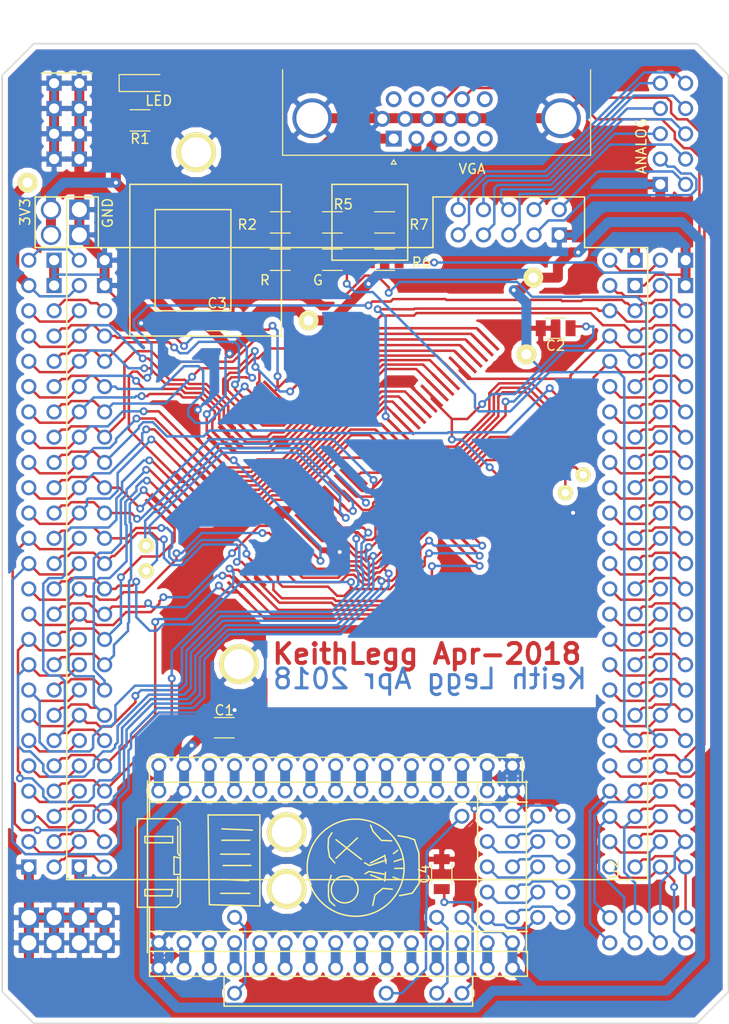
<source format=kicad_pcb>
(kicad_pcb (version 20171130) (host pcbnew 5.0.0-rc2-dev-unknown-0f0d9af~63~ubuntu16.04.1)
  (layers (0 F.Cu signal) (31 B.Cu signal) (34 B.Paste user) (35 F.Paste user) (36 B.SilkS user) (37 F.SilkS user) (38 B.Mask user) (39 F.Mask user) (44 Edge.Cuts user))
  (net 0 "")
  (net 1 /3V3)
  (net 2 GND)
  (net 3 /led6)
  (net 4 /led4)
  (net 5 /led2)
  (net 6 "Net-(p2-Pad20)")
  (net 7 "Net-(p2-Pad21)")
  (net 8 "Net-(p2-Pad22)")
  (net 9 "Net-(p2-Pad23)")
  (net 10 "Net-(p2-Pad24)")
  (net 11 "Net-(p2-Pad26)")
  (net 12 "Net-(p2-Pad27)")
  (net 13 "Net-(p2-Pad28)")
  (net 14 "Net-(p2-Pad48)")
  (net 15 "Net-(p2-Pad56)")
  (net 16 "Net-(p2-Pad82)")
  (net 17 "Net-(p2-Pad95)")
  (net 18 "Net-(p2-Pad102)")
  (net 19 "Net-(p2-Pad103)")
  (net 20 "Net-(p2-Pad104)")
  (net 21 "Net-(p2-Pad105)")
  (net 22 "Net-(p2-Pad106)")
  (net 23 "Net-(p2-Pad107)")
  (net 24 "Net-(p2-Pad108)")
  (net 25 "Net-(p2-Pad109)")
  (net 26 "Net-(p2-Pad110)")
  (net 27 /A4)
  (net 28 /A3)
  (net 29 /A2)
  (net 30 /A1)
  (net 31 /A0)
  (net 32 /IO_0)
  (net 33 /IO_1)
  (net 34 /IO_2)
  (net 35 /IO_3)
  (net 36 /IO_4)
  (net 37 /IO_5)
  (net 38 /IO_6)
  (net 39 /IO_7)
  (net 40 /A16)
  (net 41 /A15)
  (net 42 /A17)
  (net 43 /A11)
  (net 44 /A10)
  (net 45 /A9)
  (net 46 /A8)
  (net 47 /A18)
  (net 48 /IO_8)
  (net 49 /IO_9)
  (net 50 /IO_10)
  (net 51 /IO_11)
  (net 52 /IO_12)
  (net 53 /IO_13)
  (net 54 /IO_14)
  (net 55 /IO_15)
  (net 56 /A14)
  (net 57 /A13)
  (net 58 /A12)
  (net 59 /A7)
  (net 60 /A6)
  (net 61 /A5)
  (net 62 "Net-(U2-Pad5)")
  (net 63 "Net-(U2-Pad9)")
  (net 64 "Net-(U2-Pad11)")
  (net 65 "Net-(U2-Pad2)")
  (net 66 "Net-(U2-Pad7)")
  (net 67 "Net-(U2-Pad10)")
  (net 68 "Net-(U2-Pad8)")
  (net 69 "Net-(U2-Pad3)")
  (net 70 "Net-(U2-Pad4)")
  (net 71 "Net-(U2-Pad6)")
  (net 72 "Net-(U2-Pad12)")
  (net 73 "Net-(U2-Pad41)")
  (net 74 "Net-(U2-Pad40)")
  (net 75 "Net-(U2-Pad39)")
  (net 76 "Net-(U2-Pad38)")
  (net 77 "Net-(U2-Pad37)")
  (net 78 "Net-(U2-Pad36)")
  (net 79 "Net-(U2-Pad35)")
  (net 80 "Net-(U2-Pad34)")
  (net 81 "Net-(U2-Pad33)")
  (net 82 "Net-(U2-Pad32)")
  (net 83 "Net-(U2-Pad13)")
  (net 84 "Net-(U2-Pad14)")
  (net 85 "Net-(U2-Pad31)")
  (net 86 "Net-(U2-Pad44)")
  (net 87 "Net-(U2-Pad16)")
  (net 88 "Net-(U2-Pad15)")
  (net 89 "Net-(U2-Pad20)")
  (net 90 "Net-(U2-Pad30)")
  (net 91 "Net-(U2-Pad22)")
  (net 92 "Net-(U2-Pad17)")
  (net 93 "Net-(U2-Pad21)")
  (net 94 "Net-(U2-Pad23)")
  (net 95 "Net-(U2-Pad19)")
  (net 96 "Net-(U2-Pad28)")
  (net 97 "Net-(U2-Pad27)")
  (net 98 "Net-(U2-Pad26)")
  (net 99 "Net-(U2-Pad25)")
  (net 100 "Net-(U2-Pad24)")
  (net 101 "Net-(D1-Pad2)")
  (net 102 /led7)
  (net 103 /led5)
  (net 104 /led3)
  (net 105 /led1)
  (net 106 /led0)
  (net 107 /clr_r)
  (net 108 /clr_g)
  (net 109 /clr_b)
  (net 110 /sram_we1)
  (net 111 /sram_we2)
  (net 112 /cam_0)
  (net 113 /cam_1)
  (net 114 /cam_2)
  (net 115 /cam_3)
  (net 116 /cam_4)
  (net 117 /cam_5)
  (net 118 /cam_6)
  (net 119 /cam_7)
  (net 120 "Net-(p2-Pad1)")
  (net 121 "Net-(p2-Pad51)")
  (net 122 /sram_cs1)
  (net 123 /sram_oe1)
  (net 124 /b_video)
  (net 125 /r_video)
  (net 126 /h_sync)
  (net 127 /v_sync)
  (net 128 /g_video)
  (net 129 /sram_oe2)
  (net 130 /sram_cs2)
  (net 131 /sram_ub1)
  (net 132 /sram_lb1)
  (net 133 /sram_lb2)
  (net 134 /sram_ub2)
  (net 135 "Net-(U2-Pad43)")
  (module KL_CONNECTORS:KL_port_1X1 (layer F.Cu) (at 130.175 67.405)
    (fp_text reference "" (at 2.54 1.27) (layer F.SilkS) (effects (font (size 1.5 1.5))))
    (fp_text value "" (at -2.54 1.27) (layer F.SilkS) (effects (font (size 1.5 1.5))))
    (pad "" thru_hole circle (at 0 -1.27) (size 2 2) (drill 1) (layers *.Cu *.Mask F.SilkS) (net 1 /3V3))
  )
  (module KL_CONNECTORS:KL_port_1X1 (layer F.Cu) (at 108.275 64.005)
    (fp_text reference "" (at 2.54 1.27) (layer F.SilkS) (effects (font (size 1.5 1.5))))
    (fp_text value "" (at -2.54 1.27) (layer F.SilkS) (effects (font (size 1.5 1.5))))
    (pad "" thru_hole circle (at 0 -1.27) (size 2 2) (drill 1) (layers *.Cu *.Mask F.SilkS) (net 1 /3V3))
  )
  (module KL_CONNECTORS:KL_port_1X1 (layer F.Cu) (at 130.875 59.705)
    (fp_text reference "" (at 2.54 1.27) (layer F.SilkS) (effects (font (size 1.5 1.5))))
    (fp_text value "" (at -2.54 1.27) (layer F.SilkS) (effects (font (size 1.5 1.5))))
    (pad "" thru_hole circle (at 0 -1.27) (size 2 2) (drill 1) (layers *.Cu *.Mask F.SilkS) (net 1 /3V3))
  )
  (module KL_CONNECTORS:KL_port_1X1 (layer F.Cu) (at 96.975 47.105)
    (fp_text reference "" (at 2.54 1.27) (layer F.SilkS) (effects (font (size 1.5 1.5))))
    (fp_text value "" (at -2.54 1.27) (layer F.SilkS) (effects (font (size 1.5 1.5))))
    (pad "" thru_hole circle (at 0 -1.27) (size 4 4) (drill 3) (layers *.Cu *.Mask F.SilkS) (net 2 GND))
  )
  (module KL_CONNECTORS:KL_port_1X1 (layer F.Cu) (at 106.075 121.105)
    (fp_text reference "" (at 2.54 1.27) (layer F.SilkS) (effects (font (size 1.5 1.5))))
    (fp_text value "" (at -2.54 1.27) (layer F.SilkS) (effects (font (size 1.5 1.5))))
    (pad "" thru_hole circle (at 0 -1.27) (size 4 4) (drill 3) (layers *.Cu *.Mask F.SilkS) (net 2 GND))
  )
  (module KL_CONNECTORS:KL_port_1X1 (layer F.Cu) (at 106.075 115.405)
    (fp_text reference "" (at 2.54 1.27) (layer F.SilkS) (effects (font (size 1.5 1.5))))
    (fp_text value "" (at -2.54 1.27) (layer F.SilkS) (effects (font (size 1.5 1.5))))
    (pad "" thru_hole circle (at 0 -1.27) (size 4 4) (drill 3) (layers *.Cu *.Mask F.SilkS) (net 2 GND))
  )
  (module KICAD_PARTS:KL_TSOP44_Pitch0.8mm (layer F.Cu) (at 104.77246 70.8301 315)
    (fp_text reference SRAM2 hide)
    (fp_text value 62WV51212ALL)
    (pad 1 smd rect (at -0.63 -0.692 225) (size 0.3 3) (layers F.Cu F.Paste F.Mask) (net 27 /A4))
    (pad 2 smd rect (at -0.63 0.108 225) (size 0.3 3) (layers F.Cu F.Paste F.Mask) (net 28 /A3))
    (pad 3 smd rect (at -0.63 0.908 225) (size 0.3 3) (layers F.Cu F.Paste F.Mask) (net 29 /A2))
    (pad 4 smd rect (at -0.63 1.708 225) (size 0.3 3) (layers F.Cu F.Paste F.Mask) (net 30 /A1))
    (pad 5 smd rect (at -0.63 2.508 225) (size 0.3 3) (layers F.Cu F.Paste F.Mask) (net 31 /A0))
    (pad 6 smd rect (at -0.63 3.308 225) (size 0.3 3) (layers F.Cu F.Paste F.Mask) (net 130 /sram_cs2))
    (pad 7 smd rect (at -0.63 4.108 225) (size 0.3 3) (layers F.Cu F.Paste F.Mask) (net 32 /IO_0))
    (pad 8 smd rect (at -0.63 4.908 225) (size 0.3 3) (layers F.Cu F.Paste F.Mask) (net 33 /IO_1))
    (pad 9 smd rect (at -0.63 5.708 225) (size 0.3 3) (layers F.Cu F.Paste F.Mask) (net 34 /IO_2))
    (pad 10 smd rect (at -0.63 6.508 225) (size 0.3 3) (layers F.Cu F.Paste F.Mask) (net 35 /IO_3))
    (pad 11 smd rect (at -0.63 7.308 225) (size 0.3 3) (layers F.Cu F.Paste F.Mask) (net 1 /3V3))
    (pad 12 smd rect (at -0.63 8.108 225) (size 0.3 3) (layers F.Cu F.Paste F.Mask) (net 2 GND))
    (pad 13 smd rect (at -0.63 8.908 225) (size 0.3 3) (layers F.Cu F.Paste F.Mask) (net 36 /IO_4))
    (pad 14 smd rect (at -0.63 9.708 225) (size 0.3 3) (layers F.Cu F.Paste F.Mask) (net 37 /IO_5))
    (pad 15 smd rect (at -0.63 10.508 225) (size 0.3 3) (layers F.Cu F.Paste F.Mask) (net 38 /IO_6))
    (pad 16 smd rect (at -0.63 11.308 225) (size 0.3 3) (layers F.Cu F.Paste F.Mask) (net 39 /IO_7))
    (pad 17 smd rect (at -0.63 12.108 225) (size 0.3 3) (layers F.Cu F.Paste F.Mask) (net 111 /sram_we2))
    (pad 18 smd rect (at -0.63 12.908 225) (size 0.3 3) (layers F.Cu F.Paste F.Mask) (net 40 /A16))
    (pad 19 smd rect (at -0.63 13.708 225) (size 0.3 3) (layers F.Cu F.Paste F.Mask) (net 41 /A15))
    (pad 20 smd rect (at -0.63 14.508 225) (size 0.3 3) (layers F.Cu F.Paste F.Mask) (net 56 /A14))
    (pad 21 smd rect (at -0.63 15.308 225) (size 0.3 3) (layers F.Cu F.Paste F.Mask) (net 57 /A13))
    (pad 22 smd rect (at -0.63 16.108 225) (size 0.3 3) (layers F.Cu F.Paste F.Mask) (net 58 /A12))
    (pad 24 smd rect (at 11.07 15.308001 225) (size 0.3 3) (layers F.Cu F.Paste F.Mask) (net 43 /A11))
    (pad 31 smd rect (at 11.07 9.708001 225) (size 0.3 3) (layers F.Cu F.Paste F.Mask) (net 50 /IO_10))
    (pad 39 smd rect (at 11.07 3.308 225) (size 0.3 3) (layers F.Cu F.Paste F.Mask) (net 133 /sram_lb2))
    (pad 29 smd rect (at 11.070001 11.308 225) (size 0.3 3) (layers F.Cu F.Paste F.Mask) (net 48 /IO_8))
    (pad 34 smd rect (at 11.07 7.307999 225) (size 0.3 3) (layers F.Cu F.Paste F.Mask) (net 2 GND))
    (pad 25 smd rect (at 11.07 14.508 225) (size 0.3 3) (layers F.Cu F.Paste F.Mask) (net 44 /A10))
    (pad 33 smd rect (at 11.07 8.108 225) (size 0.3 3) (layers F.Cu F.Paste F.Mask) (net 1 /3V3))
    (pad 23 smd rect (at 11.07 16.108 225) (size 0.3 3) (layers F.Cu F.Paste F.Mask) (net 42 /A17))
    (pad 43 smd rect (at 11.070001 0.108 225) (size 0.3 3) (layers F.Cu F.Paste F.Mask) (net 60 /A6))
    (pad 30 smd rect (at 11.07 10.508 225) (size 0.3 3) (layers F.Cu F.Paste F.Mask) (net 49 /IO_9))
    (pad 36 smd rect (at 11.070001 5.708 225) (size 0.3 3) (layers F.Cu F.Paste F.Mask) (net 53 /IO_13))
    (pad 28 smd rect (at 11.07 12.108 225) (size 0.3 3) (layers F.Cu F.Paste F.Mask) (net 47 /A18))
    (pad 35 smd rect (at 11.07 6.508 225) (size 0.3 3) (layers F.Cu F.Paste F.Mask) (net 52 /IO_12))
    (pad 41 smd rect (at 11.07 1.707999 225) (size 0.3 3) (layers F.Cu F.Paste F.Mask) (net 129 /sram_oe2))
    (pad 37 smd rect (at 11.07 4.908 225) (size 0.3 3) (layers F.Cu F.Paste F.Mask) (net 54 /IO_14))
    (pad 32 smd rect (at 11.07 8.908 225) (size 0.3 3) (layers F.Cu F.Paste F.Mask) (net 51 /IO_11))
    (pad 44 smd rect (at 11.07 -0.692 225) (size 0.3 3) (layers F.Cu F.Paste F.Mask) (net 61 /A5))
    (pad 42 smd rect (at 11.07 0.908 225) (size 0.3 3) (layers F.Cu F.Paste F.Mask) (net 59 /A7))
    (pad 38 smd rect (at 11.07 4.108 225) (size 0.3 3) (layers F.Cu F.Paste F.Mask) (net 55 /IO_15))
    (pad 27 smd rect (at 11.07 12.908 225) (size 0.3 3) (layers F.Cu F.Paste F.Mask) (net 46 /A8))
    (pad 40 smd rect (at 11.07 2.508 225) (size 0.3 3) (layers F.Cu F.Paste F.Mask) (net 134 /sram_ub2))
    (pad 26 smd rect (at 11.07 13.708 225) (size 0.3 3) (layers F.Cu F.Paste F.Mask) (net 45 /A9))
  )
  (module KICAD_PARTS:KL_TSOP44_Pitch0.8mm (layer F.Cu) (at 126.272459 65.5801 315)
    (fp_text reference SRAM1 hide)
    (fp_text value 62WV51212ALL)
    (pad 26 smd rect (at 11.07 13.708 225) (size 0.3 3) (layers F.Cu F.Paste F.Mask) (net 45 /A9))
    (pad 40 smd rect (at 11.07 2.508 225) (size 0.3 3) (layers F.Cu F.Paste F.Mask) (net 131 /sram_ub1))
    (pad 27 smd rect (at 11.07 12.908 225) (size 0.3 3) (layers F.Cu F.Paste F.Mask) (net 46 /A8))
    (pad 38 smd rect (at 11.07 4.108 225) (size 0.3 3) (layers F.Cu F.Paste F.Mask) (net 55 /IO_15))
    (pad 42 smd rect (at 11.07 0.908 225) (size 0.3 3) (layers F.Cu F.Paste F.Mask) (net 59 /A7))
    (pad 44 smd rect (at 11.07 -0.692 225) (size 0.3 3) (layers F.Cu F.Paste F.Mask) (net 61 /A5))
    (pad 32 smd rect (at 11.07 8.908 225) (size 0.3 3) (layers F.Cu F.Paste F.Mask) (net 51 /IO_11))
    (pad 37 smd rect (at 11.07 4.908 225) (size 0.3 3) (layers F.Cu F.Paste F.Mask) (net 54 /IO_14))
    (pad 41 smd rect (at 11.07 1.707999 225) (size 0.3 3) (layers F.Cu F.Paste F.Mask) (net 123 /sram_oe1))
    (pad 35 smd rect (at 11.07 6.508 225) (size 0.3 3) (layers F.Cu F.Paste F.Mask) (net 52 /IO_12))
    (pad 28 smd rect (at 11.07 12.108 225) (size 0.3 3) (layers F.Cu F.Paste F.Mask) (net 47 /A18))
    (pad 36 smd rect (at 11.070001 5.708 225) (size 0.3 3) (layers F.Cu F.Paste F.Mask) (net 53 /IO_13))
    (pad 30 smd rect (at 11.07 10.508 225) (size 0.3 3) (layers F.Cu F.Paste F.Mask) (net 49 /IO_9))
    (pad 43 smd rect (at 11.070001 0.108 225) (size 0.3 3) (layers F.Cu F.Paste F.Mask) (net 60 /A6))
    (pad 23 smd rect (at 11.07 16.108 225) (size 0.3 3) (layers F.Cu F.Paste F.Mask) (net 42 /A17))
    (pad 33 smd rect (at 11.07 8.108 225) (size 0.3 3) (layers F.Cu F.Paste F.Mask) (net 1 /3V3))
    (pad 25 smd rect (at 11.07 14.508 225) (size 0.3 3) (layers F.Cu F.Paste F.Mask) (net 44 /A10))
    (pad 34 smd rect (at 11.07 7.307999 225) (size 0.3 3) (layers F.Cu F.Paste F.Mask) (net 2 GND))
    (pad 29 smd rect (at 11.070001 11.308 225) (size 0.3 3) (layers F.Cu F.Paste F.Mask) (net 48 /IO_8))
    (pad 39 smd rect (at 11.07 3.308 225) (size 0.3 3) (layers F.Cu F.Paste F.Mask) (net 132 /sram_lb1))
    (pad 31 smd rect (at 11.07 9.708001 225) (size 0.3 3) (layers F.Cu F.Paste F.Mask) (net 50 /IO_10))
    (pad 24 smd rect (at 11.07 15.308001 225) (size 0.3 3) (layers F.Cu F.Paste F.Mask) (net 43 /A11))
    (pad 22 smd rect (at -0.63 16.108 225) (size 0.3 3) (layers F.Cu F.Paste F.Mask) (net 58 /A12))
    (pad 21 smd rect (at -0.63 15.308 225) (size 0.3 3) (layers F.Cu F.Paste F.Mask) (net 57 /A13))
    (pad 20 smd rect (at -0.63 14.508 225) (size 0.3 3) (layers F.Cu F.Paste F.Mask) (net 56 /A14))
    (pad 19 smd rect (at -0.63 13.708 225) (size 0.3 3) (layers F.Cu F.Paste F.Mask) (net 41 /A15))
    (pad 18 smd rect (at -0.63 12.908 225) (size 0.3 3) (layers F.Cu F.Paste F.Mask) (net 40 /A16))
    (pad 17 smd rect (at -0.63 12.108 225) (size 0.3 3) (layers F.Cu F.Paste F.Mask) (net 110 /sram_we1))
    (pad 16 smd rect (at -0.63 11.308 225) (size 0.3 3) (layers F.Cu F.Paste F.Mask) (net 39 /IO_7))
    (pad 15 smd rect (at -0.63 10.508 225) (size 0.3 3) (layers F.Cu F.Paste F.Mask) (net 38 /IO_6))
    (pad 14 smd rect (at -0.63 9.708 225) (size 0.3 3) (layers F.Cu F.Paste F.Mask) (net 37 /IO_5))
    (pad 13 smd rect (at -0.63 8.908 225) (size 0.3 3) (layers F.Cu F.Paste F.Mask) (net 36 /IO_4))
    (pad 12 smd rect (at -0.63 8.108 225) (size 0.3 3) (layers F.Cu F.Paste F.Mask) (net 2 GND))
    (pad 11 smd rect (at -0.63 7.308 225) (size 0.3 3) (layers F.Cu F.Paste F.Mask) (net 1 /3V3))
    (pad 10 smd rect (at -0.63 6.508 225) (size 0.3 3) (layers F.Cu F.Paste F.Mask) (net 35 /IO_3))
    (pad 9 smd rect (at -0.63 5.708 225) (size 0.3 3) (layers F.Cu F.Paste F.Mask) (net 34 /IO_2))
    (pad 8 smd rect (at -0.63 4.908 225) (size 0.3 3) (layers F.Cu F.Paste F.Mask) (net 33 /IO_1))
    (pad 7 smd rect (at -0.63 4.108 225) (size 0.3 3) (layers F.Cu F.Paste F.Mask) (net 32 /IO_0))
    (pad 6 smd rect (at -0.63 3.308 225) (size 0.3 3) (layers F.Cu F.Paste F.Mask) (net 122 /sram_cs1))
    (pad 5 smd rect (at -0.63 2.508 225) (size 0.3 3) (layers F.Cu F.Paste F.Mask) (net 31 /A0))
    (pad 4 smd rect (at -0.63 1.708 225) (size 0.3 3) (layers F.Cu F.Paste F.Mask) (net 30 /A1))
    (pad 3 smd rect (at -0.63 0.908 225) (size 0.3 3) (layers F.Cu F.Paste F.Mask) (net 29 /A2))
    (pad 2 smd rect (at -0.63 0.108 225) (size 0.3 3) (layers F.Cu F.Paste F.Mask) (net 28 /A3))
    (pad 1 smd rect (at -0.63 -0.692 225) (size 0.3 3) (layers F.Cu F.Paste F.Mask) (net 27 /A4))
  )
  (module Capacitors_SMD:C_1206 (layer F.Cu) (at 99.795 103.649)
    (fp_text reference C1 (at 0 -1.75) (layer F.SilkS))
    (fp_text value .1uf)
    (pad 2 smd rect (at 1.5 0) (size 1 1.6) (layers F.Cu F.Paste F.Mask) (net 2 GND))
    (pad 1 smd rect (at -1.5 0) (size 1 1.6) (layers F.Cu F.Paste F.Mask) (net 1 /3V3))
  )
  (module Capacitors_SMD:C_1206 (layer F.Cu) (at 133.117 63.517 180)
    (fp_text reference C2 (at 0 -1.75 180) (layer F.SilkS))
    (fp_text value .1uf)
    (pad 1 smd rect (at -1.5 0 180) (size 1 1.6) (layers F.Cu F.Paste F.Mask) (net 1 /3V3))
    (pad 2 smd rect (at 1.5 0 180) (size 1 1.6) (layers F.Cu F.Paste F.Mask) (net 2 GND))
  )
  (module Capacitors_SMD:C_1206 (layer F.Cu) (at 99.081 62.755)
    (fp_text reference C3 (at 0 -1.75) (layer F.SilkS))
    (fp_text value .1uf)
    (pad 1 smd rect (at -1.5 0) (size 1 1.6) (layers F.Cu F.Paste F.Mask) (net 1 /3V3))
    (pad 2 smd rect (at 1.5 0) (size 1 1.6) (layers F.Cu F.Paste F.Mask) (net 2 GND))
  )
  (module Capacitors_SMD:C_1206 (layer F.Cu) (at 121.663 118.357 90)
    (fp_text reference C4 (at 0 -1.75 90) (layer F.SilkS))
    (fp_text value .1uf)
    (pad 2 smd rect (at 1.5 0 90) (size 1 1.6) (layers F.Cu F.Paste F.Mask) (net 2 GND))
    (pad 1 smd rect (at -1.5 0 90) (size 1 1.6) (layers F.Cu F.Paste F.Mask) (net 1 /3V3))
  )
  (module LEDs:LED_1206 (layer F.Cu) (at 91.725 38.885)
    (fp_text reference LED (at 1.49 1.772) (layer F.SilkS))
    (fp_text value LED)
    (pad 1 smd rect (at -1.65 0 180) (size 1.5 1.5) (layers F.Cu F.Paste F.Mask) (net 2 GND))
    (pad 2 smd rect (at 1.65 0 180) (size 1.5 1.5) (layers F.Cu F.Paste F.Mask) (net 101 "Net-(D1-Pad2)"))
  )
  (module KL_CONNECTORS:mojo_header (layer F.Cu) (at 113.1635 87.160001)
    (fp_text reference "" (at -9.5377 44.8564) (layer F.SilkS))
    (fp_text value "")
    (fp_text user GND (at -25.0885 -35.225001 270) (layer F.SilkS))
    (fp_text user 3V3 (at -33.3885 -35.325001 90) (layer F.SilkS))
    (fp_text user ANALOG (at 28.5655 -41.931001 90) (layer F.SilkS))
    (pad 50 thru_hole rect (at -27.94 -48.26 90) (size 1.524 1.524) (drill 1.016) (layers *.Cu *.Mask) (net 2 GND))
    (pad 50 thru_hole rect (at -30.48 -48.26 90) (size 1.524 1.524) (drill 1.016) (layers *.Cu *.Mask) (net 2 GND))
    (pad 50 thru_hole rect (at -30.48 -45.72 90) (size 1.524 1.524) (drill 1.016) (layers *.Cu *.Mask) (net 2 GND))
    (pad 50 thru_hole rect (at -27.94 -45.72 90) (size 1.524 1.524) (drill 1.016) (layers *.Cu *.Mask) (net 2 GND))
    (pad 50 thru_hole rect (at -27.94 -43.18 90) (size 1.524 1.524) (drill 1.016) (layers *.Cu *.Mask) (net 2 GND))
    (pad 50 thru_hole rect (at -30.48 -43.18 90) (size 1.524 1.524) (drill 1.016) (layers *.Cu *.Mask) (net 2 GND))
    (pad 50 thru_hole rect (at -30.48 -40.64 90) (size 1.524 1.524) (drill 1.016) (layers *.Cu *.Mask) (net 2 GND))
    (pad 50 thru_hole rect (at -27.94 -40.64 90) (size 1.524 1.524) (drill 1.016) (layers *.Cu *.Mask) (net 2 GND))
    (pad 25 thru_hole rect (at -33.02 35.56 180) (size 2.032 2.032) (drill 1.524) (layers *.Cu *.Mask) (net 2 GND))
    (pad 25 thru_hole rect (at -27.94 35.56 90) (size 2.032 2.032) (drill 1.524) (layers *.Cu *.Mask) (net 2 GND))
    (pad 25 thru_hole rect (at -30.48 35.56 90) (size 2.032 2.032) (drill 1.524) (layers *.Cu *.Mask) (net 2 GND))
    (pad 25 thru_hole rect (at -27.94 38.1 90) (size 2.032 2.032) (drill 1.524) (layers *.Cu *.Mask) (net 2 GND))
    (pad 25 thru_hole rect (at -30.48 38.1 90) (size 2.032 2.032) (drill 1.524) (layers *.Cu *.Mask) (net 2 GND))
    (pad 25 thru_hole rect (at -33.02 38.1 180) (size 2.032 2.032) (drill 1.524) (layers *.Cu *.Mask) (net 2 GND))
    (pad 25 thru_hole rect (at -25.4 38.1 90) (size 2.032 2.032) (drill 1.524) (layers *.Cu *.Mask) (net 2 GND))
    (pad 25 thru_hole rect (at -25.4 35.56 90) (size 2.032 2.032) (drill 1.524) (layers *.Cu *.Mask) (net 2 GND))
    (pad 102 thru_hole circle (at 30.48 -40.64 270) (size 1.524 1.524) (drill 1.016) (layers *.Cu *.Mask) (net 18 "Net-(p2-Pad102)"))
    (pad 107 thru_hole circle (at 33.02 -40.64 270) (size 1.524 1.524) (drill 1.016) (layers *.Cu *.Mask) (net 23 "Net-(p2-Pad107)"))
    (pad 106 thru_hole circle (at 33.02 -38.1 270) (size 1.524 1.524) (drill 1.016) (layers *.Cu *.Mask) (net 22 "Net-(p2-Pad106)"))
    (pad 105 thru_hole circle (at 30.48 -48.26 270) (size 1.524 1.524) (drill 1.016) (layers *.Cu *.Mask) (net 21 "Net-(p2-Pad105)"))
    (pad 104 thru_hole circle (at 30.48 -45.72 270) (size 1.524 1.524) (drill 1.016) (layers *.Cu *.Mask) (net 20 "Net-(p2-Pad104)"))
    (pad 103 thru_hole circle (at 30.48 -43.18 270) (size 1.524 1.524) (drill 1.016) (layers *.Cu *.Mask) (net 19 "Net-(p2-Pad103)"))
    (pad 101 thru_hole rect (at 30.48 -38.1 270) (size 1.524 1.524) (drill 1.016) (layers *.Cu *.Mask) (net 2 GND))
    (pad 110 thru_hole circle (at 33.02 -48.26 270) (size 1.524 1.524) (drill 1.016) (layers *.Cu *.Mask) (net 26 "Net-(p2-Pad110)"))
    (pad 109 thru_hole circle (at 33.02 -45.72 270) (size 1.524 1.524) (drill 1.016) (layers *.Cu *.Mask) (net 25 "Net-(p2-Pad109)"))
    (pad 108 thru_hole circle (at 33.02 -43.18 270) (size 1.524 1.524) (drill 1.016) (layers *.Cu *.Mask) (net 24 "Net-(p2-Pad108)"))
    (pad 110 thru_hole circle (at 10.16 -35.56) (size 1.524 1.524) (drill 1.016) (layers *.Cu *.Mask) (net 26 "Net-(p2-Pad110)"))
    (pad 109 thru_hole circle (at 12.7 -35.56) (size 1.524 1.524) (drill 1.016) (layers *.Cu *.Mask) (net 25 "Net-(p2-Pad109)"))
    (pad 108 thru_hole circle (at 15.24 -35.56) (size 1.524 1.524) (drill 1.016) (layers *.Cu *.Mask) (net 24 "Net-(p2-Pad108)"))
    (pad 107 thru_hole circle (at 17.78 -35.56) (size 1.524 1.524) (drill 1.016) (layers *.Cu *.Mask) (net 23 "Net-(p2-Pad107)"))
    (pad 106 thru_hole circle (at 20.32 -35.56) (size 1.524 1.524) (drill 1.016) (layers *.Cu *.Mask) (net 22 "Net-(p2-Pad106)"))
    (pad 105 thru_hole circle (at 10.16 -33.02) (size 1.524 1.524) (drill 1.016) (layers *.Cu *.Mask) (net 21 "Net-(p2-Pad105)"))
    (pad 104 thru_hole circle (at 12.7 -33.02) (size 1.524 1.524) (drill 1.016) (layers *.Cu *.Mask) (net 20 "Net-(p2-Pad104)"))
    (pad 103 thru_hole circle (at 15.24 -33.02) (size 1.524 1.524) (drill 1.016) (layers *.Cu *.Mask) (net 19 "Net-(p2-Pad103)"))
    (pad 102 thru_hole circle (at 17.78 -33.02) (size 1.524 1.524) (drill 1.016) (layers *.Cu *.Mask) (net 18 "Net-(p2-Pad102)"))
    (pad 101 thru_hole rect (at 20.32 -33.02) (size 1.524 1.524) (drill 1.016) (layers *.Cu *.Mask) (net 2 GND))
    (pad 79 thru_hole circle (at 33.02 22.86) (size 1.524 1.524) (drill 1.016) (layers *.Cu *.Mask) (net 106 /led0))
    (pad 86 thru_hole circle (at 33.02 5.08) (size 1.524 1.524) (drill 1.016) (layers *.Cu *.Mask) (net 119 /cam_7))
    (pad 97 thru_hole circle (at 33.02 -22.86) (size 1.524 1.524) (drill 1.016) (layers *.Cu *.Mask) (net 130 /sram_cs2))
    (pad 96 thru_hole circle (at 33.02 -20.32) (size 1.524 1.524) (drill 1.016) (layers *.Cu *.Mask) (net 129 /sram_oe2))
    (pad 88 thru_hole circle (at 33.02 0) (size 1.524 1.524) (drill 1.016) (layers *.Cu *.Mask) (net 35 /IO_3))
    (pad 89 thru_hole circle (at 33.02 -2.54) (size 1.524 1.524) (drill 1.016) (layers *.Cu *.Mask) (net 37 /IO_5))
    (pad 94 thru_hole circle (at 33.02 -15.24) (size 1.524 1.524) (drill 1.016) (layers *.Cu *.Mask) (net 55 /IO_15))
    (pad 75 thru_hole circle (at 30.48 30.48) (size 1.524 1.524) (drill 1.016) (layers *.Cu *.Mask) (net 102 /led7))
    (pad 77 thru_hole circle (at 33.02 27.94) (size 1.524 1.524) (drill 1.016) (layers *.Cu *.Mask) (net 4 /led4))
    (pad 99 thru_hole rect (at 33.02 -27.94) (size 1.524 1.524) (drill 1.016) (layers *.Cu *.Mask) (net 2 GND))
    (pad 98 thru_hole circle (at 33.02 -25.4) (size 1.524 1.524) (drill 1.016) (layers *.Cu *.Mask) (net 111 /sram_we2))
    (pad 95 thru_hole circle (at 33.02 -17.78) (size 1.524 1.524) (drill 1.016) (layers *.Cu *.Mask) (net 17 "Net-(p2-Pad95)"))
    (pad 100 thru_hole rect (at 33.02 -30.48) (size 1.524 1.524) (drill 1.016) (layers *.Cu *.Mask) (net 2 GND))
    (pad 93 thru_hole circle (at 33.02 -12.7) (size 1.524 1.524) (drill 1.016) (layers *.Cu *.Mask) (net 53 /IO_13))
    (pad 84 thru_hole circle (at 33.02 10.16) (size 1.524 1.524) (drill 1.016) (layers *.Cu *.Mask) (net 115 /cam_3))
    (pad 80 thru_hole circle (at 33.02 20.32) (size 1.524 1.524) (drill 1.016) (layers *.Cu *.Mask) (net 127 /v_sync))
    (pad 91 thru_hole circle (at 33.02 -7.62) (size 1.524 1.524) (drill 1.016) (layers *.Cu *.Mask) (net 49 /IO_9))
    (pad 69 thru_hole circle (at 30.48 15.24) (size 1.524 1.524) (drill 1.016) (layers *.Cu *.Mask) (net 124 /b_video))
    (pad 58 thru_hole circle (at 30.48 -12.7) (size 1.524 1.524) (drill 1.016) (layers *.Cu *.Mask) (net 52 /IO_12))
    (pad 82 thru_hole circle (at 33.02 15.24) (size 1.524 1.524) (drill 1.016) (layers *.Cu *.Mask) (net 16 "Net-(p2-Pad82)"))
    (pad 85 thru_hole circle (at 33.02 7.62) (size 1.524 1.524) (drill 1.016) (layers *.Cu *.Mask) (net 117 /cam_5))
    (pad 90 thru_hole circle (at 33.02 -5.08) (size 1.524 1.524) (drill 1.016) (layers *.Cu *.Mask) (net 39 /IO_7))
    (pad 51 thru_hole circle (at 30.48 -30.48) (size 1.524 1.524) (drill 1.016) (layers *.Cu *.Mask) (net 121 "Net-(p2-Pad51)"))
    (pad 78 thru_hole circle (at 33.02 25.4) (size 1.524 1.524) (drill 1.016) (layers *.Cu *.Mask) (net 5 /led2))
    (pad 61 thru_hole circle (at 30.48 -5.08) (size 1.524 1.524) (drill 1.016) (layers *.Cu *.Mask) (net 38 /IO_6))
    (pad 72 thru_hole circle (at 30.48 22.86) (size 1.524 1.524) (drill 1.016) (layers *.Cu *.Mask) (net 105 /led1))
    (pad 92 thru_hole circle (at 33.02 -10.16) (size 1.524 1.524) (drill 1.016) (layers *.Cu *.Mask) (net 51 /IO_11))
    (pad 53 thru_hole circle (at 30.48 -25.4) (size 1.524 1.524) (drill 1.016) (layers *.Cu *.Mask) (net 110 /sram_we1))
    (pad 83 thru_hole circle (at 33.02 12.7) (size 1.524 1.524) (drill 1.016) (layers *.Cu *.Mask) (net 113 /cam_1))
    (pad 68 thru_hole circle (at 30.48 12.7) (size 1.524 1.524) (drill 1.016) (layers *.Cu *.Mask) (net 112 /cam_0))
    (pad 87 thru_hole circle (at 33.02 2.54) (size 1.524 1.524) (drill 1.016) (layers *.Cu *.Mask) (net 33 /IO_1))
    (pad 73 thru_hole circle (at 30.48 25.4) (size 1.524 1.524) (drill 1.016) (layers *.Cu *.Mask) (net 104 /led3))
    (pad 71 thru_hole circle (at 30.48 20.32) (size 1.524 1.524) (drill 1.016) (layers *.Cu *.Mask) (net 126 /h_sync))
    (pad 67 thru_hole circle (at 30.48 10.16) (size 1.524 1.524) (drill 1.016) (layers *.Cu *.Mask) (net 114 /cam_2))
    (pad 65 thru_hole circle (at 30.48 5.08) (size 1.524 1.524) (drill 1.016) (layers *.Cu *.Mask) (net 118 /cam_6))
    (pad 59 thru_hole circle (at 30.48 -10.16) (size 1.524 1.524) (drill 1.016) (layers *.Cu *.Mask) (net 50 /IO_10))
    (pad 70 thru_hole circle (at 30.48 17.78) (size 1.524 1.524) (drill 1.016) (layers *.Cu *.Mask) (net 125 /r_video))
    (pad 56 thru_hole circle (at 30.48 -17.78) (size 1.524 1.524) (drill 1.016) (layers *.Cu *.Mask) (net 15 "Net-(p2-Pad56)"))
    (pad 81 thru_hole circle (at 33.02 17.78) (size 1.524 1.524) (drill 1.016) (layers *.Cu *.Mask) (net 128 /g_video))
    (pad 54 thru_hole circle (at 30.48 -22.86) (size 1.524 1.524) (drill 1.016) (layers *.Cu *.Mask) (net 122 /sram_cs1))
    (pad 55 thru_hole circle (at 30.48 -20.32) (size 1.524 1.524) (drill 1.016) (layers *.Cu *.Mask) (net 123 /sram_oe1))
    (pad 52 thru_hole circle (at 30.48 -27.94 90) (size 1.524 1.524) (drill 1.016) (layers *.Cu *.Mask) (net 1 /3V3))
    (pad 76 thru_hole circle (at 33.02 30.48) (size 1.524 1.524) (drill 1.016) (layers *.Cu *.Mask) (net 3 /led6))
    (pad 60 thru_hole circle (at 30.48 -7.62) (size 1.524 1.524) (drill 1.016) (layers *.Cu *.Mask) (net 48 /IO_8))
    (pad 62 thru_hole circle (at 30.48 -2.54) (size 1.524 1.524) (drill 1.016) (layers *.Cu *.Mask) (net 36 /IO_4))
    (pad 66 thru_hole circle (at 30.48 7.62) (size 1.524 1.524) (drill 1.016) (layers *.Cu *.Mask) (net 116 /cam_4))
    (pad 57 thru_hole circle (at 30.48 -15.24) (size 1.524 1.524) (drill 1.016) (layers *.Cu *.Mask) (net 54 /IO_14))
    (pad 63 thru_hole circle (at 30.48 0) (size 1.524 1.524) (drill 1.016) (layers *.Cu *.Mask) (net 34 /IO_2))
    (pad 74 thru_hole circle (at 30.48 27.94) (size 1.524 1.524) (drill 1.016) (layers *.Cu *.Mask) (net 103 /led5))
    (pad 64 thru_hole circle (at 30.48 2.54) (size 1.524 1.524) (drill 1.016) (layers *.Cu *.Mask))
    (pad 28 thru_hole circle (at -30.48 25.4) (size 1.524 1.524) (drill 1.016) (layers *.Cu *.Mask) (net 13 "Net-(p2-Pad28)"))
    (pad 1 thru_hole circle (at -33.02 -30.48) (size 1.524 1.524) (drill 1.016) (layers *.Cu *.Mask) (net 120 "Net-(p2-Pad1)"))
    (pad 6 thru_hole circle (at -33.02 -17.78) (size 1.524 1.524) (drill 1.016) (layers *.Cu *.Mask) (net 34 /IO_2))
    (pad 5 thru_hole circle (at -33.02 -20.32) (size 1.524 1.524) (drill 1.016) (layers *.Cu *.Mask) (net 33 /IO_1))
    (pad 7 thru_hole circle (at -33.02 -15.24) (size 1.524 1.524) (drill 1.016) (layers *.Cu *.Mask) (net 35 /IO_3))
    (pad 24 thru_hole circle (at -33.02 27.94) (size 1.524 1.524) (drill 1.016) (layers *.Cu *.Mask) (net 10 "Net-(p2-Pad24)"))
    (pad 27 thru_hole circle (at -30.48 27.94) (size 1.524 1.524) (drill 1.016) (layers *.Cu *.Mask) (net 12 "Net-(p2-Pad27)"))
    (pad 47 thru_hole circle (at -30.48 -22.86) (size 1.524 1.524) (drill 1.016) (layers *.Cu *.Mask) (net 31 /A0))
    (pad 18 thru_hole circle (at -33.02 12.7) (size 1.524 1.524) (drill 1.016) (layers *.Cu *.Mask) (net 54 /IO_14))
    (pad 19 thru_hole circle (at -33.02 15.24) (size 1.524 1.524) (drill 1.016) (layers *.Cu *.Mask) (net 55 /IO_15))
    (pad 20 thru_hole circle (at -33.02 17.78) (size 1.524 1.524) (drill 1.016) (layers *.Cu *.Mask) (net 6 "Net-(p2-Pad20)"))
    (pad 15 thru_hole circle (at -33.02 5.08) (size 1.524 1.524) (drill 1.016) (layers *.Cu *.Mask) (net 51 /IO_11))
    (pad 13 thru_hole circle (at -33.02 0) (size 1.524 1.524) (drill 1.016) (layers *.Cu *.Mask) (net 49 /IO_9))
    (pad 14 thru_hole circle (at -33.02 2.54) (size 1.524 1.524) (drill 1.016) (layers *.Cu *.Mask) (net 50 /IO_10))
    (pad 31 thru_hole circle (at -30.48 17.78) (size 1.524 1.524) (drill 1.016) (layers *.Cu *.Mask) (net 40 /A16))
    (pad 8 thru_hole circle (at -33.02 -12.7) (size 1.524 1.524) (drill 1.016) (layers *.Cu *.Mask) (net 36 /IO_4))
    (pad 9 thru_hole circle (at -33.02 -10.16) (size 1.524 1.524) (drill 1.016) (layers *.Cu *.Mask) (net 37 /IO_5))
    (pad 10 thru_hole circle (at -33.02 -7.62) (size 1.524 1.524) (drill 1.016) (layers *.Cu *.Mask) (net 38 /IO_6))
    (pad 25 thru_hole rect (at -33.02 30.48) (size 1.524 1.524) (drill 1.016) (layers *.Cu *.Mask) (net 2 GND))
    (pad 4 thru_hole circle (at -33.02 -22.86) (size 1.524 1.524) (drill 1.016) (layers *.Cu *.Mask) (net 32 /IO_0))
    (pad 26 thru_hole circle (at -30.48 30.48) (size 1.524 1.524) (drill 1.016) (layers *.Cu *.Mask) (net 11 "Net-(p2-Pad26)"))
    (pad 50 thru_hole rect (at -30.48 -30.48) (size 1.524 1.524) (drill 1.016) (layers *.Cu *.Mask) (net 2 GND))
    (pad 43 thru_hole circle (at -30.48 -12.7) (size 1.524 1.524) (drill 1.016) (layers *.Cu *.Mask) (net 27 /A4))
    (pad 29 thru_hole circle (at -30.48 22.86) (size 1.524 1.524) (drill 1.016) (layers *.Cu *.Mask) (net 47 /A18))
    (pad 30 thru_hole circle (at -30.48 20.32) (size 1.524 1.524) (drill 1.016) (layers *.Cu *.Mask) (net 42 /A17))
    (pad 2 thru_hole circle (at -33.02 -27.94) (size 1.524 1.524) (drill 1.016) (layers *.Cu *.Mask) (net 1 /3V3))
    (pad 3 thru_hole circle (at -33.02 -25.4) (size 1.524 1.524) (drill 1.016) (layers *.Cu *.Mask))
    (pad 33 thru_hole circle (at -30.48 12.7) (size 1.524 1.524) (drill 1.016) (layers *.Cu *.Mask) (net 56 /A14))
    (pad 37 thru_hole circle (at -30.48 2.54) (size 1.524 1.524) (drill 1.016) (layers *.Cu *.Mask) (net 44 /A10))
    (pad 11 thru_hole circle (at -33.02 -5.08) (size 1.524 1.524) (drill 1.016) (layers *.Cu *.Mask) (net 39 /IO_7))
    (pad 12 thru_hole circle (at -33.02 -2.54) (size 1.524 1.524) (drill 1.016) (layers *.Cu *.Mask) (net 48 /IO_8))
    (pad 16 thru_hole circle (at -33.02 7.62) (size 1.524 1.524) (drill 1.016) (layers *.Cu *.Mask) (net 52 /IO_12))
    (pad 17 thru_hole circle (at -33.02 10.16) (size 1.524 1.524) (drill 1.016) (layers *.Cu *.Mask) (net 53 /IO_13))
    (pad 21 thru_hole circle (at -33.02 20.32) (size 1.524 1.524) (drill 1.016) (layers *.Cu *.Mask) (net 7 "Net-(p2-Pad21)"))
    (pad 38 thru_hole circle (at -30.48 0) (size 1.524 1.524) (drill 1.016) (layers *.Cu *.Mask) (net 45 /A9))
    (pad 44 thru_hole circle (at -30.48 -15.24) (size 1.524 1.524) (drill 1.016) (layers *.Cu *.Mask) (net 28 /A3))
    (pad 39 thru_hole circle (at -30.48 -2.54) (size 1.524 1.524) (drill 1.016) (layers *.Cu *.Mask) (net 46 /A8))
    (pad 22 thru_hole circle (at -33.02 22.86) (size 1.524 1.524) (drill 1.016) (layers *.Cu *.Mask) (net 8 "Net-(p2-Pad22)"))
    (pad 23 thru_hole circle (at -33.02 25.4) (size 1.524 1.524) (drill 1.016) (layers *.Cu *.Mask) (net 9 "Net-(p2-Pad23)"))
    (pad 46 thru_hole circle (at -30.48 -20.32) (size 1.524 1.524) (drill 1.016) (layers *.Cu *.Mask) (net 30 /A1))
    (pad 40 thru_hole circle (at -30.48 -5.08) (size 1.524 1.524) (drill 1.016) (layers *.Cu *.Mask) (net 59 /A7))
    (pad 35 thru_hole circle (at -30.48 7.62) (size 1.524 1.524) (drill 1.016) (layers *.Cu *.Mask) (net 58 /A12))
    (pad 32 thru_hole circle (at -30.48 15.24) (size 1.524 1.524) (drill 1.016) (layers *.Cu *.Mask) (net 41 /A15))
    (pad 42 thru_hole circle (at -30.48 -10.16) (size 1.524 1.524) (drill 1.016) (layers *.Cu *.Mask) (net 61 /A5))
    (pad 49 thru_hole rect (at -30.48 -27.94) (size 1.524 1.524) (drill 1.016) (layers *.Cu *.Mask) (net 2 GND))
    (pad 48 thru_hole circle (at -30.48 -25.4) (size 1.524 1.524) (drill 1.016) (layers *.Cu *.Mask) (net 14 "Net-(p2-Pad48)"))
    (pad 45 thru_hole circle (at -30.48 -17.78) (size 1.524 1.524) (drill 1.016) (layers *.Cu *.Mask) (net 29 /A2))
    (pad 34 thru_hole circle (at -30.48 10.16) (size 1.524 1.524) (drill 1.016) (layers *.Cu *.Mask) (net 57 /A13))
    (pad 36 thru_hole circle (at -30.48 5.08) (size 1.524 1.524) (drill 1.016) (layers *.Cu *.Mask) (net 43 /A11))
    (pad 41 thru_hole circle (at -30.48 -7.62) (size 1.524 1.524) (drill 1.016) (layers *.Cu *.Mask) (net 60 /A6))
    (pad 100 thru_hole rect (at 27.94 -30.48) (size 1.524 1.524) (drill 1.016) (layers *.Cu *.Mask) (net 2 GND))
    (pad 99 thru_hole rect (at 27.94 -27.94) (size 1.524 1.524) (drill 1.016) (layers *.Cu *.Mask) (net 2 GND))
    (pad 98 thru_hole circle (at 27.94 -25.4) (size 1.524 1.524) (drill 1.016) (layers *.Cu *.Mask) (net 111 /sram_we2))
    (pad 97 thru_hole circle (at 27.94 -22.86) (size 1.524 1.524) (drill 1.016) (layers *.Cu *.Mask) (net 130 /sram_cs2))
    (pad 96 thru_hole circle (at 27.94 -20.32) (size 1.524 1.524) (drill 1.016) (layers *.Cu *.Mask) (net 129 /sram_oe2))
    (pad 95 thru_hole circle (at 27.94 -17.78) (size 1.524 1.524) (drill 1.016) (layers *.Cu *.Mask) (net 17 "Net-(p2-Pad95)"))
    (pad 94 thru_hole circle (at 27.94 -15.24) (size 1.524 1.524) (drill 1.016) (layers *.Cu *.Mask) (net 55 /IO_15))
    (pad 93 thru_hole circle (at 27.94 -12.7) (size 1.524 1.524) (drill 1.016) (layers *.Cu *.Mask) (net 53 /IO_13))
    (pad 92 thru_hole circle (at 27.94 -10.16) (size 1.524 1.524) (drill 1.016) (layers *.Cu *.Mask) (net 51 /IO_11))
    (pad 91 thru_hole circle (at 27.94 -7.62) (size 1.524 1.524) (drill 1.016) (layers *.Cu *.Mask) (net 49 /IO_9))
    (pad 90 thru_hole circle (at 27.94 -5.08) (size 1.524 1.524) (drill 1.016) (layers *.Cu *.Mask) (net 39 /IO_7))
    (pad 89 thru_hole circle (at 27.94 -2.54) (size 1.524 1.524) (drill 1.016) (layers *.Cu *.Mask) (net 37 /IO_5))
    (pad 88 thru_hole circle (at 27.94 0) (size 1.524 1.524) (drill 1.016) (layers *.Cu *.Mask) (net 35 /IO_3))
    (pad 87 thru_hole circle (at 27.94 2.54) (size 1.524 1.524) (drill 1.016) (layers *.Cu *.Mask) (net 33 /IO_1))
    (pad 86 thru_hole circle (at 27.94 5.08) (size 1.524 1.524) (drill 1.016) (layers *.Cu *.Mask) (net 119 /cam_7))
    (pad 85 thru_hole circle (at 27.94 7.62) (size 1.524 1.524) (drill 1.016) (layers *.Cu *.Mask) (net 117 /cam_5))
    (pad 84 thru_hole circle (at 27.94 10.16) (size 1.524 1.524) (drill 1.016) (layers *.Cu *.Mask) (net 115 /cam_3))
    (pad 83 thru_hole circle (at 27.94 12.7) (size 1.524 1.524) (drill 1.016) (layers *.Cu *.Mask) (net 113 /cam_1))
    (pad 82 thru_hole circle (at 27.94 15.24) (size 1.524 1.524) (drill 1.016) (layers *.Cu *.Mask) (net 16 "Net-(p2-Pad82)"))
    (pad 81 thru_hole circle (at 27.94 17.78) (size 1.524 1.524) (drill 1.016) (layers *.Cu *.Mask) (net 128 /g_video))
    (pad 80 thru_hole circle (at 27.94 20.32) (size 1.524 1.524) (drill 1.016) (layers *.Cu *.Mask) (net 127 /v_sync))
    (pad 79 thru_hole circle (at 27.94 22.86) (size 1.524 1.524) (drill 1.016) (layers *.Cu *.Mask) (net 106 /led0))
    (pad 78 thru_hole circle (at 27.94 25.4) (size 1.524 1.524) (drill 1.016) (layers *.Cu *.Mask) (net 5 /led2))
    (pad 77 thru_hole circle (at 27.94 27.94) (size 1.524 1.524) (drill 1.016) (layers *.Cu *.Mask) (net 4 /led4))
    (pad 76 thru_hole circle (at 27.94 30.48) (size 1.524 1.524) (drill 1.016) (layers *.Cu *.Mask) (net 3 /led6))
    (pad 75 thru_hole circle (at 25.4 30.48) (size 1.524 1.524) (drill 1.016) (layers *.Cu *.Mask) (net 102 /led7))
    (pad 74 thru_hole circle (at 25.4 27.94) (size 1.524 1.524) (drill 1.016) (layers *.Cu *.Mask) (net 103 /led5))
    (pad 73 thru_hole circle (at 25.4 25.4) (size 1.524 1.524) (drill 1.016) (layers *.Cu *.Mask) (net 104 /led3))
    (pad 72 thru_hole circle (at 25.4 22.86) (size 1.524 1.524) (drill 1.016) (layers *.Cu *.Mask) (net 105 /led1))
    (pad 71 thru_hole circle (at 25.4 20.32) (size 1.524 1.524) (drill 1.016) (layers *.Cu *.Mask) (net 126 /h_sync))
    (pad 70 thru_hole circle (at 25.4 17.78) (size 1.524 1.524) (drill 1.016) (layers *.Cu *.Mask) (net 125 /r_video))
    (pad 69 thru_hole circle (at 25.4 15.24) (size 1.524 1.524) (drill 1.016) (layers *.Cu *.Mask) (net 124 /b_video))
    (pad 68 thru_hole circle (at 25.4 12.7) (size 1.524 1.524) (drill 1.016) (layers *.Cu *.Mask) (net 112 /cam_0))
    (pad 67 thru_hole circle (at 25.4 10.16) (size 1.524 1.524) (drill 1.016) (layers *.Cu *.Mask) (net 114 /cam_2))
    (pad 66 thru_hole circle (at 25.4 7.62) (size 1.524 1.524) (drill 1.016) (layers *.Cu *.Mask) (net 116 /cam_4))
    (pad 65 thru_hole circle (at 25.4 5.08) (size 1.524 1.524) (drill 1.016) (layers *.Cu *.Mask) (net 118 /cam_6))
    (pad 64 thru_hole circle (at 25.4 2.54) (size 1.524 1.524) (drill 1.016) (layers *.Cu *.Mask))
    (pad 63 thru_hole circle (at 25.4 0) (size 1.524 1.524) (drill 1.016) (layers *.Cu *.Mask) (net 34 /IO_2))
    (pad 62 thru_hole circle (at 25.4 -2.54) (size 1.524 1.524) (drill 1.016) (layers *.Cu *.Mask) (net 36 /IO_4))
    (pad 61 thru_hole circle (at 25.4 -5.08) (size 1.524 1.524) (drill 1.016) (layers *.Cu *.Mask) (net 38 /IO_6))
    (pad 60 thru_hole circle (at 25.4 -7.62) (size 1.524 1.524) (drill 1.016) (layers *.Cu *.Mask) (net 48 /IO_8))
    (pad 59 thru_hole circle (at 25.4 -10.16) (size 1.524 1.524) (drill 1.016) (layers *.Cu *.Mask) (net 50 /IO_10))
    (pad 58 thru_hole circle (at 25.4 -12.7) (size 1.524 1.524) (drill 1.016) (layers *.Cu *.Mask) (net 52 /IO_12))
    (pad 57 thru_hole circle (at 25.4 -15.24) (size 1.524 1.524) (drill 1.016) (layers *.Cu *.Mask) (net 54 /IO_14))
    (pad 56 thru_hole circle (at 25.4 -17.78) (size 1.524 1.524) (drill 1.016) (layers *.Cu *.Mask) (net 15 "Net-(p2-Pad56)"))
    (pad 55 thru_hole circle (at 25.4 -20.32) (size 1.524 1.524) (drill 1.016) (layers *.Cu *.Mask) (net 123 /sram_oe1))
    (pad 54 thru_hole circle (at 25.4 -22.86) (size 1.524 1.524) (drill 1.016) (layers *.Cu *.Mask) (net 122 /sram_cs1))
    (pad 53 thru_hole circle (at 25.4 -25.4) (size 1.524 1.524) (drill 1.016) (layers *.Cu *.Mask) (net 110 /sram_we1))
    (pad 52 thru_hole circle (at 25.4 -27.94) (size 1.524 1.524) (drill 1.016) (layers *.Cu *.Mask) (net 1 /3V3))
    (pad 51 thru_hole circle (at 25.4 -30.48) (size 1.524 1.524) (drill 1.016) (layers *.Cu *.Mask) (net 121 "Net-(p2-Pad51)"))
    (pad 50 thru_hole rect (at -25.4 -30.48) (size 1.524 1.524) (drill 1.016) (layers *.Cu *.Mask) (net 2 GND))
    (pad 49 thru_hole rect (at -25.4 -27.94) (size 1.524 1.524) (drill 1.016) (layers *.Cu *.Mask) (net 2 GND))
    (pad 48 thru_hole circle (at -25.4 -25.4) (size 1.524 1.524) (drill 1.016) (layers *.Cu *.Mask) (net 14 "Net-(p2-Pad48)"))
    (pad 47 thru_hole circle (at -25.4 -22.86) (size 1.524 1.524) (drill 1.016) (layers *.Cu *.Mask) (net 31 /A0))
    (pad 46 thru_hole circle (at -25.4 -20.32) (size 1.524 1.524) (drill 1.016) (layers *.Cu *.Mask) (net 30 /A1))
    (pad 45 thru_hole circle (at -25.4 -17.78) (size 1.524 1.524) (drill 1.016) (layers *.Cu *.Mask) (net 29 /A2))
    (pad 44 thru_hole circle (at -25.4 -15.24) (size 1.524 1.524) (drill 1.016) (layers *.Cu *.Mask) (net 28 /A3))
    (pad 43 thru_hole circle (at -25.4 -12.7) (size 1.524 1.524) (drill 1.016) (layers *.Cu *.Mask) (net 27 /A4))
    (pad 42 thru_hole circle (at -25.4 -10.16) (size 1.524 1.524) (drill 1.016) (layers *.Cu *.Mask) (net 61 /A5))
    (pad 41 thru_hole circle (at -25.4 -7.62) (size 1.524 1.524) (drill 1.016) (layers *.Cu *.Mask) (net 60 /A6))
    (pad 40 thru_hole circle (at -25.4 -5.08) (size 1.524 1.524) (drill 1.016) (layers *.Cu *.Mask) (net 59 /A7))
    (pad 39 thru_hole circle (at -25.4 -2.54) (size 1.524 1.524) (drill 1.016) (layers *.Cu *.Mask) (net 46 /A8))
    (pad 38 thru_hole circle (at -25.4 0) (size 1.524 1.524) (drill 1.016) (layers *.Cu *.Mask) (net 45 /A9))
    (pad 37 thru_hole circle (at -25.4 2.54) (size 1.524 1.524) (drill 1.016) (layers *.Cu *.Mask) (net 44 /A10))
    (pad 36 thru_hole circle (at -25.4 5.08) (size 1.524 1.524) (drill 1.016) (layers *.Cu *.Mask) (net 43 /A11))
    (pad 35 thru_hole circle (at -25.4 7.62) (size 1.524 1.524) (drill 1.016) (layers *.Cu *.Mask) (net 58 /A12))
    (pad 34 thru_hole circle (at -25.4 10.16) (size 1.524 1.524) (drill 1.016) (layers *.Cu *.Mask) (net 57 /A13))
    (pad 33 thru_hole circle (at -25.4 12.7) (size 1.524 1.524) (drill 1.016) (layers *.Cu *.Mask) (net 56 /A14))
    (pad 32 thru_hole circle (at -25.4 15.24) (size 1.524 1.524) (drill 1.016) (layers *.Cu *.Mask) (net 41 /A15))
    (pad 31 thru_hole circle (at -25.4 17.78) (size 1.524 1.524) (drill 1.016) (layers *.Cu *.Mask) (net 40 /A16))
    (pad 30 thru_hole circle (at -25.4 20.32) (size 1.524 1.524) (drill 1.016) (layers *.Cu *.Mask) (net 42 /A17))
    (pad 29 thru_hole circle (at -25.4 22.86) (size 1.524 1.524) (drill 1.016) (layers *.Cu *.Mask) (net 47 /A18))
    (pad 28 thru_hole circle (at -25.4 25.4) (size 1.524 1.524) (drill 1.016) (layers *.Cu *.Mask) (net 13 "Net-(p2-Pad28)"))
    (pad 27 thru_hole circle (at -25.4 27.94) (size 1.524 1.524) (drill 1.016) (layers *.Cu *.Mask) (net 12 "Net-(p2-Pad27)"))
    (pad 26 thru_hole circle (at -25.4 30.48) (size 1.524 1.524) (drill 1.016) (layers *.Cu *.Mask) (net 11 "Net-(p2-Pad26)"))
    (pad 25 thru_hole rect (at -27.94 30.48) (size 1.524 1.524) (drill 1.016) (layers *.Cu *.Mask) (net 2 GND))
    (pad 24 thru_hole circle (at -27.94 27.94) (size 1.524 1.524) (drill 1.016) (layers *.Cu *.Mask) (net 10 "Net-(p2-Pad24)"))
    (pad 23 thru_hole circle (at -27.94 25.4) (size 1.524 1.524) (drill 1.016) (layers *.Cu *.Mask) (net 9 "Net-(p2-Pad23)"))
    (pad 22 thru_hole circle (at -27.94 22.86) (size 1.524 1.524) (drill 1.016) (layers *.Cu *.Mask) (net 8 "Net-(p2-Pad22)"))
    (pad 21 thru_hole circle (at -27.94 20.32) (size 1.524 1.524) (drill 1.016) (layers *.Cu *.Mask) (net 7 "Net-(p2-Pad21)"))
    (pad 20 thru_hole circle (at -27.94 17.78) (size 1.524 1.524) (drill 1.016) (layers *.Cu *.Mask) (net 6 "Net-(p2-Pad20)"))
    (pad 19 thru_hole circle (at -27.94 15.24) (size 1.524 1.524) (drill 1.016) (layers *.Cu *.Mask) (net 55 /IO_15))
    (pad 18 thru_hole circle (at -27.94 12.7) (size 1.524 1.524) (drill 1.016) (layers *.Cu *.Mask) (net 54 /IO_14))
    (pad 17 thru_hole circle (at -27.94 10.16) (size 1.524 1.524) (drill 1.016) (layers *.Cu *.Mask) (net 53 /IO_13))
    (pad 16 thru_hole circle (at -27.94 7.62) (size 1.524 1.524) (drill 1.016) (layers *.Cu *.Mask) (net 52 /IO_12))
    (pad 15 thru_hole circle (at -27.94 5.08) (size 1.524 1.524) (drill 1.016) (layers *.Cu *.Mask) (net 51 /IO_11))
    (pad 14 thru_hole circle (at -27.94 2.54) (size 1.524 1.524) (drill 1.016) (layers *.Cu *.Mask) (net 50 /IO_10))
    (pad 13 thru_hole circle (at -27.94 0) (size 1.524 1.524) (drill 1.016) (layers *.Cu *.Mask) (net 49 /IO_9))
    (pad 12 thru_hole circle (at -27.94 -2.54) (size 1.524 1.524) (drill 1.016) (layers *.Cu *.Mask) (net 48 /IO_8))
    (pad 11 thru_hole circle (at -27.94 -5.08) (size 1.524 1.524) (drill 1.016) (layers *.Cu *.Mask) (net 39 /IO_7))
    (pad 10 thru_hole circle (at -27.94 -7.62) (size 1.524 1.524) (drill 1.016) (layers *.Cu *.Mask) (net 38 /IO_6))
    (pad 9 thru_hole circle (at -27.94 -10.16) (size 1.524 1.524) (drill 1.016) (layers *.Cu *.Mask) (net 37 /IO_5))
    (pad 8 thru_hole circle (at -27.94 -12.7) (size 1.524 1.524) (drill 1.016) (layers *.Cu *.Mask) (net 36 /IO_4))
    (pad 7 thru_hole circle (at -27.94 -15.24) (size 1.524 1.524) (drill 1.016) (layers *.Cu *.Mask) (net 35 /IO_3))
    (pad 6 thru_hole circle (at -27.94 -17.78) (size 1.524 1.524) (drill 1.016) (layers *.Cu *.Mask) (net 34 /IO_2))
    (pad 5 thru_hole circle (at -27.94 -20.32) (size 1.524 1.524) (drill 1.016) (layers *.Cu *.Mask) (net 33 /IO_1))
    (pad 4 thru_hole circle (at -27.94 -22.86) (size 1.524 1.524) (drill 1.016) (layers *.Cu *.Mask) (net 32 /IO_0))
    (pad 3 thru_hole circle (at -27.94 -25.4) (size 1.524 1.524) (drill 1.016) (layers *.Cu *.Mask))
    (pad 2 thru_hole circle (at -27.94 -27.94) (size 1.524 1.524) (drill 1.016) (layers *.Cu *.Mask) (net 1 /3V3))
    (pad 1 thru_hole circle (at -27.94 -30.48) (size 1.524 1.524) (drill 1.016) (layers *.Cu *.Mask) (net 120 "Net-(p2-Pad1)"))
    (pad 2 thru_hole circle (at -30.794557 -35.56 90) (size 2.032 2.032) (drill 1.524) (layers *.Cu *.Mask) (net 1 /3V3))
    (pad 50 thru_hole rect (at -27.94 -33.02 90) (size 2.032 2.032) (drill 1.524) (layers *.Cu *.Mask) (net 2 GND))
    (pad 2 thru_hole circle (at -30.794557 -33.02 90) (size 2.032 2.032) (drill 1.524) (layers *.Cu *.Mask) (net 1 /3V3))
    (pad 50 thru_hole rect (at -27.94 -35.56 90) (size 2.032 2.032) (drill 1.524) (layers *.Cu *.Mask) (net 2 GND))
    (pad 79 thru_hole circle (at 25.4 35.56 180) (size 1.524 1.524) (drill 1.016) (layers *.Cu *.Mask) (net 106 /led0))
    (pad 72 thru_hole circle (at 25.4 38.1 180) (size 1.524 1.524) (drill 1.016) (layers *.Cu *.Mask) (net 105 /led1))
    (pad 78 thru_hole circle (at 27.94 35.56 180) (size 1.524 1.524) (drill 1.016) (layers *.Cu *.Mask) (net 5 /led2))
    (pad 73 thru_hole circle (at 27.94 38.1 180) (size 1.524 1.524) (drill 1.016) (layers *.Cu *.Mask) (net 104 /led3))
    (pad 77 thru_hole circle (at 30.48 35.56 180) (size 1.524 1.524) (drill 1.016) (layers *.Cu *.Mask) (net 4 /led4))
    (pad 74 thru_hole circle (at 30.48 38.1 180) (size 1.524 1.524) (drill 1.016) (layers *.Cu *.Mask) (net 103 /led5))
    (pad 76 thru_hole circle (at 33.02 35.56 180) (size 1.524 1.524) (drill 1.016) (layers *.Cu *.Mask) (net 3 /led6))
    (pad 75 thru_hole circle (at 33.02 38.1 270) (size 1.524 1.524) (drill 1.016) (layers *.Cu *.Mask) (net 102 /led7))
  )
  (module Resistors_SMD:R_1206 (layer F.Cu) (at 91.325 42.635 180)
    (fp_text reference R1 (at 0 -1.85 180) (layer F.SilkS))
    (fp_text value R)
    (pad 2 smd rect (at 1.45 0 180) (size 0.9 1.7) (layers F.Cu F.Paste F.Mask) (net 1 /3V3))
    (pad 1 smd rect (at -1.45 0 180) (size 0.9 1.7) (layers F.Cu F.Paste F.Mask) (net 101 "Net-(D1-Pad2)"))
  )
  (module Resistors_SMD:R_1206 (layer F.Cu) (at 105.425 52.885)
    (fp_text reference R2 (at -3.32 0.218) (layer F.SilkS))
    (fp_text value "")
    (pad 1 smd rect (at -1.45 0) (size 0.9 1.7) (layers F.Cu F.Paste F.Mask) (net 107 /clr_r))
    (pad 2 smd rect (at 1.45 0) (size 0.9 1.7) (layers F.Cu F.Paste F.Mask) (net 125 /r_video))
  )
  (module Resistors_SMD:R_1206 (layer F.Cu) (at 105.425 56.635)
    (fp_text reference R (at -1.542 2.056) (layer F.SilkS))
    (fp_text value R)
    (pad 2 smd rect (at 1.45 0) (size 0.9 1.7) (layers F.Cu F.Paste F.Mask) (net 125 /r_video))
    (pad 1 smd rect (at -1.45 0) (size 0.9 1.7) (layers F.Cu F.Paste F.Mask) (net 107 /clr_r))
  )
  (module Resistors_SMD:R_1206 (layer F.Cu) (at 110.675 56.635)
    (fp_text reference G (at -1.458 2.056) (layer F.SilkS))
    (fp_text value G)
    (pad 1 smd rect (at -1.45 0) (size 0.9 1.7) (layers F.Cu F.Paste F.Mask) (net 108 /clr_g))
    (pad 2 smd rect (at 1.45 0) (size 0.9 1.7) (layers F.Cu F.Paste F.Mask) (net 128 /g_video))
  )
  (module Resistors_SMD:R_1206 (layer F.Cu) (at 110.675 52.885)
    (fp_text reference R5 (at 1.082 -1.814) (layer F.SilkS))
    (fp_text value "")
    (pad 2 smd rect (at 1.45 0) (size 0.9 1.7) (layers F.Cu F.Paste F.Mask) (net 128 /g_video))
    (pad 1 smd rect (at -1.45 0) (size 0.9 1.7) (layers F.Cu F.Paste F.Mask) (net 108 /clr_g))
  )
  (module Resistors_SMD:R_1206 (layer F.Cu) (at 115.925 56.635)
    (fp_text reference R6 (at 3.706 0.278) (layer F.SilkS))
    (fp_text value B)
    (pad 1 smd rect (at -1.45 0) (size 0.9 1.7) (layers F.Cu F.Paste F.Mask) (net 109 /clr_b))
    (pad 2 smd rect (at 1.45 0) (size 0.9 1.7) (layers F.Cu F.Paste F.Mask) (net 124 /b_video))
  )
  (module Resistors_SMD:R_1206 (layer F.Cu) (at 115.925 52.885)
    (fp_text reference R7 (at 3.452 0.218) (layer F.SilkS))
    (fp_text value "")
    (pad 2 smd rect (at 1.45 0) (size 0.9 1.7) (layers F.Cu F.Paste F.Mask) (net 124 /b_video))
    (pad 1 smd rect (at -1.45 0) (size 0.9 1.7) (layers F.Cu F.Paste F.Mask) (net 109 /clr_b))
  )
  (module KL_CONNECTORS:KL_port_2X1 (layer F.Cu) (at 137.683051 78.249 45)
    (fp_text reference "" (at -2.527236 0.705657 45) (layer F.SilkS) (effects (font (size 1.5 1.5))))
    (fp_text value "" (at -4.064 1.27 45) (layer F.SilkS) (effects (font (size 1.5 1.5))))
    (pad 1 thru_hole circle (at -3.81 -1.27 45) (size 1.524 1.524) (drill 0.762) (layers *.Cu *.Mask F.SilkS) (net 132 /sram_lb1))
    (pad 2 thru_hole circle (at -1.27 -1.27 45) (size 1.524 1.524) (drill 0.762) (layers *.Cu *.Mask F.SilkS) (net 131 /sram_ub1))
  )
  (module KICAD_PARTS:kl_bitsy (layer F.Cu) (at 128.775 117.619 90)
    (fp_text reference U2 (at -0.254 10.16 90) (layer F.SilkS))
    (fp_text value kl_bitsy)
    (pad 5 thru_hole circle (at -12.7 -27.94 90) (size 1.5 1.5) (drill 1) (layers *.Cu *.Mask) (net 62 "Net-(U2-Pad5)"))
    (pad 44 thru_hole circle (at -12.7 -12.7 90) (size 1.5 1.5) (drill 1) (layers *.Cu *.Mask) (net 86 "Net-(U2-Pad44)"))
    (pad 14 thru_hole circle (at -12.7 -7.62 90) (size 1.5 1.5) (drill 1) (layers *.Cu *.Mask) (net 84 "Net-(U2-Pad14)"))
    (pad 16 thru_hole circle (at -12.7 -5.08 90) (size 1.5 1.5) (drill 1) (layers *.Cu *.Mask) (net 87 "Net-(U2-Pad16)"))
    (pad 20 thru_hole circle (at -2.54 2.54 90) (size 1.5 1.5) (drill 1) (layers *.Cu *.Mask) (net 89 "Net-(U2-Pad20)"))
    (pad 23 thru_hole circle (at 5.08 2.54 90) (size 1.5 1.5) (drill 1) (layers *.Cu *.Mask) (net 94 "Net-(U2-Pad23)"))
    (pad 27 thru_hole circle (at 2.54 5.08 90) (size 1.5 1.5) (drill 1) (layers *.Cu *.Mask) (net 97 "Net-(U2-Pad27)"))
    (pad 25 thru_hole circle (at -2.54 5.08 90) (size 1.5 1.5) (drill 1) (layers *.Cu *.Mask) (net 99 "Net-(U2-Pad25)"))
    (pad 19 thru_hole circle (at -5.08 2.54 90) (size 1.5 1.5) (drill 1) (layers *.Cu *.Mask) (net 95 "Net-(U2-Pad19)"))
    (pad 21 thru_hole circle (at 0 2.54 90) (size 1.5 1.5) (drill 1) (layers *.Cu *.Mask) (net 93 "Net-(U2-Pad21)"))
    (pad 22 thru_hole circle (at 2.54 2.54 90) (size 1.5 1.5) (drill 1) (layers *.Cu *.Mask) (net 91 "Net-(U2-Pad22)"))
    (pad 26 thru_hole circle (at 0 5.08 90) (size 1.5 1.5) (drill 1) (layers *.Cu *.Mask) (net 98 "Net-(U2-Pad26)"))
    (pad 28 thru_hole circle (at 5.08 5.08 90) (size 1.5 1.5) (drill 1) (layers *.Cu *.Mask) (net 96 "Net-(U2-Pad28)"))
    (pad 24 thru_hole circle (at -5.08 5.08 90) (size 1.5 1.5) (drill 1) (layers *.Cu *.Mask) (net 100 "Net-(U2-Pad24)"))
    (pad 15 thru_hole circle (at -10.16 -5.08 90) (size 1.5 1.5) (drill 1) (layers *.Cu *.Mask) (net 88 "Net-(U2-Pad15)"))
    (pad 13 thru_hole circle (at -10.16 -7.62 90) (size 1.5 1.5) (drill 1) (layers *.Cu *.Mask) (net 83 "Net-(U2-Pad13)"))
    (pad 11 thru_hole circle (at -10.16 -12.7 90) (size 1.5 1.5) (drill 1) (layers *.Cu *.Mask) (net 64 "Net-(U2-Pad11)"))
    (pad 4 thru_hole circle (at -10.16 -27.94 90) (size 1.5 1.5) (drill 1) (layers *.Cu *.Mask) (net 70 "Net-(U2-Pad4)"))
    (pad 12 thru_hole circle (at -10.16 -10.16 90) (size 1.5 1.5) (drill 1) (layers *.Cu *.Mask) (net 72 "Net-(U2-Pad12)"))
    (pad 18 thru_hole circle (at -10.16 0 90) (size 1.5 1.5) (drill 1) (layers *.Cu *.Mask) (net 1 /3V3))
    (pad 3 thru_hole circle (at -10.16 -30.48 90) (size 1.5 1.5) (drill 1) (layers *.Cu *.Mask) (net 69 "Net-(U2-Pad3)"))
    (pad 9 thru_hole circle (at -10.16 -17.78 90) (size 1.5 1.5) (drill 1) (layers *.Cu *.Mask) (net 63 "Net-(U2-Pad9)"))
    (pad 7 thru_hole circle (at -10.16 -22.86 90) (size 1.5 1.5) (drill 1) (layers *.Cu *.Mask) (net 66 "Net-(U2-Pad7)"))
    (pad 1 thru_hole circle (at -10.16 -35.56 90) (size 1.5 1.5) (drill 1) (layers *.Cu *.Mask) (net 2 GND))
    (pad 17 thru_hole circle (at -10.16 -2.54 90) (size 1.5 1.5) (drill 1) (layers *.Cu *.Mask) (net 92 "Net-(U2-Pad17)"))
    (pad 2 thru_hole circle (at -10.16 -33.02 90) (size 1.5 1.5) (drill 1) (layers *.Cu *.Mask) (net 65 "Net-(U2-Pad2)"))
    (pad 8 thru_hole circle (at -10.16 -20.32 90) (size 1.5 1.5) (drill 1) (layers *.Cu *.Mask) (net 68 "Net-(U2-Pad8)"))
    (pad 6 thru_hole circle (at -10.16 -25.4 90) (size 1.5 1.5) (drill 1) (layers *.Cu *.Mask) (net 71 "Net-(U2-Pad6)"))
    (pad 10 thru_hole circle (at -10.16 -15.24 90) (size 1.5 1.5) (drill 1) (layers *.Cu *.Mask) (net 67 "Net-(U2-Pad10)"))
    (pad 34 thru_hole circle (at 10.16 -12.7 90) (size 1.5 1.5) (drill 1) (layers *.Cu *.Mask) (net 80 "Net-(U2-Pad34)"))
    (pad 40 thru_hole circle (at 10.16 -27.94 90) (size 1.5 1.5) (drill 1) (layers *.Cu *.Mask) (net 74 "Net-(U2-Pad40)"))
    (pad 33 thru_hole circle (at 10.16 -10.16 90) (size 1.5 1.5) (drill 1) (layers *.Cu *.Mask) (net 81 "Net-(U2-Pad33)"))
    (pad 29 thru_hole circle (at 10.16 0 90) (size 1.5 1.5) (drill 1) (layers *.Cu *.Mask) (net 2 GND))
    (pad 41 thru_hole circle (at 10.16 -30.48 90) (size 1.5 1.5) (drill 1) (layers *.Cu *.Mask) (net 73 "Net-(U2-Pad41)"))
    (pad 36 thru_hole circle (at 10.16 -17.78 90) (size 1.5 1.5) (drill 1) (layers *.Cu *.Mask) (net 78 "Net-(U2-Pad36)"))
    (pad 38 thru_hole circle (at 10.16 -22.86 90) (size 1.5 1.5) (drill 1) (layers *.Cu *.Mask) (net 76 "Net-(U2-Pad38)"))
    (pad 43 thru_hole circle (at 10.16 -35.56 90) (size 1.5 1.5) (drill 1) (layers *.Cu *.Mask) (net 135 "Net-(U2-Pad43)"))
    (pad 30 thru_hole circle (at 10.16 -2.54 90) (size 1.5 1.5) (drill 1) (layers *.Cu *.Mask) (net 90 "Net-(U2-Pad30)"))
    (pad 42 thru_hole circle (at 10.16 -33.02 90) (size 1.5 1.5) (drill 1) (layers *.Cu *.Mask) (net 1 /3V3))
    (pad 37 thru_hole circle (at 10.16 -20.32 90) (size 1.5 1.5) (drill 1) (layers *.Cu *.Mask) (net 77 "Net-(U2-Pad37)"))
    (pad 39 thru_hole circle (at 10.16 -25.4 90) (size 1.5 1.5) (drill 1) (layers *.Cu *.Mask) (net 75 "Net-(U2-Pad39)"))
    (pad 35 thru_hole circle (at 10.16 -15.24 90) (size 1.5 1.5) (drill 1) (layers *.Cu *.Mask) (net 79 "Net-(U2-Pad35)"))
    (pad 32 thru_hole circle (at 10.16 -7.62 90) (size 1.5 1.5) (drill 1) (layers *.Cu *.Mask) (net 82 "Net-(U2-Pad32)"))
    (pad 31 thru_hole circle (at 10.16 -5.08 90) (size 1.5 1.5) (drill 1) (layers *.Cu *.Mask) (net 85 "Net-(U2-Pad31)"))
    (pad 18 thru_hole circle (at -7.62 0 90) (size 1.5 1.5) (drill 1) (layers *.Cu *.Mask) (net 1 /3V3))
    (pad 24 thru_hole circle (at -5.08 0 90) (size 1.5 1.5) (drill 1) (layers *.Cu *.Mask) (net 100 "Net-(U2-Pad24)"))
    (pad 25 thru_hole circle (at -2.54 0 90) (size 1.5 1.5) (drill 1) (layers *.Cu *.Mask) (net 99 "Net-(U2-Pad25)"))
    (pad 26 thru_hole circle (at 0 0 90) (size 1.5 1.5) (drill 1) (layers *.Cu *.Mask) (net 98 "Net-(U2-Pad26)"))
    (pad 27 thru_hole circle (at 2.54 0 90) (size 1.5 1.5) (drill 1) (layers *.Cu *.Mask) (net 97 "Net-(U2-Pad27)"))
    (pad 28 thru_hole circle (at 5.08 0 90) (size 1.5 1.5) (drill 1) (layers *.Cu *.Mask) (net 96 "Net-(U2-Pad28)"))
    (pad 29 thru_hole circle (at 7.62 0 90) (size 1.5 1.5) (drill 1) (layers *.Cu *.Mask) (net 2 GND))
    (pad 19 thru_hole circle (at -5.08 -2.54 90) (size 1.5 1.5) (drill 1) (layers *.Cu *.Mask) (net 95 "Net-(U2-Pad19)"))
    (pad 23 thru_hole circle (at 5.08 -2.54 90) (size 1.5 1.5) (drill 1) (layers *.Cu *.Mask) (net 94 "Net-(U2-Pad23)"))
    (pad 21 thru_hole circle (at 0 -2.54 90) (size 1.5 1.5) (drill 1) (layers *.Cu *.Mask) (net 93 "Net-(U2-Pad21)"))
    (pad 17 thru_hole circle (at -7.62 -2.54 90) (size 1.5 1.5) (drill 1) (layers *.Cu *.Mask) (net 92 "Net-(U2-Pad17)"))
    (pad 22 thru_hole circle (at 2.54 -2.54 90) (size 1.5 1.5) (drill 1) (layers *.Cu *.Mask) (net 91 "Net-(U2-Pad22)"))
    (pad 30 thru_hole circle (at 7.62 -2.54 90) (size 1.5 1.5) (drill 1) (layers *.Cu *.Mask) (net 90 "Net-(U2-Pad30)"))
    (pad 20 thru_hole circle (at -2.54 -2.54 90) (size 1.5 1.5) (drill 1) (layers *.Cu *.Mask) (net 89 "Net-(U2-Pad20)"))
    (pad 15 thru_hole circle (at -7.62 -5.08 90) (size 1.5 1.5) (drill 1) (layers *.Cu *.Mask) (net 88 "Net-(U2-Pad15)"))
    (pad 16 thru_hole circle (at -5.08 -5.08 90) (size 1.5 1.5) (drill 1) (layers *.Cu *.Mask) (net 87 "Net-(U2-Pad16)"))
    (pad 44 thru_hole circle (at 5.08 -5.08 90) (size 1.5 1.5) (drill 1) (layers *.Cu *.Mask) (net 86 "Net-(U2-Pad44)"))
    (pad 31 thru_hole circle (at 7.62 -5.08 90) (size 1.5 1.5) (drill 1) (layers *.Cu *.Mask) (net 85 "Net-(U2-Pad31)"))
    (pad 14 thru_hole circle (at -5.08 -7.62 90) (size 1.5 1.5) (drill 1) (layers *.Cu *.Mask) (net 84 "Net-(U2-Pad14)"))
    (pad 13 thru_hole circle (at -7.62 -7.62 90) (size 1.5 1.5) (drill 1) (layers *.Cu *.Mask) (net 83 "Net-(U2-Pad13)"))
    (pad 32 thru_hole circle (at 7.62 -7.62 90) (size 1.5 1.5) (drill 1) (layers *.Cu *.Mask) (net 82 "Net-(U2-Pad32)"))
    (pad 33 thru_hole circle (at 7.62 -10.16 90) (size 1.5 1.5) (drill 1) (layers *.Cu *.Mask) (net 81 "Net-(U2-Pad33)"))
    (pad 34 thru_hole circle (at 7.62 -12.7 90) (size 1.5 1.5) (drill 1) (layers *.Cu *.Mask) (net 80 "Net-(U2-Pad34)"))
    (pad 35 thru_hole circle (at 7.62 -15.24 90) (size 1.5 1.5) (drill 1) (layers *.Cu *.Mask) (net 79 "Net-(U2-Pad35)"))
    (pad 36 thru_hole circle (at 7.62 -17.78 90) (size 1.5 1.5) (drill 1) (layers *.Cu *.Mask) (net 78 "Net-(U2-Pad36)"))
    (pad 37 thru_hole circle (at 7.62 -20.32 90) (size 1.5 1.5) (drill 1) (layers *.Cu *.Mask) (net 77 "Net-(U2-Pad37)"))
    (pad 38 thru_hole circle (at 7.62 -22.86 90) (size 1.5 1.5) (drill 1) (layers *.Cu *.Mask) (net 76 "Net-(U2-Pad38)"))
    (pad 39 thru_hole circle (at 7.62 -25.4 90) (size 1.5 1.5) (drill 1) (layers *.Cu *.Mask) (net 75 "Net-(U2-Pad39)"))
    (pad 40 thru_hole circle (at 7.62 -27.94 90) (size 1.5 1.5) (drill 1) (layers *.Cu *.Mask) (net 74 "Net-(U2-Pad40)"))
    (pad 41 thru_hole circle (at 7.62 -30.48 90) (size 1.5 1.5) (drill 1) (layers *.Cu *.Mask) (net 73 "Net-(U2-Pad41)"))
    (pad 42 thru_hole circle (at 7.62 -33.02 90) (size 1.5 1.5) (drill 1) (layers *.Cu *.Mask) (net 1 /3V3))
    (pad 43 thru_hole circle (at 7.62 -35.56 90) (size 1.5 1.5) (drill 1) (layers *.Cu *.Mask) (net 135 "Net-(U2-Pad43)"))
    (pad 12 thru_hole circle (at -7.62 -10.16 90) (size 1.5 1.5) (drill 1) (layers *.Cu *.Mask) (net 72 "Net-(U2-Pad12)"))
    (pad 6 thru_hole circle (at -7.62 -25.4 90) (size 1.5 1.5) (drill 1) (layers *.Cu *.Mask) (net 71 "Net-(U2-Pad6)"))
    (pad 4 thru_hole circle (at -7.62 -27.94 90) (size 1.5 1.5) (drill 1) (layers *.Cu *.Mask) (net 70 "Net-(U2-Pad4)"))
    (pad 3 thru_hole circle (at -7.62 -30.48 90) (size 1.5 1.5) (drill 1) (layers *.Cu *.Mask) (net 69 "Net-(U2-Pad3)"))
    (pad 8 thru_hole circle (at -7.62 -20.32 90) (size 1.5 1.5) (drill 1) (layers *.Cu *.Mask) (net 68 "Net-(U2-Pad8)"))
    (pad 10 thru_hole circle (at -7.62 -15.24 90) (size 1.5 1.5) (drill 1) (layers *.Cu *.Mask) (net 67 "Net-(U2-Pad10)"))
    (pad 7 thru_hole circle (at -7.62 -22.86 90) (size 1.5 1.5) (drill 1) (layers *.Cu *.Mask) (net 66 "Net-(U2-Pad7)"))
    (pad 2 thru_hole circle (at -7.62 -33.02 90) (size 1.5 1.5) (drill 1) (layers *.Cu *.Mask) (net 65 "Net-(U2-Pad2)"))
    (pad 11 thru_hole circle (at -7.62 -12.7 90) (size 1.5 1.5) (drill 1) (layers *.Cu *.Mask) (net 64 "Net-(U2-Pad11)"))
    (pad 9 thru_hole circle (at -7.62 -17.78 90) (size 1.5 1.5) (drill 1) (layers *.Cu *.Mask) (net 63 "Net-(U2-Pad9)"))
    (pad 5 thru_hole circle (at -5.08 -27.94 90) (size 1.5 1.5) (drill 1) (layers *.Cu *.Mask) (net 62 "Net-(U2-Pad5)"))
    (pad 1 thru_hole circle (at -7.62 -35.56 90) (size 1.5 1.5) (drill 1) (layers *.Cu *.Mask) (net 2 GND))
  )
  (module KL_CONNECTORS:KL_VGA (layer F.Cu) (at 116.833 44.467 180)
    (fp_text reference VGA (at -7.878 -3.048 180) (layer F.SilkS))
    (fp_text value kl_VGA)
    (pad 0 thru_hole circle (at 8.185 2.05 180) (size 4 4) (drill 3.2) (layers *.Cu *.Mask) (net 2 GND))
    (pad 0 thru_hole circle (at -16.815 2.05 180) (size 4 4) (drill 3.2) (layers *.Cu *.Mask) (net 2 GND))
    (pad 15 thru_hole circle (at -9.16 3.96 180) (size 1.6 1.6) (drill 1) (layers *.Cu *.Mask))
    (pad 14 thru_hole circle (at -6.87 3.96 180) (size 1.6 1.6) (drill 1) (layers *.Cu *.Mask) (net 127 /v_sync))
    (pad 13 thru_hole circle (at -4.58 3.96 180) (size 1.6 1.6) (drill 1) (layers *.Cu *.Mask) (net 126 /h_sync))
    (pad 12 thru_hole circle (at -2.29 3.96 180) (size 1.6 1.6) (drill 1) (layers *.Cu *.Mask))
    (pad 11 thru_hole circle (at 0 3.96 180) (size 1.6 1.6) (drill 1) (layers *.Cu *.Mask))
    (pad 0 thru_hole circle (at -8.015 1.98 180) (size 1.6 1.6) (drill 1) (layers *.Cu *.Mask) (net 2 GND))
    (pad 0 thru_hole circle (at -5.725 1.98 180) (size 1.6 1.6) (drill 1) (layers *.Cu *.Mask) (net 2 GND))
    (pad 0 thru_hole circle (at -3.435 1.98 180) (size 1.6 1.6) (drill 1) (layers *.Cu *.Mask) (net 2 GND))
    (pad 0 thru_hole circle (at -1.145 1.98 180) (size 1.6 1.6) (drill 1) (layers *.Cu *.Mask) (net 2 GND))
    (pad 0 thru_hole circle (at 1.145 1.98 180) (size 1.6 1.6) (drill 1) (layers *.Cu *.Mask) (net 2 GND))
    (pad 5 thru_hole circle (at -9.16 0 180) (size 1.6 1.6) (drill 1) (layers *.Cu *.Mask))
    (pad 4 thru_hole circle (at -6.87 0 180) (size 1.6 1.6) (drill 1) (layers *.Cu *.Mask))
    (pad 3 thru_hole circle (at -4.58 0 180) (size 1.6 1.6) (drill 1) (layers *.Cu *.Mask) (net 109 /clr_b))
    (pad 2 thru_hole circle (at -2.29 0 180) (size 1.6 1.6) (drill 1) (layers *.Cu *.Mask) (net 108 /clr_g))
    (pad 1 thru_hole rect (at 0 0 180) (size 1.6 1.6) (drill 1) (layers *.Cu *.Mask) (net 107 /clr_r))
  )
  (module KL_CONNECTORS:KL_port_2X1 (layer F.Cu) (at 93.215 84.091 90)
    (fp_text reference "" (at -2.694077 -3.412497 90) (layer F.SilkS) (effects (font (size 1.5 1.5))))
    (fp_text value "" (at -4.064 1.27 90) (layer F.SilkS) (effects (font (size 1.5 1.5))))
    (pad 2 thru_hole circle (at -1.27 -1.27 90) (size 1.524 1.524) (drill 0.762) (layers *.Cu *.Mask F.SilkS) (net 134 /sram_ub2))
    (pad 1 thru_hole circle (at -3.81 -1.27 90) (size 1.524 1.524) (drill 0.762) (layers *.Cu *.Mask F.SilkS) (net 133 /sram_lb2))
  )
  (module KL_CONNECTORS:KL_port_1X1 (layer F.Cu) (at 101.275 98.535)
    (fp_text reference "" (at 2.54 1.27) (layer F.SilkS) (effects (font (size 1.5 1.5))))
    (fp_text value "" (at -2.54 1.27) (layer F.SilkS) (effects (font (size 1.5 1.5))))
    (pad "" thru_hole circle (at 0 -1.27) (size 4 4) (drill 3) (layers *.Cu *.Mask F.SilkS) (net 2 GND))
  )
  (module KL_CONNECTORS:KL_port_1X1 (layer F.Cu) (at 80.01 50.165)
    (fp_text reference "" (at 2.54 1.27) (layer F.SilkS) (effects (font (size 1.5 1.5))))
    (fp_text value "" (at -2.54 1.27) (layer F.SilkS) (effects (font (size 1.5 1.5))))
    (pad 1 thru_hole circle (at 0 -1.27) (size 2 2) (drill 1) (layers *.Cu *.Mask F.SilkS) (net 1 /3V3))
  )
  (gr_line (start 77.47 130.175) (end 77.47 38.1) (layer Edge.Cuts) (width 0.15))
  (gr_line (start 80.645 133.35) (end 77.47 130.175) (layer Edge.Cuts) (width 0.15))
  (gr_line (start 147.32 133.35) (end 80.645 133.35) (layer Edge.Cuts) (width 0.15))
  (gr_line (start 150.495 130.175) (end 147.32 133.35) (layer Edge.Cuts) (width 0.15))
  (gr_line (start 150.495 38.1) (end 150.495 130.175) (layer Edge.Cuts) (width 0.15))
  (gr_line (start 147.32 34.925) (end 150.495 38.1) (layer Edge.Cuts) (width 0.15))
  (gr_line (start 80.645 34.925) (end 147.32 34.925) (layer Edge.Cuts) (width 0.15))
  (gr_line (start 77.47 38.1) (end 80.645 34.925) (layer Edge.Cuts) (width 0.15))
  (gr_text "KeithLegg Apr-2018" (at 120.175 96.235) (layer F.Cu) (effects (font (size 2 2) (thickness 0.4))))
  (gr_text "Keith Legg Apr 2018" (at 120.475 98.735) (layer B.Cu) (effects (font (size 2 2) (thickness 0.3)) (justify mirror)))
  (segment (start 80.1435 61.760001) (end 81.230501 62.847002) (width 0.25) (layer F.Cu) (net 0))
  (segment (start 81.230501 62.847002) (end 84.136499 62.847002) (width 0.25) (layer F.Cu) (net 0))
  (segment (start 84.136499 62.847002) (end 84.461501 62.522) (width 0.25) (layer F.Cu) (net 0))
  (segment (start 84.461501 62.522) (end 85.2235 61.760001) (width 0.25) (layer F.Cu) (net 0))
  (segment (start 80.1435 59.220001) (end 78.681499 57.758) (width 1) (layer F.Cu) (net 1))
  (segment (start 78.681499 57.758) (end 78.681499 50.223501) (width 1) (layer F.Cu) (net 1))
  (segment (start 78.681499 50.223501) (end 80.01 48.895) (width 1) (layer F.Cu) (net 1))
  (segment (start 128.905 59.69) (end 129.62 59.69) (width 1) (layer F.Cu) (net 1))
  (segment (start 129.62 59.69) (end 130.875 58.435) (width 1) (layer F.Cu) (net 1))
  (segment (start 130.175 60.96) (end 128.905 59.69) (width 1) (layer B.Cu) (net 1))
  (segment (start 115.31502 58.03998) (end 130.47998 58.03998) (width 1) (layer B.Cu) (net 1))
  (via (at 128.905 59.69) (size 0.8) (drill 0.4) (layers F.Cu B.Cu) (net 1))
  (segment (start 130.47998 58.03998) (end 130.875 58.435) (width 1) (layer B.Cu) (net 1))
  (segment (start 114.3 59.055) (end 115.31502 58.03998) (width 1) (layer B.Cu) (net 1))
  (segment (start 130.175 66.135) (end 130.175 60.96) (width 1) (layer B.Cu) (net 1))
  (segment (start 88.9 48.895) (end 88.9 43.61) (width 1) (layer F.Cu) (net 1))
  (segment (start 88.9 43.61) (end 89.875 42.635) (width 1) (layer F.Cu) (net 1))
  (segment (start 88.9 48.895) (end 83.637104 48.895) (width 1) (layer B.Cu) (net 1))
  (segment (start 83.637104 48.895) (end 82.368943 50.163161) (width 1) (layer B.Cu) (net 1))
  (segment (start 82.368943 50.163161) (end 82.368943 51.600001) (width 1) (layer B.Cu) (net 1))
  (segment (start 91.44 59.055) (end 91.44 51.435) (width 1) (layer F.Cu) (net 1))
  (segment (start 91.44 51.435) (end 88.9 48.895) (width 1) (layer F.Cu) (net 1))
  (via (at 88.9 48.895) (size 0.8) (drill 0.4) (layers F.Cu B.Cu) (net 1))
  (segment (start 95.14 62.755) (end 91.44 59.055) (width 1) (layer F.Cu) (net 1))
  (segment (start 97.581 62.755) (end 95.14 62.755) (width 1) (layer F.Cu) (net 1))
  (segment (start 100.327 66.057) (end 100.327 65.501) (width 1) (layer F.Cu) (net 1))
  (segment (start 100.327 65.501) (end 97.581 62.755) (width 1) (layer F.Cu) (net 1))
  (segment (start 110.62 62.735) (end 114.3 59.055) (width 1) (layer F.Cu) (net 1))
  (segment (start 108.275 62.735) (end 110.62 62.735) (width 1) (layer F.Cu) (net 1))
  (via (at 114.3 59.055) (size 0.8) (drill 0.4) (layers F.Cu B.Cu) (net 1))
  (segment (start 131.615 67.535) (end 133.855 65.295) (width 0.25) (layer B.Cu) (net 1))
  (segment (start 131.575 67.535) (end 130.175 66.135) (width 0.25) (layer B.Cu) (net 1))
  (segment (start 129.029 70.121) (end 131.615 67.535) (width 0.25) (layer B.Cu) (net 1))
  (segment (start 131.615 67.535) (end 131.575 67.535) (width 0.25) (layer B.Cu) (net 1))
  (segment (start 103.374999 61.735001) (end 107.275001 61.735001) (width 1) (layer F.Cu) (net 1))
  (segment (start 102.475 63.909) (end 102.475 62.635) (width 1) (layer F.Cu) (net 1))
  (segment (start 102.475 62.635) (end 103.374999 61.735001) (width 1) (layer F.Cu) (net 1))
  (segment (start 100.327 66.057) (end 102.475 63.909) (width 1) (layer F.Cu) (net 1))
  (segment (start 107.275001 61.735001) (end 108.275 62.735) (width 1) (layer F.Cu) (net 1))
  (segment (start 133.347 58.435) (end 133.347 57.167) (width 1) (layer F.Cu) (net 1))
  (segment (start 130.875 58.435) (end 133.347 58.435) (width 1) (layer F.Cu) (net 1))
  (segment (start 136.175 63.335) (end 134.799 63.335) (width 0.25) (layer F.Cu) (net 1))
  (segment (start 134.799 63.335) (end 134.617 63.517) (width 0.25) (layer F.Cu) (net 1))
  (segment (start 136.903 64.279) (end 136.903 63.335) (width 0.25) (layer B.Cu) (net 1))
  (via (at 136.175 63.335) (size 0.8) (drill 0.4) (layers F.Cu B.Cu) (net 1))
  (segment (start 136.903 63.335) (end 136.175 63.335) (width 0.25) (layer B.Cu) (net 1))
  (segment (start 95.058999 131.769001) (end 91.764999 128.475001) (width 1) (layer B.Cu) (net 1))
  (segment (start 125.100999 131.769001) (end 95.058999 131.769001) (width 1) (layer B.Cu) (net 1))
  (segment (start 126.805 130.065) (end 125.100999 131.769001) (width 1) (layer B.Cu) (net 1))
  (segment (start 131.061 130.065) (end 126.805 130.065) (width 1) (layer B.Cu) (net 1))
  (segment (start 91.764999 128.475001) (end 91.764999 113.989001) (width 1) (layer B.Cu) (net 1))
  (segment (start 91.764999 113.989001) (end 95.755 109.999) (width 1) (layer B.Cu) (net 1))
  (segment (start 121.917 121.175) (end 121.917 120.111) (width 0.25) (layer F.Cu) (net 1))
  (segment (start 121.917 120.111) (end 121.663 119.857) (width 0.25) (layer F.Cu) (net 1))
  (segment (start 124.770001 121.234001) (end 124.711 121.175) (width 0.25) (layer B.Cu) (net 1))
  (segment (start 124.711 121.175) (end 121.917 121.175) (width 0.25) (layer B.Cu) (net 1))
  (via (at 121.917 121.175) (size 0.8) (drill 0.4) (layers F.Cu B.Cu) (net 1))
  (segment (start 124.770001 121.488001) (end 124.770001 121.234001) (width 0.25) (layer B.Cu) (net 1))
  (segment (start 125.921999 124.163999) (end 124.770001 123.012001) (width 0.25) (layer B.Cu) (net 1))
  (segment (start 124.770001 123.012001) (end 124.770001 121.488001) (width 0.25) (layer B.Cu) (net 1))
  (segment (start 128.775 125.239) (end 127.699999 124.163999) (width 0.25) (layer B.Cu) (net 1))
  (segment (start 127.699999 124.163999) (end 125.921999 124.163999) (width 0.25) (layer B.Cu) (net 1))
  (segment (start 109.471 85.506333) (end 101.140557 77.17589) (width 0.25) (layer B.Cu) (net 1))
  (segment (start 101.140557 77.17589) (end 100.740558 76.775891) (width 0.25) (layer B.Cu) (net 1))
  (segment (start 109.471 86.885) (end 107.185 84.599) (width 0.25) (layer F.Cu) (net 1))
  (via (at 109.471 86.885) (size 0.8) (drill 0.4) (layers F.Cu B.Cu) (net 1))
  (segment (start 109.471 86.885) (end 109.471 85.506333) (width 0.25) (layer B.Cu) (net 1))
  (segment (start 96.517 105.427) (end 98.295 103.649) (width 1) (layer F.Cu) (net 1))
  (segment (start 95.755 107.459) (end 95.755 106.189) (width 1) (layer B.Cu) (net 1))
  (segment (start 95.755 106.189) (end 96.517 105.427) (width 1) (layer B.Cu) (net 1))
  (via (at 96.517 105.427) (size 0.8) (drill 0.4) (layers F.Cu B.Cu) (net 1))
  (segment (start 95.755 109.999) (end 95.755 107.459) (width 1) (layer B.Cu) (net 1))
  (segment (start 128.775 125.239) (end 128.775 127.779) (width 1) (layer B.Cu) (net 1))
  (segment (start 144.269 130.065) (end 131.061 130.065) (width 1) (layer B.Cu) (net 1))
  (segment (start 131.061 130.065) (end 128.775 127.779) (width 1) (layer B.Cu) (net 1))
  (segment (start 147.645501 126.688499) (end 144.269 130.065) (width 1) (layer B.Cu) (net 1))
  (segment (start 147.645501 54.701501) (end 147.645501 126.688499) (width 1) (layer B.Cu) (net 1))
  (segment (start 145.793 52.849) (end 147.645501 54.701501) (width 1) (layer B.Cu) (net 1))
  (segment (start 138.427 52.849) (end 145.793 52.849) (width 1) (layer B.Cu) (net 1))
  (segment (start 135.379 55.897) (end 138.427 52.849) (width 1) (layer B.Cu) (net 1))
  (segment (start 133.347 57.167) (end 134.617 55.897) (width 1) (layer F.Cu) (net 1))
  (segment (start 134.617 55.897) (end 135.379 55.897) (width 1) (layer F.Cu) (net 1))
  (via (at 135.379 55.897) (size 0.8) (drill 0.4) (layers F.Cu B.Cu) (net 1))
  (segment (start 99.159446 75.552159) (end 100.383178 76.775891) (width 0.25) (layer F.Cu) (net 1))
  (segment (start 100.383178 76.775891) (end 100.740558 76.775891) (width 0.25) (layer F.Cu) (net 1))
  (via (at 100.740558 76.775891) (size 0.8) (drill 0.4) (layers F.Cu B.Cu) (net 1))
  (segment (start 135.887 65.295) (end 136.903 64.279) (width 0.25) (layer B.Cu) (net 1))
  (segment (start 133.855 65.295) (end 135.887 65.295) (width 0.25) (layer B.Cu) (net 1))
  (segment (start 126.743 70.121) (end 129.029 70.121) (width 0.25) (layer B.Cu) (net 1))
  (segment (start 125.727 71.137) (end 126.743 70.121) (width 0.25) (layer B.Cu) (net 1))
  (segment (start 124.230154 72.633846) (end 125.727 71.137) (width 0.25) (layer F.Cu) (net 1))
  (segment (start 122.679 72.633846) (end 124.230154 72.633846) (width 0.25) (layer F.Cu) (net 1))
  (via (at 125.727 71.137) (size 0.8) (drill 0.4) (layers F.Cu B.Cu) (net 1))
  (segment (start 99.927001 66.456999) (end 99.927001 70.257679) (width 0.25) (layer B.Cu) (net 1))
  (segment (start 98.036665 74.117246) (end 98.036665 72.7137) (width 0.25) (layer F.Cu) (net 1))
  (segment (start 98.036665 72.7137) (end 98.036665 72.148015) (width 0.25) (layer F.Cu) (net 1))
  (segment (start 100.327 66.057) (end 99.927001 66.456999) (width 0.25) (layer B.Cu) (net 1))
  (segment (start 99.927001 70.257679) (end 98.436664 71.748016) (width 0.25) (layer B.Cu) (net 1))
  (via (at 98.036665 72.148015) (size 0.8) (drill 0.4) (layers F.Cu B.Cu) (net 1))
  (segment (start 99.159446 75.240027) (end 98.036665 74.117246) (width 0.25) (layer F.Cu) (net 1))
  (segment (start 98.436664 71.748016) (end 98.036665 72.148015) (width 0.25) (layer B.Cu) (net 1))
  (segment (start 99.159446 75.552159) (end 99.159446 75.240027) (width 0.25) (layer F.Cu) (net 1))
  (segment (start 126.489 77.487) (end 128.142994 79.140994) (width 0.25) (layer F.Cu) (net 1))
  (segment (start 128.142994 79.140994) (end 128.366909 79.140994) (width 0.25) (layer F.Cu) (net 1))
  (segment (start 123.695 74.693) (end 126.489 77.487) (width 0.25) (layer B.Cu) (net 1))
  (segment (start 122.679 74.693) (end 123.695 74.693) (width 0.25) (layer B.Cu) (net 1))
  (via (at 126.489 77.487) (size 0.8) (drill 0.4) (layers F.Cu B.Cu) (net 1))
  (segment (start 122.679 72.633846) (end 122.679 74.693) (width 0.25) (layer F.Cu) (net 1))
  (via (at 122.679 74.693) (size 0.8) (drill 0.4) (layers F.Cu B.Cu) (net 1))
  (segment (start 120.659445 70.302159) (end 120.659445 70.614291) (width 0.25) (layer F.Cu) (net 1))
  (segment (start 120.659445 70.614291) (end 122.679 72.633846) (width 0.25) (layer F.Cu) (net 1))
  (via (at 100.327 66.057) (size 0.8) (drill 0.4) (layers F.Cu B.Cu) (net 1))
  (segment (start 80.1435 59.220001) (end 81.230501 60.307002) (width 0.25) (layer B.Cu) (net 1))
  (segment (start 81.230501 60.307002) (end 84.136499 60.307002) (width 0.25) (layer B.Cu) (net 1))
  (segment (start 84.136499 60.307002) (end 84.461501 59.982) (width 0.25) (layer B.Cu) (net 1))
  (segment (start 84.461501 59.982) (end 85.2235 59.220001) (width 0.25) (layer B.Cu) (net 1))
  (segment (start 82.368943 54.140001) (end 82.368943 51.600001) (width 1) (layer F.Cu) (net 1))
  (segment (start 140.081499 60.307002) (end 142.556499 60.307002) (width 0.25) (layer F.Cu) (net 1))
  (segment (start 138.5635 59.220001) (end 139.325499 59.982) (width 0.25) (layer F.Cu) (net 1))
  (segment (start 139.325499 59.982) (end 139.756497 59.982) (width 0.25) (layer F.Cu) (net 1))
  (segment (start 142.556499 60.307002) (end 142.881501 59.982) (width 0.25) (layer F.Cu) (net 1))
  (segment (start 139.756497 59.982) (end 140.081499 60.307002) (width 0.25) (layer F.Cu) (net 1))
  (segment (start 142.881501 59.982) (end 143.6435 59.220001) (width 0.25) (layer F.Cu) (net 1))
  (segment (start 81.975 131.835) (end 80.1435 130.0035) (width 1) (layer F.Cu) (net 2))
  (segment (start 80.1435 130.0035) (end 80.1435 125.260001) (width 1) (layer F.Cu) (net 2))
  (segment (start 92.475 131.835) (end 81.975 131.835) (width 1) (layer F.Cu) (net 2))
  (segment (start 93.215 131.095) (end 92.475 131.835) (width 1) (layer F.Cu) (net 2))
  (segment (start 93.215 127.779) (end 93.215 131.095) (width 1) (layer F.Cu) (net 2))
  (segment (start 128.775 109.999) (end 128.775 107.459) (width 1) (layer B.Cu) (net 2))
  (segment (start 100.835 101.871) (end 100.835 103.189) (width 0.25) (layer F.Cu) (net 2))
  (segment (start 100.835 103.189) (end 101.295 103.649) (width 0.25) (layer F.Cu) (net 2))
  (segment (start 97.787 101.363) (end 100.327 101.363) (width 0.25) (layer B.Cu) (net 2))
  (segment (start 100.327 101.363) (end 100.835 101.871) (width 0.25) (layer B.Cu) (net 2))
  (via (at 100.835 101.871) (size 0.8) (drill 0.4) (layers F.Cu B.Cu) (net 2))
  (segment (start 97.025 102.125) (end 97.787 101.363) (width 0.25) (layer B.Cu) (net 2))
  (segment (start 93.215 102.125) (end 97.025 102.125) (width 0.25) (layer B.Cu) (net 2))
  (segment (start 90.929 104.411) (end 93.215 102.125) (width 0.25) (layer B.Cu) (net 2))
  (segment (start 90.929 106.443) (end 90.929 104.411) (width 0.25) (layer B.Cu) (net 2))
  (segment (start 90.675 106.697) (end 90.929 106.443) (width 0.25) (layer B.Cu) (net 2))
  (segment (start 90.675 110.253) (end 90.675 106.697) (width 0.25) (layer B.Cu) (net 2))
  (segment (start 89.659 111.269) (end 90.675 110.253) (width 0.25) (layer B.Cu) (net 2))
  (segment (start 89.659 115.841) (end 89.659 111.269) (width 0.25) (layer B.Cu) (net 2))
  (segment (start 89.151 116.349) (end 89.659 115.841) (width 0.25) (layer B.Cu) (net 2))
  (segment (start 89.151 116.603) (end 89.151 116.349) (width 0.25) (layer B.Cu) (net 2))
  (segment (start 89.151 117.861263) (end 89.151 116.603) (width 0.25) (layer B.Cu) (net 2))
  (segment (start 85.2235 117.640001) (end 85.2235 118.652001) (width 0.25) (layer B.Cu) (net 2))
  (segment (start 85.2235 118.652001) (end 85.298501 118.727002) (width 0.25) (layer B.Cu) (net 2))
  (segment (start 88.285261 118.727002) (end 89.151 117.861263) (width 0.25) (layer B.Cu) (net 2))
  (segment (start 85.298501 118.727002) (end 88.285261 118.727002) (width 0.25) (layer B.Cu) (net 2))
  (segment (start 93.193999 125.260001) (end 93.215 125.239) (width 0.25) (layer B.Cu) (net 2))
  (segment (start 124.965 111.777) (end 125.364999 111.377001) (width 0.25) (layer B.Cu) (net 2))
  (segment (start 125.364999 111.377001) (end 127.396999 111.377001) (width 0.25) (layer B.Cu) (net 2))
  (segment (start 127.396999 111.377001) (end 128.025001 110.748999) (width 0.25) (layer B.Cu) (net 2))
  (segment (start 128.025001 110.748999) (end 128.775 109.999) (width 0.25) (layer B.Cu) (net 2))
  (segment (start 121.663 116.857) (end 121.663 116.107) (width 0.25) (layer F.Cu) (net 2))
  (segment (start 121.663 116.107) (end 124.965 112.805) (width 0.25) (layer F.Cu) (net 2))
  (segment (start 124.965 112.805) (end 124.965 111.777) (width 0.25) (layer F.Cu) (net 2))
  (via (at 124.965 111.777) (size 0.8) (drill 0.4) (layers F.Cu B.Cu) (net 2))
  (segment (start 134.871 82.059) (end 114.594395 82.059) (width 0.25) (layer B.Cu) (net 2))
  (segment (start 111.410396 85.242999) (end 111.410396 85.429892) (width 0.25) (layer B.Cu) (net 2))
  (segment (start 114.594395 82.059) (end 111.410396 85.242999) (width 0.25) (layer B.Cu) (net 2))
  (segment (start 111.410396 85.429892) (end 111.410396 85.995577) (width 0.25) (layer B.Cu) (net 2))
  (segment (start 93.215 127.779) (end 93.215 125.239) (width 1) (layer B.Cu) (net 2))
  (segment (start 110.844711 85.995577) (end 111.410396 85.995577) (width 0.25) (layer F.Cu) (net 2))
  (segment (start 109.602865 85.995577) (end 110.844711 85.995577) (width 0.25) (layer F.Cu) (net 2))
  (segment (start 107.432596 83.825308) (end 109.602865 85.995577) (width 0.25) (layer F.Cu) (net 2))
  (via (at 111.410396 85.995577) (size 0.8) (drill 0.4) (layers F.Cu B.Cu) (net 2))
  (segment (start 111.872769 70.499121) (end 114.3154 70.499121) (width 0.25) (layer F.Cu) (net 2))
  (segment (start 118.96239 69.736475) (end 120.09376 70.867845) (width 0.25) (layer F.Cu) (net 2))
  (segment (start 103.129798 76.702092) (end 105.669798 76.702092) (width 0.25) (layer F.Cu) (net 2))
  (segment (start 114.3154 70.499121) (end 115.45552 69.359) (width 0.25) (layer F.Cu) (net 2))
  (segment (start 105.669798 76.702092) (end 111.872769 70.499121) (width 0.25) (layer F.Cu) (net 2))
  (segment (start 102.330989 77.500901) (end 103.129798 76.702092) (width 0.25) (layer F.Cu) (net 2))
  (segment (start 115.45552 69.359) (end 118.584915 69.359) (width 0.25) (layer F.Cu) (net 2))
  (segment (start 99.976817 77.500901) (end 102.330989 77.500901) (width 0.25) (layer F.Cu) (net 2))
  (segment (start 98.593761 76.117845) (end 99.976817 77.500901) (width 0.25) (layer F.Cu) (net 2))
  (segment (start 118.584915 69.359) (end 118.96239 69.736475) (width 0.25) (layer F.Cu) (net 2))
  (segment (start 98.491011 70.355429) (end 97.138873 71.707567) (width 0.25) (layer B.Cu) (net 2))
  (segment (start 97.138873 74.662957) (end 97.138873 72.273252) (width 0.25) (layer F.Cu) (net 2))
  (segment (start 98.593761 76.117845) (end 97.138873 74.662957) (width 0.25) (layer F.Cu) (net 2))
  (segment (start 94.0359 65.6079) (end 94.0359 68.28128) (width 0.25) (layer B.Cu) (net 2))
  (segment (start 91.437 63.009) (end 94.0359 65.6079) (width 0.25) (layer B.Cu) (net 2))
  (segment (start 98.491011 67.6486) (end 98.491011 70.355429) (width 0.25) (layer B.Cu) (net 2))
  (segment (start 97.138873 72.273252) (end 97.138873 71.707567) (width 0.25) (layer F.Cu) (net 2))
  (segment (start 94.0359 68.28128) (end 95.440191 66.876989) (width 0.25) (layer B.Cu) (net 2))
  (segment (start 97.7194 66.876989) (end 98.491011 67.6486) (width 0.25) (layer B.Cu) (net 2))
  (via (at 97.138873 71.707567) (size 0.8) (drill 0.4) (layers F.Cu B.Cu) (net 2))
  (segment (start 95.440191 66.876989) (end 97.7194 66.876989) (width 0.25) (layer B.Cu) (net 2))
  (segment (start 91.437 63.009) (end 87.7635 59.3355) (width 0.25) (layer F.Cu) (net 2))
  (segment (start 87.7635 59.3355) (end 87.7635 59.220001) (width 0.25) (layer F.Cu) (net 2))
  (via (at 91.437 63.009) (size 0.8) (drill 0.4) (layers F.Cu B.Cu) (net 2))
  (segment (start 90.075 38.885) (end 85.238501 38.885) (width 0.25) (layer F.Cu) (net 2))
  (segment (start 85.238501 38.885) (end 85.2235 38.900001) (width 0.25) (layer F.Cu) (net 2))
  (segment (start 128.932595 78.575308) (end 128.472989 78.575308) (width 0.25) (layer F.Cu) (net 2))
  (segment (start 134.871 82.059) (end 134.871 82.821) (width 0.25) (layer F.Cu) (net 2))
  (segment (start 134.871 82.821) (end 135.887 83.837) (width 0.25) (layer F.Cu) (net 2))
  (via (at 134.871 82.059) (size 0.8) (drill 0.4) (layers F.Cu B.Cu) (net 2))
  (segment (start 131.541845 80.507845) (end 134.871 83.837) (width 0.25) (layer F.Cu) (net 2))
  (segment (start 134.871 83.837) (end 135.887 83.837) (width 0.25) (layer F.Cu) (net 2))
  (segment (start 130.553 80.507845) (end 131.541845 80.507845) (width 0.25) (layer F.Cu) (net 2))
  (segment (start 82.6835 59.220001) (end 82.6835 58.208001) (width 0.25) (layer B.Cu) (net 2))
  (segment (start 82.6835 58.208001) (end 82.758501 58.133) (width 0.25) (layer B.Cu) (net 2))
  (segment (start 82.758501 58.133) (end 87.688499 58.133) (width 0.25) (layer B.Cu) (net 2))
  (segment (start 87.688499 58.133) (end 87.7635 58.208001) (width 0.25) (layer B.Cu) (net 2))
  (segment (start 87.7635 58.208001) (end 87.7635 59.220001) (width 0.25) (layer B.Cu) (net 2))
  (segment (start 108.648 42.417) (end 133.648 42.417) (width 1) (layer F.Cu) (net 2))
  (segment (start 143.6435 49.060001) (end 140.291001 49.060001) (width 1) (layer F.Cu) (net 2))
  (segment (start 140.291001 49.060001) (end 133.648 42.417) (width 1) (layer F.Cu) (net 2))
  (segment (start 133.4835 54.140001) (end 140.3255 54.140001) (width 1) (layer F.Cu) (net 2))
  (segment (start 140.3255 54.140001) (end 141.1035 54.918001) (width 1) (layer F.Cu) (net 2))
  (segment (start 143.761 54.627) (end 145.892499 54.627) (width 1) (layer F.Cu) (net 2))
  (segment (start 141.394501 54.627) (end 143.761 54.627) (width 1) (layer F.Cu) (net 2))
  (segment (start 143.6435 49.060001) (end 143.6435 50.822001) (width 1) (layer F.Cu) (net 2))
  (segment (start 143.6435 50.822001) (end 143.761 50.939501) (width 1) (layer F.Cu) (net 2))
  (segment (start 143.761 50.939501) (end 143.761 54.627) (width 1) (layer F.Cu) (net 2))
  (segment (start 146.1835 59.220001) (end 146.1835 56.680001) (width 1) (layer F.Cu) (net 2))
  (segment (start 146.1835 58.208001) (end 146.1835 59.220001) (width 0.25) (layer F.Cu) (net 2))
  (segment (start 146.108499 58.133) (end 146.1835 58.208001) (width 0.25) (layer F.Cu) (net 2))
  (segment (start 143.121739 58.133) (end 146.108499 58.133) (width 0.25) (layer F.Cu) (net 2))
  (segment (start 142.034738 59.220001) (end 143.121739 58.133) (width 0.25) (layer F.Cu) (net 2))
  (segment (start 141.1035 59.220001) (end 142.034738 59.220001) (width 0.25) (layer F.Cu) (net 2))
  (segment (start 145.892499 54.627) (end 146.1835 54.918001) (width 1) (layer F.Cu) (net 2))
  (segment (start 146.1835 54.918001) (end 146.1835 56.680001) (width 1) (layer F.Cu) (net 2))
  (segment (start 141.1035 56.680001) (end 141.1035 54.918001) (width 1) (layer F.Cu) (net 2))
  (segment (start 141.1035 54.918001) (end 141.394501 54.627) (width 1) (layer F.Cu) (net 2))
  (segment (start 85.2235 51.600001) (end 85.2235 46.520001) (width 1) (layer F.Cu) (net 2))
  (segment (start 82.6835 38.900001) (end 82.6835 41.440001) (width 1) (layer F.Cu) (net 2))
  (segment (start 82.6835 43.980001) (end 82.6835 41.440001) (width 1) (layer F.Cu) (net 2))
  (segment (start 82.6835 46.520001) (end 82.6835 43.980001) (width 1) (layer F.Cu) (net 2))
  (segment (start 85.2235 41.440001) (end 85.2235 38.900001) (width 1) (layer F.Cu) (net 2))
  (segment (start 85.2235 43.980001) (end 85.2235 41.440001) (width 1) (layer F.Cu) (net 2))
  (segment (start 85.2235 46.520001) (end 85.2235 43.980001) (width 1) (layer F.Cu) (net 2))
  (segment (start 87.7635 56.680001) (end 85.2235 54.140001) (width 1) (layer F.Cu) (net 2))
  (segment (start 82.6835 59.220001) (end 82.6835 56.680001) (width 1) (layer F.Cu) (net 2))
  (segment (start 87.7635 59.220001) (end 87.7635 56.680001) (width 1) (layer F.Cu) (net 2))
  (segment (start 85.2235 54.140001) (end 85.2235 51.600001) (width 1) (layer F.Cu) (net 2))
  (segment (start 85.2235 117.640001) (end 85.2235 122.720001) (width 1) (layer F.Cu) (net 2))
  (segment (start 80.1435 122.720001) (end 80.1435 117.640001) (width 1) (layer F.Cu) (net 2))
  (segment (start 80.1435 122.720001) (end 82.6835 122.720001) (width 1) (layer F.Cu) (net 2))
  (segment (start 85.2235 122.720001) (end 82.6835 122.720001) (width 1) (layer F.Cu) (net 2))
  (segment (start 87.7635 122.720001) (end 85.2235 122.720001) (width 1) (layer F.Cu) (net 2))
  (segment (start 80.1435 125.260001) (end 80.1435 122.720001) (width 1) (layer F.Cu) (net 2))
  (segment (start 82.6835 125.260001) (end 82.6835 122.720001) (width 1) (layer F.Cu) (net 2))
  (segment (start 85.2235 125.260001) (end 85.2235 122.720001) (width 1) (layer F.Cu) (net 2))
  (segment (start 87.7635 125.260001) (end 87.7635 122.720001) (width 1) (layer F.Cu) (net 2))
  (segment (start 128.932595 78.575308) (end 128.932595 78.88744) (width 0.25) (layer F.Cu) (net 2))
  (segment (start 128.932595 78.88744) (end 130.553 80.507845) (width 0.25) (layer F.Cu) (net 2))
  (segment (start 146.1835 122.720001) (end 146.1835 117.640001) (width 0.25) (layer F.Cu) (net 3))
  (segment (start 141.1035 117.640001) (end 141.865499 116.878002) (width 0.25) (layer F.Cu) (net 3))
  (segment (start 141.865499 116.878002) (end 142.796737 116.878002) (width 0.25) (layer F.Cu) (net 3))
  (segment (start 142.796737 116.878002) (end 143.121739 116.553) (width 0.25) (layer F.Cu) (net 3))
  (segment (start 143.121739 116.553) (end 145.096499 116.553) (width 0.25) (layer F.Cu) (net 3))
  (segment (start 145.421501 116.878002) (end 146.1835 117.640001) (width 0.25) (layer F.Cu) (net 3))
  (segment (start 145.096499 116.553) (end 145.421501 116.878002) (width 0.25) (layer F.Cu) (net 3))
  (segment (start 143.6435 122.720001) (end 143.6435 119.248763) (width 0.25) (layer B.Cu) (net 4))
  (segment (start 143.6435 119.248763) (end 145.096499 117.795764) (width 0.25) (layer B.Cu) (net 4))
  (segment (start 145.096499 117.795764) (end 145.096499 116.187002) (width 0.25) (layer B.Cu) (net 4))
  (segment (start 145.096499 116.187002) (end 145.421501 115.862) (width 0.25) (layer B.Cu) (net 4))
  (segment (start 145.421501 115.862) (end 146.1835 115.100001) (width 0.25) (layer B.Cu) (net 4))
  (segment (start 141.1035 115.100001) (end 141.865499 114.338002) (width 0.25) (layer F.Cu) (net 4))
  (segment (start 141.865499 114.338002) (end 142.796737 114.338002) (width 0.25) (layer F.Cu) (net 4))
  (segment (start 142.796737 114.338002) (end 143.121739 114.013) (width 0.25) (layer F.Cu) (net 4))
  (segment (start 143.121739 114.013) (end 145.096499 114.013) (width 0.25) (layer F.Cu) (net 4))
  (segment (start 145.096499 114.013) (end 145.421501 114.338002) (width 0.25) (layer F.Cu) (net 4))
  (segment (start 145.421501 114.338002) (end 146.1835 115.100001) (width 0.25) (layer F.Cu) (net 4))
  (segment (start 141.1035 119.248763) (end 140.016499 118.161762) (width 0.25) (layer B.Cu) (net 5))
  (segment (start 140.341501 113.322) (end 141.1035 112.560001) (width 0.25) (layer B.Cu) (net 5))
  (segment (start 141.1035 122.720001) (end 141.1035 119.248763) (width 0.25) (layer B.Cu) (net 5))
  (segment (start 140.016499 118.161762) (end 140.016499 113.647002) (width 0.25) (layer B.Cu) (net 5))
  (segment (start 140.016499 113.647002) (end 140.341501 113.322) (width 0.25) (layer B.Cu) (net 5))
  (segment (start 141.1035 112.560001) (end 141.865499 111.798002) (width 0.25) (layer F.Cu) (net 5))
  (segment (start 141.865499 111.798002) (end 142.796737 111.798002) (width 0.25) (layer F.Cu) (net 5))
  (segment (start 142.796737 111.798002) (end 143.121739 111.473) (width 0.25) (layer F.Cu) (net 5))
  (segment (start 143.121739 111.473) (end 145.096499 111.473) (width 0.25) (layer F.Cu) (net 5))
  (segment (start 145.096499 111.473) (end 145.421501 111.798002) (width 0.25) (layer F.Cu) (net 5))
  (segment (start 145.421501 111.798002) (end 146.1835 112.560001) (width 0.25) (layer F.Cu) (net 5))
  (segment (start 96.15881 68.794127) (end 96.558809 68.394128) (width 0.25) (layer B.Cu) (net 28))
  (segment (start 88.60234 71.081161) (end 93.871776 71.081161) (width 0.25) (layer B.Cu) (net 28))
  (segment (start 93.871776 71.081161) (end 96.15881 68.794127) (width 0.25) (layer B.Cu) (net 28))
  (segment (start 87.7635 71.920001) (end 88.60234 71.081161) (width 0.25) (layer B.Cu) (net 28))
  (segment (start 98.175 73.035) (end 101.851 69.359) (width 0.25) (layer B.Cu) (net 29))
  (segment (start 96.925 73.035) (end 98.175 73.035) (width 0.25) (layer B.Cu) (net 29))
  (segment (start 96.175 72.285) (end 96.925 73.035) (width 0.25) (layer B.Cu) (net 29))
  (segment (start 96.175 71.535) (end 96.175 72.285) (width 0.25) (layer B.Cu) (net 29))
  (segment (start 97.675 70.035) (end 96.175 71.535) (width 0.25) (layer B.Cu) (net 29))
  (segment (start 97.675 67.785) (end 97.675 70.035) (width 0.25) (layer B.Cu) (net 29))
  (segment (start 97.217 67.327) (end 97.675 67.785) (width 0.25) (layer B.Cu) (net 29))
  (segment (start 95.755 67.327) (end 97.217 67.327) (width 0.25) (layer B.Cu) (net 29))
  (segment (start 93.469 69.613) (end 95.755 67.327) (width 0.25) (layer B.Cu) (net 29))
  (segment (start 89.074129 69.613) (end 93.469 69.613) (width 0.25) (layer B.Cu) (net 29))
  (segment (start 87.7635 69.380001) (end 88.84113 69.380001) (width 0.25) (layer B.Cu) (net 29))
  (segment (start 88.84113 69.380001) (end 89.074129 69.613) (width 0.25) (layer B.Cu) (net 29))
  (segment (start 80.1435 64.300001) (end 81.230501 65.387002) (width 0.25) (layer F.Cu) (net 32))
  (segment (start 81.230501 65.387002) (end 84.136499 65.387002) (width 0.25) (layer F.Cu) (net 32))
  (segment (start 84.136499 65.387002) (end 84.461501 65.062) (width 0.25) (layer F.Cu) (net 32))
  (segment (start 84.461501 65.062) (end 85.2235 64.300001) (width 0.25) (layer F.Cu) (net 32))
  (segment (start 91.19211 66.150055) (end 91.592109 66.550054) (width 0.25) (layer B.Cu) (net 32))
  (segment (start 88.255055 63.213) (end 91.19211 66.150055) (width 0.25) (layer B.Cu) (net 32))
  (segment (start 86.310501 63.213) (end 88.255055 63.213) (width 0.25) (layer B.Cu) (net 32))
  (segment (start 85.2235 64.300001) (end 86.310501 63.213) (width 0.25) (layer B.Cu) (net 32))
  (segment (start 80.1435 66.840001) (end 81.230501 67.927002) (width 0.25) (layer F.Cu) (net 33))
  (segment (start 84.461501 67.602) (end 85.2235 66.840001) (width 0.25) (layer F.Cu) (net 33))
  (segment (start 81.230501 67.927002) (end 84.136499 67.927002) (width 0.25) (layer F.Cu) (net 33))
  (segment (start 84.136499 67.927002) (end 84.461501 67.602) (width 0.25) (layer F.Cu) (net 33))
  (segment (start 86.310501 65.753) (end 88.389702 65.753) (width 0.25) (layer B.Cu) (net 33))
  (segment (start 88.389702 65.753) (end 90.173351 67.536649) (width 0.25) (layer B.Cu) (net 33))
  (segment (start 90.173351 67.536649) (end 91.189683 67.536649) (width 0.25) (layer B.Cu) (net 33))
  (segment (start 91.189683 67.536649) (end 91.755368 67.536649) (width 0.25) (layer B.Cu) (net 33))
  (segment (start 85.2235 66.840001) (end 86.310501 65.753) (width 0.25) (layer B.Cu) (net 33))
  (segment (start 80.1435 69.380001) (end 81.230501 70.467002) (width 0.25) (layer F.Cu) (net 34))
  (segment (start 81.230501 70.467002) (end 84.136499 70.467002) (width 0.25) (layer F.Cu) (net 34))
  (segment (start 84.461501 70.142) (end 85.2235 69.380001) (width 0.25) (layer F.Cu) (net 34))
  (segment (start 84.136499 70.467002) (end 84.461501 70.142) (width 0.25) (layer F.Cu) (net 34))
  (segment (start 85.2235 69.380001) (end 86.310501 68.293) (width 0.25) (layer B.Cu) (net 34))
  (segment (start 86.310501 68.293) (end 90.415551 68.293) (width 0.25) (layer B.Cu) (net 34))
  (segment (start 90.529002 68.406451) (end 90.929001 68.80645) (width 0.25) (layer B.Cu) (net 34))
  (segment (start 90.415551 68.293) (end 90.529002 68.406451) (width 0.25) (layer B.Cu) (net 34))
  (segment (start 80.1435 71.920001) (end 81.230501 73.007002) (width 0.25) (layer F.Cu) (net 35))
  (segment (start 81.230501 73.007002) (end 84.136499 73.007002) (width 0.25) (layer F.Cu) (net 35))
  (segment (start 84.136499 73.007002) (end 84.461501 72.682) (width 0.25) (layer F.Cu) (net 35))
  (segment (start 84.461501 72.682) (end 85.2235 71.920001) (width 0.25) (layer F.Cu) (net 35))
  (segment (start 85.2235 71.920001) (end 86.676499 70.467002) (width 0.25) (layer B.Cu) (net 35))
  (segment (start 86.676499 70.467002) (end 90.795642 70.467002) (width 0.25) (layer B.Cu) (net 35))
  (segment (start 90.924634 70.33801) (end 91.490319 70.33801) (width 0.25) (layer B.Cu) (net 35))
  (segment (start 90.795642 70.467002) (end 90.924634 70.33801) (width 0.25) (layer B.Cu) (net 35))
  (segment (start 80.1435 74.460001) (end 81.230501 75.547002) (width 0.25) (layer F.Cu) (net 36))
  (segment (start 84.136499 75.547002) (end 84.461501 75.222) (width 0.25) (layer F.Cu) (net 36))
  (segment (start 81.230501 75.547002) (end 84.136499 75.547002) (width 0.25) (layer F.Cu) (net 36))
  (segment (start 84.461501 75.222) (end 85.2235 74.460001) (width 0.25) (layer F.Cu) (net 36))
  (segment (start 88.087 73.373) (end 89.59799 71.86201) (width 0.25) (layer B.Cu) (net 36))
  (segment (start 89.59799 71.86201) (end 91.691 71.86201) (width 0.25) (layer B.Cu) (net 36))
  (segment (start 85.2235 74.460001) (end 86.310501 73.373) (width 0.25) (layer B.Cu) (net 36))
  (segment (start 86.310501 73.373) (end 88.087 73.373) (width 0.25) (layer B.Cu) (net 36))
  (segment (start 80.1435 77.000001) (end 81.230501 78.087002) (width 0.25) (layer F.Cu) (net 37))
  (segment (start 81.230501 78.087002) (end 84.136499 78.087002) (width 0.25) (layer F.Cu) (net 37))
  (segment (start 84.136499 78.087002) (end 84.461501 77.762) (width 0.25) (layer F.Cu) (net 37))
  (segment (start 84.461501 77.762) (end 85.2235 77.000001) (width 0.25) (layer F.Cu) (net 37))
  (segment (start 88.925 74.907263) (end 88.925 74.632575) (width 0.25) (layer B.Cu) (net 37))
  (segment (start 88.925 74.632575) (end 90.970555 72.58702) (width 0.25) (layer B.Cu) (net 37))
  (segment (start 85.2235 77.000001) (end 86.676499 75.547002) (width 0.25) (layer B.Cu) (net 37))
  (segment (start 88.285261 75.547002) (end 88.925 74.907263) (width 0.25) (layer B.Cu) (net 37))
  (segment (start 86.676499 75.547002) (end 88.285261 75.547002) (width 0.25) (layer B.Cu) (net 37))
  (via (at 90.970555 72.58702) (size 0.8) (drill 0.4) (layers F.Cu B.Cu) (net 37))
  (segment (start 91.53624 72.58702) (end 90.970555 72.58702) (width 0.25) (layer F.Cu) (net 37))
  (segment (start 97.46239 77.249215) (end 92.800195 72.58702) (width 0.25) (layer F.Cu) (net 37))
  (segment (start 92.800195 72.58702) (end 91.53624 72.58702) (width 0.25) (layer F.Cu) (net 37))
  (segment (start 80.1435 79.540001) (end 81.230501 80.627002) (width 0.25) (layer F.Cu) (net 38))
  (segment (start 84.136499 80.627002) (end 84.461501 80.302) (width 0.25) (layer F.Cu) (net 38))
  (segment (start 81.230501 80.627002) (end 84.136499 80.627002) (width 0.25) (layer F.Cu) (net 38))
  (segment (start 84.461501 80.302) (end 85.2235 79.540001) (width 0.25) (layer F.Cu) (net 38))
  (segment (start 85.2235 79.540001) (end 86.676499 78.087002) (width 0.25) (layer B.Cu) (net 38))
  (segment (start 86.676499 78.087002) (end 88.285261 78.087002) (width 0.25) (layer B.Cu) (net 38))
  (segment (start 80.1435 82.080001) (end 81.230501 83.167002) (width 0.25) (layer F.Cu) (net 39))
  (segment (start 84.136499 83.167002) (end 84.461501 82.842) (width 0.25) (layer F.Cu) (net 39))
  (segment (start 81.230501 83.167002) (end 84.136499 83.167002) (width 0.25) (layer F.Cu) (net 39))
  (segment (start 84.461501 82.842) (end 85.2235 82.080001) (width 0.25) (layer F.Cu) (net 39))
  (segment (start 85.985499 80.724501) (end 86.082998 80.627002) (width 0.25) (layer B.Cu) (net 39))
  (segment (start 86.082998 80.627002) (end 88.291354 80.627002) (width 0.25) (layer B.Cu) (net 39))
  (segment (start 85.2235 82.080001) (end 85.985499 81.318002) (width 0.25) (layer B.Cu) (net 39))
  (segment (start 85.985499 81.318002) (end 85.985499 80.724501) (width 0.25) (layer B.Cu) (net 39))
  (segment (start 87.7635 107.480001) (end 92.851169 102.392332) (width 0.25) (layer F.Cu) (net 42))
  (segment (start 92.851169 102.392332) (end 92.851169 93.024507) (width 0.25) (layer F.Cu) (net 42))
  (segment (start 87.7635 92.240001) (end 88.525499 91.478002) (width 0.25) (layer F.Cu) (net 43))
  (segment (start 88.525499 91.478002) (end 91.798377 91.478002) (width 0.25) (layer F.Cu) (net 43))
  (segment (start 91.798377 91.478002) (end 92.14226 91.134119) (width 0.25) (layer F.Cu) (net 43))
  (segment (start 92.542259 91.534118) (end 92.14226 91.134119) (width 0.25) (layer B.Cu) (net 43))
  (segment (start 99.615518 88.367813) (end 99.049833 88.367813) (width 0.25) (layer B.Cu) (net 43))
  (segment (start 99.049833 88.367813) (end 95.883528 91.534118) (width 0.25) (layer B.Cu) (net 43))
  (segment (start 95.883528 91.534118) (end 92.542259 91.534118) (width 0.25) (layer B.Cu) (net 43))
  (segment (start 90.549102 89.37499) (end 90.949101 88.974991) (width 0.25) (layer F.Cu) (net 44))
  (segment (start 88.84113 89.700001) (end 89.166141 89.37499) (width 0.25) (layer F.Cu) (net 44))
  (segment (start 87.7635 89.700001) (end 88.84113 89.700001) (width 0.25) (layer F.Cu) (net 44))
  (segment (start 89.166141 89.37499) (end 90.549102 89.37499) (width 0.25) (layer F.Cu) (net 44))
  (segment (start 96.7362 93.132923) (end 96.739022 93.132923) (width 0.25) (layer B.Cu) (net 44))
  (segment (start 101.210057 87.785107) (end 100.447042 87.785107) (width 0.25) (layer F.Cu) (net 44))
  (segment (start 102.341427 88.916477) (end 101.210057 87.785107) (width 0.25) (layer F.Cu) (net 44))
  (segment (start 100.447042 87.785107) (end 100.322208 87.660273) (width 0.25) (layer F.Cu) (net 44))
  (via (at 100.322208 87.660273) (size 0.8) (drill 0.4) (layers F.Cu B.Cu) (net 44))
  (via (at 90.949101 88.974991) (size 0.8) (drill 0.4) (layers F.Cu B.Cu) (net 44))
  (segment (start 90.949101 88.974991) (end 90.949101 92.541328) (width 0.25) (layer B.Cu) (net 44))
  (segment (start 96.739022 93.132923) (end 100.722207 89.149738) (width 0.25) (layer B.Cu) (net 44))
  (segment (start 100.722207 88.060272) (end 100.322208 87.660273) (width 0.25) (layer B.Cu) (net 44))
  (segment (start 93.628998 93.271998) (end 96.597125 93.271998) (width 0.25) (layer B.Cu) (net 44))
  (segment (start 92.310771 93.902998) (end 92.997998 93.902998) (width 0.25) (layer B.Cu) (net 44))
  (segment (start 100.722207 89.149738) (end 100.722207 88.060272) (width 0.25) (layer B.Cu) (net 44))
  (segment (start 92.997998 93.902998) (end 93.628998 93.271998) (width 0.25) (layer B.Cu) (net 44))
  (segment (start 96.597125 93.271998) (end 96.7362 93.132923) (width 0.25) (layer B.Cu) (net 44))
  (segment (start 90.949101 92.541328) (end 92.310771 93.902998) (width 0.25) (layer B.Cu) (net 44))
  (segment (start 78.737 109.294002) (end 78.519999 109.077001) (width 0.25) (layer F.Cu) (net 48))
  (segment (start 78.519999 109.077001) (end 78.519999 86.243502) (width 0.25) (layer F.Cu) (net 48))
  (segment (start 78.519999 86.243502) (end 80.1435 84.620001) (width 0.25) (layer F.Cu) (net 48))
  (segment (start 80.1435 84.620001) (end 81.230501 85.707002) (width 0.25) (layer F.Cu) (net 48))
  (segment (start 84.136499 85.707002) (end 84.461501 85.382) (width 0.25) (layer F.Cu) (net 48))
  (segment (start 81.230501 85.707002) (end 84.136499 85.707002) (width 0.25) (layer F.Cu) (net 48))
  (segment (start 84.461501 85.382) (end 85.2235 84.620001) (width 0.25) (layer F.Cu) (net 48))
  (segment (start 78.483 115.048263) (end 78.483 88.820501) (width 0.25) (layer B.Cu) (net 49))
  (segment (start 78.483 88.820501) (end 80.1435 87.160001) (width 0.25) (layer B.Cu) (net 49))
  (segment (start 80.1435 87.160001) (end 81.230501 88.247002) (width 0.25) (layer F.Cu) (net 49))
  (segment (start 81.230501 88.247002) (end 84.136499 88.247002) (width 0.25) (layer F.Cu) (net 49))
  (segment (start 84.136499 88.247002) (end 84.461501 87.922) (width 0.25) (layer F.Cu) (net 49))
  (segment (start 84.461501 87.922) (end 85.2235 87.160001) (width 0.25) (layer F.Cu) (net 49))
  (segment (start 80.1435 89.700001) (end 81.230501 90.787002) (width 0.25) (layer F.Cu) (net 50))
  (segment (start 81.230501 90.787002) (end 84.136499 90.787002) (width 0.25) (layer F.Cu) (net 50))
  (segment (start 84.461501 90.462) (end 85.2235 89.700001) (width 0.25) (layer F.Cu) (net 50))
  (segment (start 84.136499 90.787002) (end 84.461501 90.462) (width 0.25) (layer F.Cu) (net 50))
  (segment (start 91.675 90.035) (end 94.993 86.717) (width 0.25) (layer F.Cu) (net 50))
  (segment (start 94.993 86.717) (end 94.993 86.123) (width 0.25) (layer F.Cu) (net 50))
  (segment (start 89.675 90.035) (end 91.675 90.035) (width 0.25) (layer F.Cu) (net 50))
  (segment (start 88.922998 90.787002) (end 89.675 90.035) (width 0.25) (layer F.Cu) (net 50))
  (segment (start 85.985499 90.462) (end 86.916737 90.462) (width 0.25) (layer F.Cu) (net 50))
  (segment (start 85.2235 89.700001) (end 85.985499 90.462) (width 0.25) (layer F.Cu) (net 50))
  (segment (start 87.241739 90.787002) (end 88.922998 90.787002) (width 0.25) (layer F.Cu) (net 50))
  (segment (start 86.916737 90.462) (end 87.241739 90.787002) (width 0.25) (layer F.Cu) (net 50))
  (segment (start 80.1435 92.240001) (end 81.230501 93.327002) (width 0.25) (layer F.Cu) (net 51))
  (segment (start 81.230501 93.327002) (end 84.136499 93.327002) (width 0.25) (layer F.Cu) (net 51))
  (segment (start 84.136499 93.327002) (end 84.461501 93.002) (width 0.25) (layer F.Cu) (net 51))
  (segment (start 84.461501 93.002) (end 85.2235 92.240001) (width 0.25) (layer F.Cu) (net 51))
  (segment (start 86.967002 93.327002) (end 86.642 93.002) (width 0.25) (layer F.Cu) (net 51))
  (segment (start 86.642 93.002) (end 85.985499 93.002) (width 0.25) (layer F.Cu) (net 51))
  (segment (start 85.985499 93.002) (end 85.2235 92.240001) (width 0.25) (layer F.Cu) (net 51))
  (segment (start 89.925 92.035) (end 88.632998 93.327002) (width 0.25) (layer F.Cu) (net 51))
  (segment (start 88.632998 93.327002) (end 86.967002 93.327002) (width 0.25) (layer F.Cu) (net 51))
  (segment (start 92.425 92.035) (end 89.925 92.035) (width 0.25) (layer F.Cu) (net 51))
  (segment (start 93.275001 91.184999) (end 92.425 92.035) (width 0.25) (layer F.Cu) (net 51))
  (segment (start 93.675 90.535) (end 93.275001 90.934999) (width 0.25) (layer F.Cu) (net 51))
  (segment (start 93.275001 90.934999) (end 93.275001 91.184999) (width 0.25) (layer F.Cu) (net 51))
  (segment (start 97.012697 89.697303) (end 96.175 90.535) (width 0.25) (layer B.Cu) (net 51))
  (via (at 93.675 90.535) (size 0.8) (drill 0.4) (layers F.Cu B.Cu) (net 51))
  (segment (start 96.175 90.535) (end 93.675 90.535) (width 0.25) (layer B.Cu) (net 51))
  (segment (start 97.012697 89.679) (end 97.012697 89.697303) (width 0.25) (layer B.Cu) (net 51))
  (segment (start 79.245 108.729) (end 79.245 108.163315) (width 0.25) (layer F.Cu) (net 52))
  (segment (start 79.245 108.163315) (end 79.056499 107.974814) (width 0.25) (layer F.Cu) (net 52))
  (segment (start 79.056499 107.974814) (end 79.056499 95.867002) (width 0.25) (layer F.Cu) (net 52))
  (segment (start 79.056499 95.867002) (end 79.381501 95.542) (width 0.25) (layer F.Cu) (net 52))
  (segment (start 79.381501 95.542) (end 80.1435 94.780001) (width 0.25) (layer F.Cu) (net 52))
  (segment (start 80.1435 94.780001) (end 81.230501 95.867002) (width 0.25) (layer F.Cu) (net 52))
  (segment (start 81.230501 95.867002) (end 84.136499 95.867002) (width 0.25) (layer F.Cu) (net 52))
  (segment (start 84.136499 95.867002) (end 84.461501 95.542) (width 0.25) (layer F.Cu) (net 52))
  (segment (start 84.461501 95.542) (end 85.2235 94.780001) (width 0.25) (layer F.Cu) (net 52))
  (segment (start 79.056499 105.461762) (end 79.056499 98.407002) (width 0.25) (layer B.Cu) (net 53))
  (segment (start 79.056499 98.407002) (end 80.1435 97.320001) (width 0.25) (layer B.Cu) (net 53))
  (segment (start 80.1435 97.320001) (end 81.230501 98.407002) (width 0.25) (layer F.Cu) (net 53))
  (segment (start 81.230501 98.407002) (end 84.136499 98.407002) (width 0.25) (layer F.Cu) (net 53))
  (segment (start 84.136499 98.407002) (end 84.461501 98.082) (width 0.25) (layer F.Cu) (net 53))
  (segment (start 84.461501 98.082) (end 85.2235 97.320001) (width 0.25) (layer F.Cu) (net 53))
  (segment (start 95.536945 95.607823) (end 95.536945 99.038234) (width 0.25) (layer B.Cu) (net 54))
  (segment (start 113.072409 87.752235) (end 113.273746 87.953572) (width 0.25) (layer B.Cu) (net 54))
  (segment (start 110.571002 92.000945) (end 99.143823 92.000945) (width 0.25) (layer B.Cu) (net 54))
  (segment (start 86.611 105.681) (end 86.264998 106.027002) (width 0.25) (layer B.Cu) (net 54))
  (segment (start 90.816807 99.424934) (end 88.850501 101.39124) (width 0.25) (layer B.Cu) (net 54))
  (segment (start 113.072409 84.650712) (end 113.072409 87.752235) (width 0.25) (layer B.Cu) (net 54))
  (segment (start 95.150245 99.424934) (end 90.816807 99.424934) (width 0.25) (layer B.Cu) (net 54))
  (segment (start 95.536945 99.038234) (end 95.150245 99.424934) (width 0.25) (layer B.Cu) (net 54))
  (segment (start 99.143823 92.000945) (end 95.536945 95.607823) (width 0.25) (layer B.Cu) (net 54))
  (segment (start 113.273746 87.953572) (end 113.273746 89.298202) (width 0.25) (layer B.Cu) (net 54))
  (segment (start 88.850501 103.056266) (end 88.419765 103.487002) (width 0.25) (layer B.Cu) (net 54))
  (segment (start 81.230501 105.095764) (end 81.230501 100.947002) (width 0.25) (layer B.Cu) (net 54))
  (segment (start 113.273746 89.298202) (end 110.571002 92.000945) (width 0.25) (layer B.Cu) (net 54))
  (segment (start 88.419765 103.487002) (end 87.607737 103.487002) (width 0.25) (layer B.Cu) (net 54))
  (segment (start 81.230501 100.947002) (end 80.1435 99.860001) (width 0.25) (layer B.Cu) (net 54))
  (segment (start 88.850501 101.39124) (end 88.850501 103.056266) (width 0.25) (layer B.Cu) (net 54))
  (segment (start 87.607737 103.487002) (end 86.611 104.483739) (width 0.25) (layer B.Cu) (net 54))
  (segment (start 86.611 104.483739) (end 86.611 105.681) (width 0.25) (layer B.Cu) (net 54))
  (segment (start 86.264998 106.027002) (end 82.161739 106.027002) (width 0.25) (layer B.Cu) (net 54))
  (segment (start 82.161739 106.027002) (end 81.230501 105.095764) (width 0.25) (layer B.Cu) (net 54))
  (segment (start 80.1435 99.860001) (end 81.230501 100.947002) (width 0.25) (layer F.Cu) (net 54))
  (segment (start 84.461501 100.622) (end 85.2235 99.860001) (width 0.25) (layer F.Cu) (net 54))
  (segment (start 81.230501 100.947002) (end 84.136499 100.947002) (width 0.25) (layer F.Cu) (net 54))
  (segment (start 84.136499 100.947002) (end 84.461501 100.622) (width 0.25) (layer F.Cu) (net 54))
  (segment (start 80.1435 102.400001) (end 81.230501 103.487002) (width 0.25) (layer F.Cu) (net 55))
  (segment (start 81.230501 103.487002) (end 84.136499 103.487002) (width 0.25) (layer F.Cu) (net 55))
  (segment (start 84.136499 103.487002) (end 84.461501 103.162) (width 0.25) (layer F.Cu) (net 55))
  (segment (start 84.461501 103.162) (end 85.2235 102.400001) (width 0.25) (layer F.Cu) (net 55))
  (segment (start 88.425 103.535) (end 90.859728 101.100272) (width 0.25) (layer F.Cu) (net 55))
  (segment (start 90.859728 101.100272) (end 90.859728 100.441979) (width 0.25) (layer F.Cu) (net 55))
  (segment (start 87.289737 103.535) (end 88.425 103.535) (width 0.25) (layer F.Cu) (net 55))
  (segment (start 85.2235 102.400001) (end 85.985499 103.162) (width 0.25) (layer F.Cu) (net 55))
  (segment (start 85.985499 103.162) (end 86.916737 103.162) (width 0.25) (layer F.Cu) (net 55))
  (segment (start 86.916737 103.162) (end 87.289737 103.535) (width 0.25) (layer F.Cu) (net 55))
  (segment (start 80.1435 104.940001) (end 81.230501 106.027002) (width 0.25) (layer F.Cu) (net 6))
  (segment (start 84.136499 106.027002) (end 84.461501 105.702) (width 0.25) (layer F.Cu) (net 6))
  (segment (start 81.230501 106.027002) (end 84.136499 106.027002) (width 0.25) (layer F.Cu) (net 6))
  (segment (start 84.461501 105.702) (end 85.2235 104.940001) (width 0.25) (layer F.Cu) (net 6))
  (segment (start 80.1435 107.480001) (end 81.230501 108.567002) (width 0.25) (layer F.Cu) (net 7))
  (segment (start 84.136499 108.567002) (end 84.461501 108.242) (width 0.25) (layer F.Cu) (net 7))
  (segment (start 81.230501 108.567002) (end 84.136499 108.567002) (width 0.25) (layer F.Cu) (net 7))
  (segment (start 84.461501 108.242) (end 85.2235 107.480001) (width 0.25) (layer F.Cu) (net 7))
  (segment (start 84.461501 110.782) (end 85.2235 110.020001) (width 0.25) (layer F.Cu) (net 8))
  (segment (start 80.1435 110.020001) (end 81.230501 111.107002) (width 0.25) (layer F.Cu) (net 8))
  (segment (start 84.136499 111.107002) (end 84.461501 110.782) (width 0.25) (layer F.Cu) (net 8))
  (segment (start 81.230501 111.107002) (end 84.136499 111.107002) (width 0.25) (layer F.Cu) (net 8))
  (segment (start 80.1435 112.560001) (end 81.074738 112.560001) (width 0.25) (layer F.Cu) (net 9))
  (segment (start 81.074738 112.560001) (end 82.161739 113.647002) (width 0.25) (layer F.Cu) (net 9))
  (segment (start 82.161739 113.647002) (end 84.136499 113.647002) (width 0.25) (layer F.Cu) (net 9))
  (segment (start 84.136499 113.647002) (end 84.461501 113.322) (width 0.25) (layer F.Cu) (net 9))
  (segment (start 84.461501 113.322) (end 85.2235 112.560001) (width 0.25) (layer F.Cu) (net 9))
  (segment (start 83.724999 116.187002) (end 83.809011 116.10299) (width 0.25) (layer F.Cu) (net 10))
  (segment (start 80.1435 115.100001) (end 81.230501 116.187002) (width 0.25) (layer F.Cu) (net 10))
  (segment (start 81.230501 116.187002) (end 83.724999 116.187002) (width 0.25) (layer F.Cu) (net 10))
  (segment (start 83.809011 116.10299) (end 84.220511 116.10299) (width 0.25) (layer F.Cu) (net 10))
  (segment (start 84.220511 116.10299) (end 85.2235 115.100001) (width 0.25) (layer F.Cu) (net 10))
  (segment (start 83.670409 116.878002) (end 83.995411 116.553) (width 0.25) (layer F.Cu) (net 11))
  (segment (start 86.676499 116.553) (end 87.001501 116.878002) (width 0.25) (layer F.Cu) (net 11))
  (segment (start 82.6835 117.640001) (end 83.445499 116.878002) (width 0.25) (layer F.Cu) (net 11))
  (segment (start 83.995411 116.553) (end 86.676499 116.553) (width 0.25) (layer F.Cu) (net 11))
  (segment (start 87.001501 116.878002) (end 87.7635 117.640001) (width 0.25) (layer F.Cu) (net 11))
  (segment (start 83.445499 116.878002) (end 83.670409 116.878002) (width 0.25) (layer F.Cu) (net 11))
  (segment (start 82.6835 115.100001) (end 83.445499 114.338002) (width 0.25) (layer F.Cu) (net 12))
  (segment (start 83.445499 114.338002) (end 84.376737 114.338002) (width 0.25) (layer F.Cu) (net 12))
  (segment (start 84.376737 114.338002) (end 84.701739 114.013) (width 0.25) (layer F.Cu) (net 12))
  (segment (start 84.701739 114.013) (end 86.676499 114.013) (width 0.25) (layer F.Cu) (net 12))
  (segment (start 86.676499 114.013) (end 87.001501 114.338002) (width 0.25) (layer F.Cu) (net 12))
  (segment (start 87.001501 114.338002) (end 87.7635 115.100001) (width 0.25) (layer F.Cu) (net 12))
  (segment (start 82.6835 112.560001) (end 83.445499 111.798002) (width 0.25) (layer F.Cu) (net 13))
  (segment (start 83.445499 111.798002) (end 84.376737 111.798002) (width 0.25) (layer F.Cu) (net 13))
  (segment (start 87.001501 111.798002) (end 87.7635 112.560001) (width 0.25) (layer F.Cu) (net 13))
  (segment (start 84.376737 111.798002) (end 84.701739 111.473) (width 0.25) (layer F.Cu) (net 13))
  (segment (start 84.701739 111.473) (end 86.676499 111.473) (width 0.25) (layer F.Cu) (net 13))
  (segment (start 86.676499 111.473) (end 87.001501 111.798002) (width 0.25) (layer F.Cu) (net 13))
  (segment (start 87.001501 60.998002) (end 87.7635 61.760001) (width 0.25) (layer F.Cu) (net 14))
  (segment (start 82.6835 61.760001) (end 83.770501 60.673) (width 0.25) (layer F.Cu) (net 14))
  (segment (start 86.36509 60.998002) (end 87.001501 60.998002) (width 0.25) (layer F.Cu) (net 14))
  (segment (start 86.040088 60.673) (end 86.36509 60.998002) (width 0.25) (layer F.Cu) (net 14))
  (segment (start 83.770501 60.673) (end 86.040088 60.673) (width 0.25) (layer F.Cu) (net 14))
  (segment (start 138.5635 69.380001) (end 139.650501 70.467002) (width 0.25) (layer F.Cu) (net 15))
  (segment (start 139.650501 70.467002) (end 142.556499 70.467002) (width 0.25) (layer F.Cu) (net 15))
  (segment (start 142.556499 70.467002) (end 142.881501 70.142) (width 0.25) (layer F.Cu) (net 15))
  (segment (start 142.881501 70.142) (end 143.6435 69.380001) (width 0.25) (layer F.Cu) (net 15))
  (segment (start 141.1035 102.400001) (end 141.865499 101.638002) (width 0.25) (layer F.Cu) (net 16))
  (segment (start 141.865499 101.638002) (end 142.796737 101.638002) (width 0.25) (layer F.Cu) (net 16))
  (segment (start 142.796737 101.638002) (end 143.121739 101.313) (width 0.25) (layer F.Cu) (net 16))
  (segment (start 143.121739 101.313) (end 145.096499 101.313) (width 0.25) (layer F.Cu) (net 16))
  (segment (start 145.421501 101.638002) (end 146.1835 102.400001) (width 0.25) (layer F.Cu) (net 16))
  (segment (start 145.096499 101.313) (end 145.421501 101.638002) (width 0.25) (layer F.Cu) (net 16))
  (segment (start 141.1035 69.380001) (end 141.865499 68.618002) (width 0.25) (layer F.Cu) (net 17))
  (segment (start 141.865499 68.618002) (end 142.796737 68.618002) (width 0.25) (layer F.Cu) (net 17))
  (segment (start 142.796737 68.618002) (end 143.121739 68.293) (width 0.25) (layer F.Cu) (net 17))
  (segment (start 143.121739 68.293) (end 145.096499 68.293) (width 0.25) (layer F.Cu) (net 17))
  (segment (start 145.096499 68.293) (end 145.421501 68.618002) (width 0.25) (layer F.Cu) (net 17))
  (segment (start 145.421501 68.618002) (end 146.1835 69.380001) (width 0.25) (layer F.Cu) (net 17))
  (segment (start 145.732909 47.973) (end 145.041909 47.282) (width 0.25) (layer B.Cu) (net 18))
  (segment (start 146.705261 50.147002) (end 147.270501 49.581762) (width 0.25) (layer B.Cu) (net 18))
  (segment (start 145.041909 47.282) (end 144.405499 47.282) (width 0.25) (layer B.Cu) (net 18))
  (segment (start 147.270501 48.53824) (end 146.705261 47.973) (width 0.25) (layer B.Cu) (net 18))
  (segment (start 132.396499 52.687002) (end 134.005261 52.687002) (width 0.25) (layer B.Cu) (net 18))
  (segment (start 146.705261 47.973) (end 145.732909 47.973) (width 0.25) (layer B.Cu) (net 18))
  (segment (start 130.9435 54.140001) (end 132.396499 52.687002) (width 0.25) (layer B.Cu) (net 18))
  (segment (start 136.545261 50.147002) (end 146.705261 50.147002) (width 0.25) (layer B.Cu) (net 18))
  (segment (start 134.005261 52.687002) (end 136.545261 50.147002) (width 0.25) (layer B.Cu) (net 18))
  (segment (start 144.405499 47.282) (end 143.6435 46.520001) (width 0.25) (layer B.Cu) (net 18))
  (segment (start 147.270501 49.581762) (end 147.270501 48.53824) (width 0.25) (layer B.Cu) (net 18))
  (segment (start 142.56587 43.980001) (end 143.6435 43.980001) (width 0.25) (layer B.Cu) (net 19))
  (segment (start 133.009 50.019055) (end 139.048054 43.980001) (width 0.25) (layer B.Cu) (net 19))
  (segment (start 128.4035 54.140001) (end 129.490501 53.053) (width 0.25) (layer B.Cu) (net 19))
  (segment (start 129.490501 50.019055) (end 133.009 50.019055) (width 0.25) (layer B.Cu) (net 19))
  (segment (start 139.048054 43.980001) (end 142.56587 43.980001) (width 0.25) (layer B.Cu) (net 19))
  (segment (start 129.490501 53.053) (end 129.490501 50.019055) (width 0.25) (layer B.Cu) (net 19))
  (segment (start 127.296556 49.119033) (end 132.6362 49.119033) (width 0.25) (layer B.Cu) (net 20))
  (segment (start 132.6362 49.119033) (end 140.315232 41.440001) (width 0.25) (layer B.Cu) (net 20))
  (segment (start 142.56587 41.440001) (end 143.6435 41.440001) (width 0.25) (layer B.Cu) (net 20))
  (segment (start 140.315232 41.440001) (end 142.56587 41.440001) (width 0.25) (layer B.Cu) (net 20))
  (segment (start 125.8635 54.140001) (end 126.950501 53.053) (width 0.25) (layer B.Cu) (net 20))
  (segment (start 126.950501 49.465088) (end 127.296556 49.119033) (width 0.25) (layer B.Cu) (net 20))
  (segment (start 126.950501 53.053) (end 126.950501 49.465088) (width 0.25) (layer B.Cu) (net 20))
  (segment (start 126.167399 48.219011) (end 124.410501 49.975909) (width 0.25) (layer B.Cu) (net 21))
  (segment (start 141.58241 38.900001) (end 132.2634 48.219011) (width 0.25) (layer B.Cu) (net 21))
  (segment (start 124.410501 49.975909) (end 124.410501 53.053) (width 0.25) (layer B.Cu) (net 21))
  (segment (start 132.2634 48.219011) (end 126.167399 48.219011) (width 0.25) (layer B.Cu) (net 21))
  (segment (start 124.085499 53.378002) (end 123.3235 54.140001) (width 0.25) (layer B.Cu) (net 21))
  (segment (start 143.6435 38.900001) (end 141.58241 38.900001) (width 0.25) (layer B.Cu) (net 21))
  (segment (start 124.410501 53.053) (end 124.085499 53.378002) (width 0.25) (layer B.Cu) (net 21))
  (segment (start 137.314501 47.769) (end 144.892499 47.769) (width 0.25) (layer B.Cu) (net 22))
  (segment (start 133.4835 51.600001) (end 137.314501 47.769) (width 0.25) (layer B.Cu) (net 22))
  (segment (start 145.421501 48.298002) (end 146.1835 49.060001) (width 0.25) (layer B.Cu) (net 22))
  (segment (start 144.892499 47.769) (end 145.421501 48.298002) (width 0.25) (layer B.Cu) (net 22))
  (segment (start 130.9435 51.600001) (end 132.074435 50.469066) (width 0.25) (layer B.Cu) (net 23))
  (segment (start 145.421501 45.758002) (end 146.1835 46.520001) (width 0.25) (layer B.Cu) (net 23))
  (segment (start 144.730501 45.067002) (end 145.421501 45.758002) (width 0.25) (layer B.Cu) (net 23))
  (segment (start 138.597463 45.067002) (end 144.730501 45.067002) (width 0.25) (layer B.Cu) (net 23))
  (segment (start 133.1954 50.469066) (end 138.597463 45.067002) (width 0.25) (layer B.Cu) (net 23))
  (segment (start 132.074435 50.469066) (end 133.1954 50.469066) (width 0.25) (layer B.Cu) (net 23))
  (segment (start 145.421501 43.218002) (end 146.1835 43.980001) (width 0.25) (layer B.Cu) (net 24))
  (segment (start 139.864641 42.527002) (end 144.730501 42.527002) (width 0.25) (layer B.Cu) (net 24))
  (segment (start 128.4035 51.600001) (end 127.641501 50.838002) (width 0.25) (layer B.Cu) (net 24))
  (segment (start 127.641501 49.569044) (end 132.8226 49.569044) (width 0.25) (layer B.Cu) (net 24))
  (segment (start 144.730501 42.527002) (end 145.421501 43.218002) (width 0.25) (layer B.Cu) (net 24))
  (segment (start 127.641501 50.838002) (end 127.641501 49.569044) (width 0.25) (layer B.Cu) (net 24))
  (segment (start 132.8226 49.569044) (end 139.864641 42.527002) (width 0.25) (layer B.Cu) (net 24))
  (segment (start 125.8635 51.600001) (end 125.8635 49.15932) (width 0.25) (layer B.Cu) (net 25))
  (segment (start 125.8635 49.15932) (end 126.353798 48.669022) (width 0.25) (layer B.Cu) (net 25))
  (segment (start 132.4498 48.669022) (end 140.969821 40.149) (width 0.25) (layer B.Cu) (net 25))
  (segment (start 145.421501 40.678002) (end 146.1835 41.440001) (width 0.25) (layer B.Cu) (net 25))
  (segment (start 144.892499 40.149) (end 145.421501 40.678002) (width 0.25) (layer B.Cu) (net 25))
  (segment (start 126.353798 48.669022) (end 132.4498 48.669022) (width 0.25) (layer B.Cu) (net 25))
  (segment (start 140.969821 40.149) (end 144.892499 40.149) (width 0.25) (layer B.Cu) (net 25))
  (segment (start 125.981 47.769) (end 123.3235 50.4265) (width 0.25) (layer B.Cu) (net 26))
  (segment (start 123.3235 50.4265) (end 123.3235 51.600001) (width 0.25) (layer B.Cu) (net 26))
  (segment (start 132.077 47.769) (end 125.981 47.769) (width 0.25) (layer B.Cu) (net 26))
  (segment (start 142.033 37.813) (end 132.077 47.769) (width 0.25) (layer B.Cu) (net 26))
  (segment (start 146.1835 38.900001) (end 145.096499 37.813) (width 0.25) (layer B.Cu) (net 26))
  (segment (start 145.096499 37.813) (end 142.033 37.813) (width 0.25) (layer B.Cu) (net 26))
  (segment (start 89.753987 66.921009) (end 90.849952 65.825044) (width 0.25) (layer F.Cu) (net 27))
  (segment (start 92.4694 65.825044) (end 93.526365 66.882009) (width 0.25) (layer F.Cu) (net 27))
  (segment (start 100.668731 66.882009) (end 103.887741 63.662999) (width 0.25) (layer F.Cu) (net 27))
  (segment (start 103.887741 63.662999) (end 104.245001 63.662999) (width 0.25) (layer F.Cu) (net 27))
  (segment (start 89.753987 72.469514) (end 89.753987 66.921009) (width 0.25) (layer F.Cu) (net 27))
  (segment (start 93.526365 66.882009) (end 100.668731 66.882009) (width 0.25) (layer F.Cu) (net 27))
  (segment (start 87.7635 74.460001) (end 89.753987 72.469514) (width 0.25) (layer F.Cu) (net 27))
  (segment (start 90.849952 65.825044) (end 92.4694 65.825044) (width 0.25) (layer F.Cu) (net 27))
  (segment (start 104.245001 63.662999) (end 104.645 63.263) (width 0.25) (layer F.Cu) (net 27))
  (segment (start 104.816301 69.895305) (end 108.712595 65.999011) (width 0.25) (layer F.Cu) (net 27))
  (segment (start 114.936475 63.513935) (end 125.18493 63.513935) (width 0.25) (layer F.Cu) (net 27))
  (segment (start 108.712595 65.999011) (end 112.4514 65.999011) (width 0.25) (layer F.Cu) (net 27))
  (segment (start 125.18493 63.513935) (end 126.3163 64.645305) (width 0.25) (layer F.Cu) (net 27))
  (segment (start 112.4514 65.999011) (end 114.936475 63.513935) (width 0.25) (layer F.Cu) (net 27))
  (segment (start 105.153 68.343) (end 105.153 69.558606) (width 0.25) (layer F.Cu) (net 27))
  (segment (start 105.153 69.558606) (end 104.816301 69.895305) (width 0.25) (layer F.Cu) (net 27))
  (segment (start 104.645 63.263) (end 105.153 63.771) (width 0.25) (layer B.Cu) (net 27))
  (segment (start 105.153 63.771) (end 105.153 68.343) (width 0.25) (layer B.Cu) (net 27))
  (via (at 105.153 68.343) (size 0.8) (drill 0.4) (layers F.Cu B.Cu) (net 27))
  (via (at 104.645 63.263) (size 0.8) (drill 0.4) (layers F.Cu B.Cu) (net 27))
  (segment (start 82.6835 74.460001) (end 83.445499 73.698002) (width 0.25) (layer F.Cu) (net 27))
  (segment (start 83.445499 73.698002) (end 84.08191 73.698002) (width 0.25) (layer F.Cu) (net 27))
  (segment (start 84.406912 73.373) (end 86.676499 73.373) (width 0.25) (layer F.Cu) (net 27))
  (segment (start 87.001501 73.698002) (end 87.7635 74.460001) (width 0.25) (layer F.Cu) (net 27))
  (segment (start 84.08191 73.698002) (end 84.406912 73.373) (width 0.25) (layer F.Cu) (net 27))
  (segment (start 86.676499 73.373) (end 87.001501 73.698002) (width 0.25) (layer F.Cu) (net 27))
  (segment (start 96.958808 67.994129) (end 96.558809 68.394128) (width 0.25) (layer F.Cu) (net 28))
  (segment (start 97.413395 67.539542) (end 96.958808 67.994129) (width 0.25) (layer F.Cu) (net 28))
  (segment (start 103.119245 69.32962) (end 103.119245 69.050166) (width 0.25) (layer F.Cu) (net 28))
  (segment (start 104.250615 70.46099) (end 103.119245 69.32962) (width 0.25) (layer F.Cu) (net 28))
  (segment (start 103.119245 69.050166) (end 103.329017 68.840394) (width 0.25) (layer F.Cu) (net 28))
  (segment (start 101.130457 67.539542) (end 97.413395 67.539542) (width 0.25) (layer F.Cu) (net 28))
  (segment (start 103.329017 68.840394) (end 103.329017 67.803453) (width 0.25) (layer F.Cu) (net 28))
  (segment (start 103.329017 67.803453) (end 103.328646 67.803082) (width 0.25) (layer F.Cu) (net 28))
  (segment (start 103.328646 67.803082) (end 102.928647 67.403083) (width 0.25) (layer F.Cu) (net 28))
  (segment (start 102.867 65.803) (end 101.130457 67.539542) (width 0.25) (layer F.Cu) (net 28))
  (via (at 96.558809 68.394128) (size 0.8) (drill 0.4) (layers F.Cu B.Cu) (net 28))
  (segment (start 102.867 65.803) (end 102.867 67.341436) (width 0.25) (layer B.Cu) (net 28))
  (segment (start 102.867 67.341436) (end 102.928647 67.403083) (width 0.25) (layer B.Cu) (net 28))
  (segment (start 103.328646 67.803082) (end 102.928647 67.403083) (width 0.25) (layer B.Cu) (net 28))
  (segment (start 105.392564 69.867) (end 103.328646 67.803082) (width 0.25) (layer B.Cu) (net 28))
  (segment (start 106.423 69.867) (end 105.392564 69.867) (width 0.25) (layer B.Cu) (net 28))
  (via (at 102.928647 67.403083) (size 0.8) (drill 0.4) (layers F.Cu B.Cu) (net 28))
  (via (at 102.867 65.803) (size 0.8) (drill 0.4) (layers F.Cu B.Cu) (net 28))
  (segment (start 125.750614 65.21099) (end 124.619244 64.07962) (width 0.25) (layer F.Cu) (net 28))
  (segment (start 109.840978 66.449022) (end 106.822999 69.467001) (width 0.25) (layer F.Cu) (net 28))
  (segment (start 124.619244 64.07962) (end 115.007201 64.07962) (width 0.25) (layer F.Cu) (net 28))
  (segment (start 115.007201 64.07962) (end 112.6378 66.449022) (width 0.25) (layer F.Cu) (net 28))
  (segment (start 106.822999 69.467001) (end 106.423 69.867) (width 0.25) (layer F.Cu) (net 28))
  (segment (start 112.6378 66.449022) (end 109.840978 66.449022) (width 0.25) (layer F.Cu) (net 28))
  (via (at 106.423 69.867) (size 0.8) (drill 0.4) (layers F.Cu B.Cu) (net 28))
  (segment (start 83.445499 71.158002) (end 84.08191 71.158002) (width 0.25) (layer F.Cu) (net 28))
  (segment (start 87.001501 71.158002) (end 87.7635 71.920001) (width 0.25) (layer F.Cu) (net 28))
  (segment (start 86.676499 70.833) (end 87.001501 71.158002) (width 0.25) (layer F.Cu) (net 28))
  (segment (start 84.406912 70.833) (end 86.676499 70.833) (width 0.25) (layer F.Cu) (net 28))
  (segment (start 84.08191 71.158002) (end 84.406912 70.833) (width 0.25) (layer F.Cu) (net 28))
  (segment (start 82.6835 71.920001) (end 83.445499 71.158002) (width 0.25) (layer F.Cu) (net 28))
  (segment (start 105.633379 72.158046) (end 105.980599 71.810826) (width 0.25) (layer F.Cu) (net 29))
  (segment (start 106.003174 71.810826) (end 110.914967 66.899033) (width 0.25) (layer F.Cu) (net 29))
  (segment (start 105.980599 71.810826) (end 106.003174 71.810826) (width 0.25) (layer F.Cu) (net 29))
  (segment (start 112.8242 66.899033) (end 115.077926 64.645306) (width 0.25) (layer F.Cu) (net 29))
  (segment (start 104.8163 72.158046) (end 105.633379 72.158046) (width 0.25) (layer F.Cu) (net 29))
  (segment (start 124.053559 64.645306) (end 125.184929 65.776676) (width 0.25) (layer F.Cu) (net 29))
  (segment (start 110.914967 66.899033) (end 112.8242 66.899033) (width 0.25) (layer F.Cu) (net 29))
  (segment (start 103.68493 71.026676) (end 104.8163 72.158046) (width 0.25) (layer F.Cu) (net 29))
  (segment (start 115.077926 64.645306) (end 124.053559 64.645306) (width 0.25) (layer F.Cu) (net 29))
  (segment (start 101.851 69.359) (end 103.121 70.629) (width 0.25) (layer F.Cu) (net 29))
  (via (at 101.851 69.359) (size 0.8) (drill 0.4) (layers F.Cu B.Cu) (net 29))
  (segment (start 86.676499 68.293) (end 87.001501 68.618002) (width 0.25) (layer F.Cu) (net 29))
  (segment (start 84.08191 68.618002) (end 84.406912 68.293) (width 0.25) (layer F.Cu) (net 29))
  (segment (start 84.406912 68.293) (end 86.676499 68.293) (width 0.25) (layer F.Cu) (net 29))
  (segment (start 83.445499 68.618002) (end 84.08191 68.618002) (width 0.25) (layer F.Cu) (net 29))
  (segment (start 87.001501 68.618002) (end 87.7635 69.380001) (width 0.25) (layer F.Cu) (net 29))
  (segment (start 82.6835 69.380001) (end 83.445499 68.618002) (width 0.25) (layer F.Cu) (net 29))
  (segment (start 106.166999 72.260837) (end 106.189574 72.260837) (width 0.25) (layer F.Cu) (net 30))
  (segment (start 115.148652 65.210991) (end 123.487873 65.210991) (width 0.25) (layer F.Cu) (net 30))
  (segment (start 106.189574 72.260837) (end 111.101367 67.349044) (width 0.25) (layer F.Cu) (net 30))
  (segment (start 104.250614 72.723731) (end 105.704105 72.723731) (width 0.25) (layer F.Cu) (net 30))
  (segment (start 113.0106 67.349044) (end 115.148652 65.210991) (width 0.25) (layer F.Cu) (net 30))
  (segment (start 103.119244 71.592361) (end 104.250614 72.723731) (width 0.25) (layer F.Cu) (net 30))
  (segment (start 105.704105 72.723731) (end 106.166999 72.260837) (width 0.25) (layer F.Cu) (net 30))
  (segment (start 123.487873 65.210991) (end 124.619243 66.342361) (width 0.25) (layer F.Cu) (net 30))
  (segment (start 111.101367 67.349044) (end 113.0106 67.349044) (width 0.25) (layer F.Cu) (net 30))
  (via (at 100.870073 69.164565) (size 0.8) (drill 0.4) (layers F.Cu B.Cu) (net 30))
  (segment (start 101.270072 68.764566) (end 100.870073 69.164565) (width 0.25) (layer B.Cu) (net 30))
  (segment (start 94.760902 65.444695) (end 95.340868 66.024661) (width 0.25) (layer B.Cu) (net 30))
  (segment (start 101.270072 65.290657) (end 101.270072 68.764566) (width 0.25) (layer B.Cu) (net 30))
  (segment (start 95.340868 66.024661) (end 96.098341 66.024661) (width 0.25) (layer B.Cu) (net 30))
  (segment (start 96.098341 66.024661) (end 97.241015 64.881987) (width 0.25) (layer B.Cu) (net 30))
  (segment (start 97.241015 64.881987) (end 100.861402 64.881987) (width 0.25) (layer B.Cu) (net 30))
  (segment (start 100.870073 69.655322) (end 100.870073 69.164565) (width 0.25) (layer F.Cu) (net 30))
  (segment (start 100.861402 64.881987) (end 101.270072 65.290657) (width 0.25) (layer B.Cu) (net 30))
  (segment (start 102.807112 71.592361) (end 100.870073 69.655322) (width 0.25) (layer F.Cu) (net 30))
  (segment (start 103.119244 71.592361) (end 102.807112 71.592361) (width 0.25) (layer F.Cu) (net 30))
  (segment (start 89.678479 64.925022) (end 94.241229 64.925022) (width 0.25) (layer F.Cu) (net 30))
  (segment (start 94.360903 65.044696) (end 94.760902 65.444695) (width 0.25) (layer F.Cu) (net 30))
  (segment (start 87.7635 66.840001) (end 89.678479 64.925022) (width 0.25) (layer F.Cu) (net 30))
  (segment (start 94.241229 64.925022) (end 94.360903 65.044696) (width 0.25) (layer F.Cu) (net 30))
  (via (at 94.760902 65.444695) (size 0.8) (drill 0.4) (layers F.Cu B.Cu) (net 30))
  (segment (start 83.445499 66.078002) (end 84.08191 66.078002) (width 0.25) (layer F.Cu) (net 30))
  (segment (start 84.08191 66.078002) (end 84.406912 65.753) (width 0.25) (layer F.Cu) (net 30))
  (segment (start 84.406912 65.753) (end 86.676499 65.753) (width 0.25) (layer F.Cu) (net 30))
  (segment (start 82.6835 66.840001) (end 83.445499 66.078002) (width 0.25) (layer F.Cu) (net 30))
  (segment (start 86.676499 65.753) (end 87.001501 66.078002) (width 0.25) (layer F.Cu) (net 30))
  (segment (start 87.001501 66.078002) (end 87.7635 66.840001) (width 0.25) (layer F.Cu) (net 30))
  (segment (start 102.553559 72.158047) (end 103.684929 73.289417) (width 0.25) (layer F.Cu) (net 31))
  (segment (start 103.684929 73.289417) (end 105.77483 73.289417) (width 0.25) (layer F.Cu) (net 31))
  (segment (start 105.77483 73.289417) (end 106.353399 72.710848) (width 0.25) (layer F.Cu) (net 31))
  (segment (start 106.353399 72.710848) (end 106.375974 72.710848) (width 0.25) (layer F.Cu) (net 31))
  (segment (start 106.375974 72.710848) (end 111.287767 67.799055) (width 0.25) (layer F.Cu) (net 31))
  (segment (start 111.287767 67.799055) (end 113.197 67.799055) (width 0.25) (layer F.Cu) (net 31))
  (segment (start 122.922188 65.776677) (end 124.053558 66.908047) (width 0.25) (layer F.Cu) (net 31))
  (segment (start 115.219377 65.776677) (end 122.922188 65.776677) (width 0.25) (layer F.Cu) (net 31))
  (segment (start 113.197 67.799055) (end 115.219377 65.776677) (width 0.25) (layer F.Cu) (net 31))
  (segment (start 101.985502 68.439564) (end 102.038331 68.492393) (width 0.25) (layer F.Cu) (net 31))
  (segment (start 102.553559 72.158047) (end 100.145072 69.74956) (width 0.25) (layer F.Cu) (net 31))
  (segment (start 102.038331 68.492393) (end 102.604016 68.492393) (width 0.25) (layer F.Cu) (net 31))
  (segment (start 100.522072 68.439564) (end 101.985502 68.439564) (width 0.25) (layer F.Cu) (net 31))
  (segment (start 100.145072 69.74956) (end 100.145072 68.816564) (width 0.25) (layer F.Cu) (net 31))
  (segment (start 101.007487 64.391661) (end 102.060031 65.444205) (width 0.25) (layer B.Cu) (net 31))
  (segment (start 102.060031 67.948408) (end 102.204017 68.092394) (width 0.25) (layer B.Cu) (net 31))
  (segment (start 95.75034 65.29966) (end 96.658339 64.391661) (width 0.25) (layer B.Cu) (net 31))
  (segment (start 102.204017 68.092394) (end 102.604016 68.492393) (width 0.25) (layer B.Cu) (net 31))
  (segment (start 100.145072 68.816564) (end 100.522072 68.439564) (width 0.25) (layer F.Cu) (net 31))
  (via (at 102.604016 68.492393) (size 0.8) (drill 0.4) (layers F.Cu B.Cu) (net 31))
  (segment (start 96.658339 64.391661) (end 101.007487 64.391661) (width 0.25) (layer B.Cu) (net 31))
  (segment (start 102.060031 65.444205) (end 102.060031 67.948408) (width 0.25) (layer B.Cu) (net 31))
  (segment (start 95.350341 64.899661) (end 95.75034 65.29966) (width 0.25) (layer F.Cu) (net 31))
  (segment (start 87.7635 64.300001) (end 88.84113 64.300001) (width 0.25) (layer F.Cu) (net 31))
  (segment (start 89.01614 64.475011) (end 94.925691 64.475011) (width 0.25) (layer F.Cu) (net 31))
  (segment (start 94.925691 64.475011) (end 95.350341 64.899661) (width 0.25) (layer F.Cu) (net 31))
  (segment (start 88.84113 64.300001) (end 89.01614 64.475011) (width 0.25) (layer F.Cu) (net 31))
  (via (at 95.75034 65.29966) (size 0.8) (drill 0.4) (layers F.Cu B.Cu) (net 31))
  (segment (start 82.6835 64.300001) (end 83.445499 63.538002) (width 0.25) (layer F.Cu) (net 31))
  (segment (start 84.406912 63.213) (end 86.676499 63.213) (width 0.25) (layer F.Cu) (net 31))
  (segment (start 83.445499 63.538002) (end 84.08191 63.538002) (width 0.25) (layer F.Cu) (net 31))
  (segment (start 87.001501 63.538002) (end 87.7635 64.300001) (width 0.25) (layer F.Cu) (net 31))
  (segment (start 86.676499 63.213) (end 87.001501 63.538002) (width 0.25) (layer F.Cu) (net 31))
  (segment (start 84.08191 63.538002) (end 84.406912 63.213) (width 0.25) (layer F.Cu) (net 31))
  (segment (start 104.13546 74.420787) (end 104.575399 73.980848) (width 0.25) (layer F.Cu) (net 32))
  (segment (start 102.553558 74.420787) (end 104.13546 74.420787) (width 0.25) (layer F.Cu) (net 32))
  (segment (start 105.742385 73.980848) (end 111.474167 68.249066) (width 0.25) (layer F.Cu) (net 32))
  (segment (start 101.422188 73.289417) (end 102.553558 74.420787) (width 0.25) (layer F.Cu) (net 32))
  (segment (start 121.150735 66.267965) (end 121.790817 66.908047) (width 0.25) (layer F.Cu) (net 32))
  (segment (start 111.474167 68.249066) (end 113.3834 68.249066) (width 0.25) (layer F.Cu) (net 32))
  (segment (start 113.3834 68.249066) (end 115.3645 66.267965) (width 0.25) (layer F.Cu) (net 32))
  (segment (start 121.790817 66.908047) (end 122.922187 68.039417) (width 0.25) (layer F.Cu) (net 32))
  (segment (start 115.3645 66.267965) (end 121.150735 66.267965) (width 0.25) (layer F.Cu) (net 32))
  (segment (start 104.575399 73.980848) (end 105.742385 73.980848) (width 0.25) (layer F.Cu) (net 32))
  (segment (start 92.157794 66.550054) (end 91.592109 66.550054) (width 0.25) (layer F.Cu) (net 32))
  (segment (start 100.196975 72.064204) (end 100.196975 71.32609) (width 0.25) (layer F.Cu) (net 32))
  (segment (start 94.307029 68.699289) (end 92.157794 66.550054) (width 0.25) (layer F.Cu) (net 32))
  (segment (start 95.833808 68.699289) (end 94.307029 68.699289) (width 0.25) (layer F.Cu) (net 32))
  (segment (start 100.196975 71.32609) (end 97.990014 69.119129) (width 0.25) (layer F.Cu) (net 32))
  (segment (start 97.990014 69.119129) (end 96.253648 69.119129) (width 0.25) (layer F.Cu) (net 32))
  (segment (start 96.253648 69.119129) (end 95.833808 68.699289) (width 0.25) (layer F.Cu) (net 32))
  (segment (start 101.422188 73.289417) (end 100.196975 72.064204) (width 0.25) (layer F.Cu) (net 32))
  (via (at 91.592109 66.550054) (size 0.8) (drill 0.4) (layers F.Cu B.Cu) (net 32))
  (segment (start 138.5635 89.700001) (end 139.650501 90.787002) (width 0.25) (layer F.Cu) (net 0))
  (segment (start 139.650501 90.787002) (end 142.556499 90.787002) (width 0.25) (layer F.Cu) (net 0))
  (segment (start 142.556499 90.787002) (end 142.881501 90.462) (width 0.25) (layer F.Cu) (net 0))
  (segment (start 142.881501 90.462) (end 143.6435 89.700001) (width 0.25) (layer F.Cu) (net 0))
  (segment (start 101.987873 74.986473) (end 104.206185 74.986473) (width 0.25) (layer F.Cu) (net 33))
  (segment (start 100.856503 73.855103) (end 101.987873 74.986473) (width 0.25) (layer F.Cu) (net 33))
  (segment (start 104.206185 74.986473) (end 104.761799 74.430859) (width 0.25) (layer F.Cu) (net 33))
  (segment (start 120.469375 66.717976) (end 121.225132 67.473733) (width 0.25) (layer F.Cu) (net 33))
  (segment (start 104.761799 74.430859) (end 105.928785 74.430859) (width 0.25) (layer F.Cu) (net 33))
  (segment (start 111.660567 68.699077) (end 113.5698 68.699077) (width 0.25) (layer F.Cu) (net 33))
  (segment (start 121.225132 67.473733) (end 122.356502 68.605103) (width 0.25) (layer F.Cu) (net 33))
  (segment (start 113.5698 68.699077) (end 115.5509 66.717976) (width 0.25) (layer F.Cu) (net 33))
  (segment (start 105.928785 74.430859) (end 111.660567 68.699077) (width 0.25) (layer F.Cu) (net 33))
  (segment (start 115.5509 66.717976) (end 120.469375 66.717976) (width 0.25) (layer F.Cu) (net 33))
  (segment (start 99.746964 71.51249) (end 97.803614 69.56914) (width 0.25) (layer F.Cu) (net 33))
  (segment (start 96.024408 69.56914) (end 95.604568 69.1493) (width 0.25) (layer F.Cu) (net 33))
  (segment (start 99.746964 72.433432) (end 99.746964 71.51249) (width 0.25) (layer F.Cu) (net 33))
  (segment (start 100.856503 73.855103) (end 100.856503 73.542971) (width 0.25) (layer F.Cu) (net 33))
  (segment (start 100.856503 73.542971) (end 99.746964 72.433432) (width 0.25) (layer F.Cu) (net 33))
  (segment (start 92.321053 67.536649) (end 91.755368 67.536649) (width 0.25) (layer F.Cu) (net 33))
  (segment (start 95.604568 69.1493) (end 93.933704 69.1493) (width 0.25) (layer F.Cu) (net 33))
  (segment (start 93.933704 69.1493) (end 92.321053 67.536649) (width 0.25) (layer F.Cu) (net 33))
  (segment (start 97.803614 69.56914) (end 96.024408 69.56914) (width 0.25) (layer F.Cu) (net 33))
  (via (at 91.755368 67.536649) (size 0.8) (drill 0.4) (layers F.Cu B.Cu) (net 33))
  (segment (start 141.1035 89.700001) (end 141.865499 88.938002) (width 0.25) (layer F.Cu) (net 33))
  (segment (start 145.421501 88.938002) (end 146.1835 89.700001) (width 0.25) (layer F.Cu) (net 33))
  (segment (start 141.865499 88.938002) (end 142.796737 88.938002) (width 0.25) (layer F.Cu) (net 33))
  (segment (start 145.096499 88.613) (end 145.421501 88.938002) (width 0.25) (layer F.Cu) (net 33))
  (segment (start 142.796737 88.938002) (end 143.121739 88.613) (width 0.25) (layer F.Cu) (net 33))
  (segment (start 143.121739 88.613) (end 145.096499 88.613) (width 0.25) (layer F.Cu) (net 33))
  (segment (start 111.846967 69.149088) (end 113.7562 69.149088) (width 0.25) (layer F.Cu) (net 34))
  (segment (start 104.948199 74.88087) (end 106.115185 74.88087) (width 0.25) (layer F.Cu) (net 34))
  (segment (start 119.788015 67.167987) (end 120.659446 68.039418) (width 0.25) (layer F.Cu) (net 34))
  (segment (start 100.602949 74.420788) (end 101.709053 75.526892) (width 0.25) (layer F.Cu) (net 34))
  (segment (start 113.7562 69.149088) (end 115.7373 67.167987) (width 0.25) (layer F.Cu) (net 34))
  (segment (start 120.659446 68.039418) (end 121.790816 69.170788) (width 0.25) (layer F.Cu) (net 34))
  (segment (start 106.115185 74.88087) (end 111.846967 69.149088) (width 0.25) (layer F.Cu) (net 34))
  (segment (start 101.709053 75.526892) (end 104.302177 75.526892) (width 0.25) (layer F.Cu) (net 34))
  (segment (start 115.7373 67.167987) (end 119.788015 67.167987) (width 0.25) (layer F.Cu) (net 34))
  (segment (start 100.290817 74.420788) (end 100.602949 74.420788) (width 0.25) (layer F.Cu) (net 34))
  (segment (start 104.302177 75.526892) (end 104.948199 74.88087) (width 0.25) (layer F.Cu) (net 34))
  (segment (start 91.735551 69.613) (end 91.329 69.206449) (width 0.25) (layer F.Cu) (net 34))
  (segment (start 99.296953 73.114792) (end 99.296953 71.69889) (width 0.25) (layer F.Cu) (net 34))
  (segment (start 95.753458 69.9346) (end 95.431858 69.613) (width 0.25) (layer F.Cu) (net 34))
  (segment (start 95.838008 70.019151) (end 95.753458 69.9346) (width 0.25) (layer F.Cu) (net 34))
  (segment (start 99.296953 71.69889) (end 97.617214 70.019151) (width 0.25) (layer F.Cu) (net 34))
  (segment (start 97.617214 70.019151) (end 95.838008 70.019151) (width 0.25) (layer F.Cu) (net 34))
  (segment (start 100.290817 74.420788) (end 100.290817 74.108656) (width 0.25) (layer F.Cu) (net 34))
  (segment (start 100.290817 74.108656) (end 99.296953 73.114792) (width 0.25) (layer F.Cu) (net 34))
  (segment (start 91.329 69.206449) (end 90.929001 68.80645) (width 0.25) (layer F.Cu) (net 34))
  (segment (start 95.431858 69.613) (end 91.735551 69.613) (width 0.25) (layer F.Cu) (net 34))
  (via (at 90.929001 68.80645) (size 0.8) (drill 0.4) (layers F.Cu B.Cu) (net 34))
  (segment (start 138.5635 87.160001) (end 139.650501 88.247002) (width 0.25) (layer F.Cu) (net 34))
  (segment (start 139.650501 88.247002) (end 142.556499 88.247002) (width 0.25) (layer F.Cu) (net 34))
  (segment (start 142.556499 88.247002) (end 142.881501 87.922) (width 0.25) (layer F.Cu) (net 34))
  (segment (start 142.881501 87.922) (end 143.6435 87.160001) (width 0.25) (layer F.Cu) (net 34))
  (segment (start 101.027693 75.976903) (end 104.488578 75.976903) (width 0.25) (layer F.Cu) (net 35))
  (segment (start 105.134599 75.330881) (end 106.301585 75.330881) (width 0.25) (layer F.Cu) (net 35))
  (segment (start 115.9237 67.617998) (end 119.106655 67.617998) (width 0.25) (layer F.Cu) (net 35))
  (segment (start 113.9426 69.599099) (end 115.9237 67.617998) (width 0.25) (layer F.Cu) (net 35))
  (segment (start 120.093761 68.605104) (end 121.225131 69.736474) (width 0.25) (layer F.Cu) (net 35))
  (segment (start 100.037264 74.986474) (end 101.027693 75.976903) (width 0.25) (layer F.Cu) (net 35))
  (segment (start 119.106655 67.617998) (end 120.093761 68.605104) (width 0.25) (layer F.Cu) (net 35))
  (segment (start 106.301585 75.330881) (end 112.033367 69.599099) (width 0.25) (layer F.Cu) (net 35))
  (segment (start 112.033367 69.599099) (end 113.9426 69.599099) (width 0.25) (layer F.Cu) (net 35))
  (segment (start 99.725132 74.986474) (end 100.037264 74.986474) (width 0.25) (layer F.Cu) (net 35))
  (segment (start 104.488578 75.976903) (end 105.134599 75.330881) (width 0.25) (layer F.Cu) (net 35))
  (segment (start 98.593762 72.834472) (end 98.846942 72.581292) (width 0.25) (layer F.Cu) (net 35))
  (segment (start 95.651608 70.469162) (end 95.303447 70.121) (width 0.25) (layer F.Cu) (net 35))
  (segment (start 98.846942 72.581292) (end 98.846942 71.88529) (width 0.25) (layer F.Cu) (net 35))
  (segment (start 95.303447 70.121) (end 92.273014 70.121) (width 0.25) (layer F.Cu) (net 35))
  (segment (start 97.430814 70.469162) (end 95.651608 70.469162) (width 0.25) (layer F.Cu) (net 35))
  (segment (start 92.056004 70.33801) (end 91.490319 70.33801) (width 0.25) (layer F.Cu) (net 35))
  (segment (start 92.273014 70.121) (end 92.056004 70.33801) (width 0.25) (layer F.Cu) (net 35))
  (segment (start 99.725132 74.986474) (end 98.593762 73.855104) (width 0.25) (layer F.Cu) (net 35))
  (segment (start 98.846942 71.88529) (end 97.430814 70.469162) (width 0.25) (layer F.Cu) (net 35))
  (segment (start 98.593762 73.855104) (end 98.593762 72.834472) (width 0.25) (layer F.Cu) (net 35))
  (via (at 91.490319 70.33801) (size 0.8) (drill 0.4) (layers F.Cu B.Cu) (net 35))
  (segment (start 141.1035 87.160001) (end 141.865499 86.398002) (width 0.25) (layer F.Cu) (net 35))
  (segment (start 145.096499 86.073) (end 145.421501 86.398002) (width 0.25) (layer F.Cu) (net 35))
  (segment (start 141.865499 86.398002) (end 142.796737 86.398002) (width 0.25) (layer F.Cu) (net 35))
  (segment (start 142.796737 86.398002) (end 143.121739 86.073) (width 0.25) (layer F.Cu) (net 35))
  (segment (start 143.121739 86.073) (end 145.096499 86.073) (width 0.25) (layer F.Cu) (net 35))
  (segment (start 145.421501 86.398002) (end 146.1835 87.160001) (width 0.25) (layer F.Cu) (net 35))
  (segment (start 99.159446 77.8149) (end 98.028076 76.68353) (width 0.25) (layer F.Cu) (net 36))
  (segment (start 103.316198 77.152103) (end 102.51739 77.950912) (width 0.25) (layer F.Cu) (net 36))
  (segment (start 119.528075 71.43353) (end 117.961545 69.867) (width 0.25) (layer F.Cu) (net 36))
  (segment (start 117.961545 69.867) (end 115.583931 69.867) (width 0.25) (layer F.Cu) (net 36))
  (segment (start 115.583931 69.867) (end 114.5018 70.949132) (width 0.25) (layer F.Cu) (net 36))
  (segment (start 114.5018 70.949132) (end 112.059169 70.949132) (width 0.25) (layer F.Cu) (net 36))
  (segment (start 105.856198 77.152103) (end 103.316198 77.152103) (width 0.25) (layer F.Cu) (net 36))
  (segment (start 102.51739 77.950912) (end 99.295458 77.950912) (width 0.25) (layer F.Cu) (net 36))
  (segment (start 112.059169 70.949132) (end 105.856198 77.152103) (width 0.25) (layer F.Cu) (net 36))
  (segment (start 99.295458 77.950912) (end 99.159446 77.8149) (width 0.25) (layer F.Cu) (net 36))
  (segment (start 93.206556 71.86201) (end 92.256685 71.86201) (width 0.25) (layer F.Cu) (net 36))
  (segment (start 92.256685 71.86201) (end 91.691 71.86201) (width 0.25) (layer F.Cu) (net 36))
  (segment (start 98.028076 76.68353) (end 93.206556 71.86201) (width 0.25) (layer F.Cu) (net 36))
  (via (at 91.691 71.86201) (size 0.8) (drill 0.4) (layers F.Cu B.Cu) (net 36))
  (segment (start 138.5635 84.620001) (end 139.650501 85.707002) (width 0.25) (layer F.Cu) (net 36))
  (segment (start 139.650501 85.707002) (end 142.556499 85.707002) (width 0.25) (layer F.Cu) (net 36))
  (segment (start 142.556499 85.707002) (end 142.881501 85.382) (width 0.25) (layer F.Cu) (net 36))
  (segment (start 142.881501 85.382) (end 143.6435 84.620001) (width 0.25) (layer F.Cu) (net 36))
  (segment (start 117.338174 70.375) (end 117.831019 70.867845) (width 0.25) (layer F.Cu) (net 37))
  (segment (start 112.245569 71.399143) (end 114.6882 71.399143) (width 0.25) (layer F.Cu) (net 37))
  (segment (start 97.46239 77.249215) (end 98.614098 78.400923) (width 0.25) (layer F.Cu) (net 37))
  (segment (start 98.614098 78.400923) (end 102.703789 78.400923) (width 0.25) (layer F.Cu) (net 37))
  (segment (start 102.703789 78.400923) (end 103.502598 77.602114) (width 0.25) (layer F.Cu) (net 37))
  (segment (start 106.042598 77.602114) (end 112.245569 71.399143) (width 0.25) (layer F.Cu) (net 37))
  (segment (start 117.831019 70.867845) (end 118.962389 71.999215) (width 0.25) (layer F.Cu) (net 37))
  (segment (start 115.712342 70.375) (end 117.338174 70.375) (width 0.25) (layer F.Cu) (net 37))
  (segment (start 114.6882 71.399143) (end 115.712342 70.375) (width 0.25) (layer F.Cu) (net 37))
  (segment (start 103.502598 77.602114) (end 106.042598 77.602114) (width 0.25) (layer F.Cu) (net 37))
  (segment (start 141.1035 84.620001) (end 141.865499 83.858002) (width 0.25) (layer F.Cu) (net 37))
  (segment (start 141.865499 83.858002) (end 142.796737 83.858002) (width 0.25) (layer F.Cu) (net 37))
  (segment (start 142.796737 83.858002) (end 143.121739 83.533) (width 0.25) (layer F.Cu) (net 37))
  (segment (start 143.121739 83.533) (end 145.096499 83.533) (width 0.25) (layer F.Cu) (net 37))
  (segment (start 145.096499 83.533) (end 145.421501 83.858002) (width 0.25) (layer F.Cu) (net 37))
  (segment (start 145.421501 83.858002) (end 146.1835 84.620001) (width 0.25) (layer F.Cu) (net 37))
  (segment (start 97.208837 77.814901) (end 98.24487 78.850934) (width 0.25) (layer F.Cu) (net 38))
  (segment (start 116.714803 70.883) (end 117.984803 72.153) (width 0.25) (layer F.Cu) (net 38))
  (segment (start 106.228998 78.052125) (end 112.431969 71.849154) (width 0.25) (layer F.Cu) (net 38))
  (segment (start 98.24487 78.850934) (end 102.89019 78.850934) (width 0.25) (layer F.Cu) (net 38))
  (segment (start 96.896705 77.814901) (end 97.208837 77.814901) (width 0.25) (layer F.Cu) (net 38))
  (segment (start 114.874599 71.849154) (end 115.840753 70.883) (width 0.25) (layer F.Cu) (net 38))
  (segment (start 102.89019 78.850934) (end 103.688998 78.052125) (width 0.25) (layer F.Cu) (net 38))
  (segment (start 115.840753 70.883) (end 116.714803 70.883) (width 0.25) (layer F.Cu) (net 38))
  (segment (start 103.688998 78.052125) (end 106.228998 78.052125) (width 0.25) (layer F.Cu) (net 38))
  (segment (start 112.431969 71.849154) (end 114.874599 71.849154) (width 0.25) (layer F.Cu) (net 38))
  (via (at 91.946209 73.678209) (size 0.8) (drill 0.4) (layers F.Cu B.Cu) (net 38))
  (segment (start 96.896705 77.814901) (end 92.760013 73.678209) (width 0.25) (layer F.Cu) (net 38))
  (segment (start 91.545001 74.827262) (end 91.545001 74.079417) (width 0.25) (layer B.Cu) (net 38))
  (segment (start 92.511894 73.678209) (end 91.946209 73.678209) (width 0.25) (layer F.Cu) (net 38))
  (segment (start 91.545001 74.079417) (end 91.54621 74.078208) (width 0.25) (layer B.Cu) (net 38))
  (segment (start 91.54621 74.078208) (end 91.946209 73.678209) (width 0.25) (layer B.Cu) (net 38))
  (segment (start 92.760013 73.678209) (end 92.511894 73.678209) (width 0.25) (layer F.Cu) (net 38))
  (segment (start 88.285261 78.087002) (end 91.545001 74.827262) (width 0.25) (layer B.Cu) (net 38))
  (segment (start 138.5635 82.080001) (end 139.650501 83.167002) (width 0.25) (layer F.Cu) (net 38))
  (segment (start 142.881501 82.842) (end 143.6435 82.080001) (width 0.25) (layer F.Cu) (net 38))
  (segment (start 139.650501 83.167002) (end 142.556499 83.167002) (width 0.25) (layer F.Cu) (net 38))
  (segment (start 142.556499 83.167002) (end 142.881501 82.842) (width 0.25) (layer F.Cu) (net 38))
  (segment (start 115.969164 71.391) (end 116.091432 71.391) (width 0.25) (layer F.Cu) (net 39))
  (segment (start 116.091432 71.391) (end 116.699648 71.999216) (width 0.25) (layer F.Cu) (net 39))
  (segment (start 96.331019 78.380586) (end 97.462389 79.511956) (width 0.25) (layer F.Cu) (net 39))
  (segment (start 116.699648 71.999216) (end 117.831018 73.130586) (width 0.25) (layer F.Cu) (net 39))
  (segment (start 112.618369 72.299165) (end 115.061 72.299165) (width 0.25) (layer F.Cu) (net 39))
  (segment (start 103.076589 79.300945) (end 103.875398 78.502136) (width 0.25) (layer F.Cu) (net 39))
  (segment (start 115.061 72.299165) (end 115.969164 71.391) (width 0.25) (layer F.Cu) (net 39))
  (segment (start 98.887 79.300945) (end 103.076589 79.300945) (width 0.25) (layer F.Cu) (net 39))
  (segment (start 97.462389 79.511956) (end 98.675989 79.511956) (width 0.25) (layer F.Cu) (net 39))
  (segment (start 103.875398 78.502136) (end 106.415398 78.502136) (width 0.25) (layer F.Cu) (net 39))
  (segment (start 106.415398 78.502136) (end 112.618369 72.299165) (width 0.25) (layer F.Cu) (net 39))
  (segment (start 98.675989 79.511956) (end 98.887 79.300945) (width 0.25) (layer F.Cu) (net 39))
  (segment (start 89.070967 79.847389) (end 88.291354 80.627002) (width 0.25) (layer B.Cu) (net 39))
  (segment (start 89.070967 78.075033) (end 89.070967 79.847389) (width 0.25) (layer B.Cu) (net 39))
  (segment (start 92.453 74.693) (end 89.070967 78.075033) (width 0.25) (layer B.Cu) (net 39))
  (segment (start 96.331019 78.380586) (end 92.643433 74.693) (width 0.25) (layer F.Cu) (net 39))
  (via (at 92.453 74.693) (size 0.8) (drill 0.4) (layers F.Cu B.Cu) (net 39))
  (segment (start 92.643433 74.693) (end 92.453 74.693) (width 0.25) (layer F.Cu) (net 39))
  (segment (start 141.1035 82.080001) (end 141.865499 81.318002) (width 0.25) (layer F.Cu) (net 39))
  (segment (start 143.121739 80.993) (end 145.096499 80.993) (width 0.25) (layer F.Cu) (net 39))
  (segment (start 141.865499 81.318002) (end 142.796737 81.318002) (width 0.25) (layer F.Cu) (net 39))
  (segment (start 142.796737 81.318002) (end 143.121739 80.993) (width 0.25) (layer F.Cu) (net 39))
  (segment (start 145.096499 80.993) (end 145.421501 81.318002) (width 0.25) (layer F.Cu) (net 39))
  (segment (start 145.421501 81.318002) (end 146.1835 82.080001) (width 0.25) (layer F.Cu) (net 39))
  (segment (start 99.0734 79.750956) (end 103.26299 79.750956) (width 0.25) (layer F.Cu) (net 40))
  (segment (start 112.423358 73.130587) (end 115.568277 73.130587) (width 0.25) (layer F.Cu) (net 40))
  (segment (start 96.331018 80.643327) (end 98.181029 80.643327) (width 0.25) (layer F.Cu) (net 40))
  (segment (start 106.601798 78.952147) (end 112.423358 73.130587) (width 0.25) (layer F.Cu) (net 40))
  (segment (start 115.568277 73.130587) (end 116.699647 74.261957) (width 0.25) (layer F.Cu) (net 40))
  (segment (start 104.061798 78.952147) (end 106.601798 78.952147) (width 0.25) (layer F.Cu) (net 40))
  (segment (start 103.26299 79.750956) (end 104.061798 78.952147) (width 0.25) (layer F.Cu) (net 40))
  (segment (start 98.181029 80.643327) (end 99.0734 79.750956) (width 0.25) (layer F.Cu) (net 40))
  (segment (start 95.199648 79.511957) (end 96.331018 80.643327) (width 0.25) (layer F.Cu) (net 40))
  (segment (start 95.199648 79.511957) (end 92.479996 76.792305) (width 0.25) (layer F.Cu) (net 40))
  (segment (start 88.949108 82.768892) (end 88.949108 80.605659) (width 0.25) (layer B.Cu) (net 40))
  (segment (start 83.205261 98.407002) (end 82.161739 98.407002) (width 0.25) (layer B.Cu) (net 40))
  (segment (start 91.695546 76.792305) (end 92.261231 76.792305) (width 0.25) (layer B.Cu) (net 40))
  (segment (start 82.6835 104.940001) (end 83.770501 103.853) (width 0.25) (layer B.Cu) (net 40))
  (via (at 92.261231 76.792305) (size 0.8) (drill 0.4) (layers F.Cu B.Cu) (net 40))
  (segment (start 82.161739 98.407002) (end 81.596499 97.841762) (width 0.25) (layer B.Cu) (net 40))
  (segment (start 83.475674 88.613) (end 83.770501 88.318173) (width 0.25) (layer B.Cu) (net 40))
  (segment (start 81.596499 97.841762) (end 81.596499 89.17824) (width 0.25) (layer B.Cu) (net 40))
  (segment (start 89.520978 80.033789) (end 89.520978 78.966873) (width 0.25) (layer B.Cu) (net 40))
  (segment (start 88.949108 80.605659) (end 89.520978 80.033789) (width 0.25) (layer B.Cu) (net 40))
  (segment (start 83.770501 98.972242) (end 83.205261 98.407002) (width 0.25) (layer B.Cu) (net 40))
  (segment (start 81.596499 89.17824) (end 82.161739 88.613) (width 0.25) (layer B.Cu) (net 40))
  (segment (start 84.375 83.533) (end 88.185 83.533) (width 0.25) (layer B.Cu) (net 40))
  (segment (start 88.185 83.533) (end 88.949108 82.768892) (width 0.25) (layer B.Cu) (net 40))
  (segment (start 89.520978 78.966873) (end 91.695546 76.792305) (width 0.25) (layer B.Cu) (net 40))
  (segment (start 82.161739 88.613) (end 83.475674 88.613) (width 0.25) (layer B.Cu) (net 40))
  (segment (start 83.770501 88.318173) (end 83.770501 84.137499) (width 0.25) (layer B.Cu) (net 40))
  (segment (start 92.479996 76.792305) (end 92.261231 76.792305) (width 0.25) (layer F.Cu) (net 40))
  (segment (start 83.770501 103.853) (end 83.770501 98.972242) (width 0.25) (layer B.Cu) (net 40))
  (segment (start 83.770501 84.137499) (end 84.375 83.533) (width 0.25) (layer B.Cu) (net 40))
  (segment (start 83.445499 104.178002) (end 84.08191 104.178002) (width 0.25) (layer F.Cu) (net 40))
  (segment (start 84.08191 104.178002) (end 84.406912 103.853) (width 0.25) (layer F.Cu) (net 40))
  (segment (start 87.001501 104.178002) (end 87.7635 104.940001) (width 0.25) (layer F.Cu) (net 40))
  (segment (start 86.676499 103.853) (end 87.001501 104.178002) (width 0.25) (layer F.Cu) (net 40))
  (segment (start 82.6835 104.940001) (end 83.445499 104.178002) (width 0.25) (layer F.Cu) (net 40))
  (segment (start 84.406912 103.853) (end 86.676499 103.853) (width 0.25) (layer F.Cu) (net 40))
  (segment (start 99.2598 80.200967) (end 103.449389 80.200967) (width 0.25) (layer F.Cu) (net 41))
  (segment (start 103.449389 80.200967) (end 104.248198 79.402158) (width 0.25) (layer F.Cu) (net 41))
  (segment (start 106.788198 79.402158) (end 112.494084 73.696272) (width 0.25) (layer F.Cu) (net 41))
  (segment (start 98.251755 81.209012) (end 99.2598 80.200967) (width 0.25) (layer F.Cu) (net 41))
  (segment (start 94.633963 80.077642) (end 95.765333 81.209012) (width 0.25) (layer F.Cu) (net 41))
  (segment (start 95.765333 81.209012) (end 98.251755 81.209012) (width 0.25) (layer F.Cu) (net 41))
  (segment (start 115.002592 73.696272) (end 116.133962 74.827642) (width 0.25) (layer F.Cu) (net 41))
  (segment (start 104.248198 79.402158) (end 106.788198 79.402158) (width 0.25) (layer F.Cu) (net 41))
  (segment (start 112.494084 73.696272) (end 115.002592 73.696272) (width 0.25) (layer F.Cu) (net 41))
  (segment (start 82.6835 102.400001) (end 83.445499 101.638002) (width 0.25) (layer F.Cu) (net 41))
  (segment (start 84.406912 101.313) (end 86.040088 101.313) (width 0.25) (layer F.Cu) (net 41))
  (segment (start 83.445499 101.638002) (end 84.08191 101.638002) (width 0.25) (layer F.Cu) (net 41))
  (segment (start 87.001501 101.638002) (end 87.7635 102.400001) (width 0.25) (layer F.Cu) (net 41))
  (segment (start 86.040088 101.313) (end 86.36509 101.638002) (width 0.25) (layer F.Cu) (net 41))
  (segment (start 86.36509 101.638002) (end 87.001501 101.638002) (width 0.25) (layer F.Cu) (net 41))
  (segment (start 84.08191 101.638002) (end 84.406912 101.313) (width 0.25) (layer F.Cu) (net 41))
  (segment (start 89.399119 80.792059) (end 89.399119 85.112881) (width 0.25) (layer B.Cu) (net 41))
  (segment (start 94.633963 80.077642) (end 92.297321 77.741) (width 0.25) (layer F.Cu) (net 41))
  (segment (start 86.676499 98.478172) (end 86.676499 101.313) (width 0.25) (layer B.Cu) (net 41))
  (segment (start 86.676499 88.54183) (end 84.772909 88.54183) (width 0.25) (layer B.Cu) (net 41))
  (via (at 91.945 77.741) (size 0.8) (drill 0.4) (layers F.Cu B.Cu) (net 41))
  (segment (start 86.676499 101.313) (end 87.001501 101.638002) (width 0.25) (layer B.Cu) (net 41))
  (segment (start 86.676499 86.63824) (end 86.676499 88.54183) (width 0.25) (layer B.Cu) (net 41))
  (segment (start 91.945 77.741) (end 89.970989 79.715011) (width 0.25) (layer B.Cu) (net 41))
  (segment (start 84.772909 88.54183) (end 84.136499 89.17824) (width 0.25) (layer B.Cu) (net 41))
  (segment (start 92.297321 77.741) (end 91.945 77.741) (width 0.25) (layer F.Cu) (net 41))
  (segment (start 89.970989 80.220189) (end 89.399119 80.792059) (width 0.25) (layer B.Cu) (net 41))
  (segment (start 84.136499 89.17824) (end 84.136499 97.841762) (width 0.25) (layer B.Cu) (net 41))
  (segment (start 84.136499 97.841762) (end 84.772909 98.478172) (width 0.25) (layer B.Cu) (net 41))
  (segment (start 89.970989 79.715011) (end 89.970989 80.220189) (width 0.25) (layer B.Cu) (net 41))
  (segment (start 87.001501 101.638002) (end 87.7635 102.400001) (width 0.25) (layer B.Cu) (net 41))
  (segment (start 89.399119 85.112881) (end 88.439 86.073) (width 0.25) (layer B.Cu) (net 41))
  (segment (start 84.772909 98.478172) (end 86.676499 98.478172) (width 0.25) (layer B.Cu) (net 41))
  (segment (start 88.439 86.073) (end 87.241739 86.073) (width 0.25) (layer B.Cu) (net 41))
  (segment (start 87.241739 86.073) (end 86.676499 86.63824) (width 0.25) (layer B.Cu) (net 41))
  (segment (start 101.210056 90.047848) (end 103.874254 92.712046) (width 0.25) (layer F.Cu) (net 42))
  (segment (start 120.673103 87.982106) (end 120.673103 87.416421) (width 0.25) (layer F.Cu) (net 42))
  (segment (start 120.673103 88.702365) (end 120.673103 87.982106) (width 0.25) (layer F.Cu) (net 42))
  (segment (start 116.663422 92.712046) (end 120.673103 88.702365) (width 0.25) (layer F.Cu) (net 42))
  (segment (start 103.874254 92.712046) (end 116.663422 92.712046) (width 0.25) (layer F.Cu) (net 42))
  (segment (start 125.473 87.393) (end 120.696524 87.393) (width 0.25) (layer B.Cu) (net 42))
  (segment (start 120.696524 87.393) (end 120.673103 87.416421) (width 0.25) (layer B.Cu) (net 42))
  (via (at 120.673103 87.416421) (size 0.8) (drill 0.4) (layers F.Cu B.Cu) (net 42))
  (segment (start 93.140025 92.735651) (end 92.851169 93.024507) (width 0.25) (layer B.Cu) (net 42))
  (segment (start 95.884079 92.735651) (end 93.140025 92.735651) (width 0.25) (layer B.Cu) (net 42))
  (segment (start 99.252865 89.366865) (end 95.884079 92.735651) (width 0.25) (layer B.Cu) (net 42))
  (via (at 92.851169 93.024507) (size 0.8) (drill 0.4) (layers F.Cu B.Cu) (net 42))
  (segment (start 101.210056 90.047848) (end 99.933848 90.047848) (width 0.25) (layer F.Cu) (net 42))
  (segment (start 99.933848 90.047848) (end 99.652864 89.766864) (width 0.25) (layer F.Cu) (net 42))
  (segment (start 99.652864 89.766864) (end 99.252865 89.366865) (width 0.25) (layer F.Cu) (net 42))
  (via (at 99.252865 89.366865) (size 0.8) (drill 0.4) (layers F.Cu B.Cu) (net 42))
  (segment (start 83.445499 106.718002) (end 84.08191 106.718002) (width 0.25) (layer F.Cu) (net 42))
  (segment (start 84.08191 106.718002) (end 84.406912 106.393) (width 0.25) (layer F.Cu) (net 42))
  (segment (start 86.676499 106.393) (end 87.001501 106.718002) (width 0.25) (layer F.Cu) (net 42))
  (segment (start 87.001501 106.718002) (end 87.7635 107.480001) (width 0.25) (layer F.Cu) (net 42))
  (segment (start 82.6835 107.480001) (end 83.445499 106.718002) (width 0.25) (layer F.Cu) (net 42))
  (segment (start 84.406912 106.393) (end 86.676499 106.393) (width 0.25) (layer F.Cu) (net 42))
  (segment (start 125.473 87.393) (end 125.073001 86.993001) (width 0.25) (layer F.Cu) (net 42))
  (segment (start 125.073001 86.993001) (end 124.905208 86.993001) (width 0.25) (layer F.Cu) (net 42))
  (segment (start 123.841425 85.929218) (end 122.710055 84.797848) (width 0.25) (layer F.Cu) (net 42))
  (segment (start 124.905208 86.993001) (end 123.841425 85.929218) (width 0.25) (layer F.Cu) (net 42))
  (via (at 125.473 87.393) (size 0.8) (drill 0.4) (layers F.Cu B.Cu) (net 42))
  (segment (start 116.477022 92.262035) (end 119.414574 89.324483) (width 0.25) (layer F.Cu) (net 43))
  (segment (start 119.414574 87.874597) (end 119.952491 87.336681) (width 0.25) (layer F.Cu) (net 43))
  (segment (start 119.952491 87.336681) (end 119.952491 86.563509) (width 0.25) (layer F.Cu) (net 43))
  (segment (start 119.952491 86.563509) (end 119.993001 86.522999) (width 0.25) (layer F.Cu) (net 43))
  (segment (start 104.555613 92.262035) (end 116.477022 92.262035) (width 0.25) (layer F.Cu) (net 43))
  (segment (start 119.414574 89.324483) (end 119.414574 87.874597) (width 0.25) (layer F.Cu) (net 43))
  (segment (start 101.775741 89.482163) (end 104.555613 92.262035) (width 0.25) (layer F.Cu) (net 43))
  (segment (start 119.993001 86.522999) (end 120.393 86.123) (width 0.25) (layer F.Cu) (net 43))
  (via (at 92.14226 91.134119) (size 0.8) (drill 0.4) (layers F.Cu B.Cu) (net 43))
  (segment (start 101.463609 89.482163) (end 100.366721 88.385275) (width 0.25) (layer F.Cu) (net 43))
  (via (at 99.615518 88.367813) (size 0.8) (drill 0.4) (layers F.Cu B.Cu) (net 43))
  (segment (start 101.775741 89.482163) (end 101.463609 89.482163) (width 0.25) (layer F.Cu) (net 43))
  (segment (start 100.366721 88.385275) (end 99.63298 88.385275) (width 0.25) (layer F.Cu) (net 43))
  (segment (start 99.63298 88.385275) (end 99.615518 88.367813) (width 0.25) (layer F.Cu) (net 43))
  (segment (start 86.17859 91.153) (end 87.265591 92.240001) (width 0.25) (layer F.Cu) (net 43))
  (segment (start 82.6835 92.240001) (end 83.445499 91.478002) (width 0.25) (layer F.Cu) (net 43))
  (segment (start 84.406912 91.153) (end 86.17859 91.153) (width 0.25) (layer F.Cu) (net 43))
  (segment (start 83.445499 91.478002) (end 84.08191 91.478002) (width 0.25) (layer F.Cu) (net 43))
  (segment (start 84.08191 91.478002) (end 84.406912 91.153) (width 0.25) (layer F.Cu) (net 43))
  (segment (start 87.265591 92.240001) (end 87.7635 92.240001) (width 0.25) (layer F.Cu) (net 43))
  (segment (start 125.473 86.377) (end 123.328163 84.232163) (width 0.25) (layer F.Cu) (net 43))
  (segment (start 123.328163 84.232163) (end 123.27574 84.232163) (width 0.25) (layer F.Cu) (net 43))
  (segment (start 120.393 86.123) (end 125.219 86.123) (width 0.25) (layer B.Cu) (net 43))
  (segment (start 125.219 86.123) (end 125.473 86.377) (width 0.25) (layer B.Cu) (net 43))
  (via (at 125.473 86.377) (size 0.8) (drill 0.4) (layers F.Cu B.Cu) (net 43))
  (via (at 120.393 86.123) (size 0.8) (drill 0.4) (layers F.Cu B.Cu) (net 43))
  (segment (start 119.50248 85.74352) (end 119.993001 85.252999) (width 0.25) (layer F.Cu) (net 44))
  (segment (start 102.341427 88.916477) (end 105.236974 91.812024) (width 0.25) (layer F.Cu) (net 44))
  (segment (start 119.993001 85.252999) (end 120.393 84.853) (width 0.25) (layer F.Cu) (net 44))
  (segment (start 105.236974 91.812024) (end 116.290622 91.812024) (width 0.25) (layer F.Cu) (net 44))
  (segment (start 118.964563 89.138083) (end 118.964563 87.688197) (width 0.25) (layer F.Cu) (net 44))
  (segment (start 119.50248 87.150281) (end 119.50248 85.74352) (width 0.25) (layer F.Cu) (net 44))
  (segment (start 116.290622 91.812024) (end 118.964563 89.138083) (width 0.25) (layer F.Cu) (net 44))
  (segment (start 118.964563 87.688197) (end 119.50248 87.150281) (width 0.25) (layer F.Cu) (net 44))
  (segment (start 82.6835 89.700001) (end 83.445499 88.938002) (width 0.25) (layer F.Cu) (net 44))
  (segment (start 84.08191 88.938002) (end 84.406912 88.613) (width 0.25) (layer F.Cu) (net 44))
  (segment (start 84.406912 88.613) (end 86.676499 88.613) (width 0.25) (layer F.Cu) (net 44))
  (segment (start 86.676499 88.613) (end 87.001501 88.938002) (width 0.25) (layer F.Cu) (net 44))
  (segment (start 87.001501 88.938002) (end 87.7635 89.700001) (width 0.25) (layer F.Cu) (net 44))
  (segment (start 83.445499 88.938002) (end 84.08191 88.938002) (width 0.25) (layer F.Cu) (net 44))
  (segment (start 125.727 85.361) (end 124.032477 83.666477) (width 0.25) (layer F.Cu) (net 44))
  (segment (start 124.032477 83.666477) (end 123.841426 83.666477) (width 0.25) (layer F.Cu) (net 44))
  (segment (start 120.393 84.853) (end 120.901 85.361) (width 0.25) (layer B.Cu) (net 44))
  (segment (start 120.901 85.361) (end 125.727 85.361) (width 0.25) (layer B.Cu) (net 44))
  (via (at 125.727 85.361) (size 0.8) (drill 0.4) (layers F.Cu B.Cu) (net 44))
  (via (at 120.393 84.853) (size 0.8) (drill 0.4) (layers F.Cu B.Cu) (net 44))
  (segment (start 122.203574 81.969422) (end 123.275741 81.969422) (width 0.25) (layer F.Cu) (net 45))
  (segment (start 118.514552 88.951683) (end 118.514552 87.501797) (width 0.25) (layer F.Cu) (net 45))
  (segment (start 116.104222 91.362013) (end 118.514552 88.951683) (width 0.25) (layer F.Cu) (net 45))
  (segment (start 110.840187 91.362013) (end 116.104222 91.362013) (width 0.25) (layer F.Cu) (net 45))
  (segment (start 110.570179 91.092005) (end 110.840187 91.362013) (width 0.25) (layer F.Cu) (net 45))
  (segment (start 102.907112 88.350792) (end 102.907112 88.662924) (width 0.25) (layer F.Cu) (net 45))
  (segment (start 118.514552 87.501797) (end 119.052469 86.963881) (width 0.25) (layer F.Cu) (net 45))
  (segment (start 119.052469 86.963881) (end 119.052469 85.120527) (width 0.25) (layer F.Cu) (net 45))
  (segment (start 102.907112 88.662924) (end 105.336193 91.092005) (width 0.25) (layer F.Cu) (net 45))
  (segment (start 119.052469 85.120527) (end 122.203574 81.969422) (width 0.25) (layer F.Cu) (net 45))
  (segment (start 123.275741 81.969422) (end 124.407111 83.100792) (width 0.25) (layer F.Cu) (net 45))
  (segment (start 105.336193 91.092005) (end 110.570179 91.092005) (width 0.25) (layer F.Cu) (net 45))
  (segment (start 97.651801 85.24502) (end 95.598808 87.298013) (width 0.25) (layer B.Cu) (net 45))
  (segment (start 101.030024 85.24502) (end 97.651801 85.24502) (width 0.25) (layer B.Cu) (net 45))
  (segment (start 101.306002 85.520998) (end 101.030024 85.24502) (width 0.25) (layer B.Cu) (net 45))
  (segment (start 93.723731 86.563146) (end 93.723731 85.286277) (width 0.25) (layer B.Cu) (net 45))
  (segment (start 94.458598 87.298013) (end 93.723731 86.563146) (width 0.25) (layer B.Cu) (net 45))
  (segment (start 101.306002 86.743437) (end 101.306002 85.520998) (width 0.25) (layer B.Cu) (net 45))
  (segment (start 93.723731 85.286277) (end 93.723731 84.720592) (width 0.25) (layer B.Cu) (net 45))
  (segment (start 101.062009 86.98743) (end 101.306002 86.743437) (width 0.25) (layer B.Cu) (net 45))
  (segment (start 95.598808 87.298013) (end 94.458598 87.298013) (width 0.25) (layer B.Cu) (net 45))
  (segment (start 87.7635 87.160001) (end 88.525499 86.398002) (width 0.25) (layer F.Cu) (net 45))
  (segment (start 93.158046 84.720592) (end 93.723731 84.720592) (width 0.25) (layer F.Cu) (net 45))
  (segment (start 88.750408 86.398002) (end 91.05741 84.091) (width 0.25) (layer F.Cu) (net 45))
  (via (at 101.062009 86.98743) (size 0.8) (drill 0.4) (layers F.Cu B.Cu) (net 45))
  (via (at 93.723731 84.720592) (size 0.8) (drill 0.4) (layers F.Cu B.Cu) (net 45))
  (segment (start 102.907112 88.350792) (end 101.54375 86.98743) (width 0.25) (layer F.Cu) (net 45))
  (segment (start 88.525499 86.398002) (end 88.750408 86.398002) (width 0.25) (layer F.Cu) (net 45))
  (segment (start 101.54375 86.98743) (end 101.062009 86.98743) (width 0.25) (layer F.Cu) (net 45))
  (segment (start 92.528454 84.091) (end 93.158046 84.720592) (width 0.25) (layer F.Cu) (net 45))
  (segment (start 91.05741 84.091) (end 92.528454 84.091) (width 0.25) (layer F.Cu) (net 45))
  (segment (start 84.08191 86.398002) (end 84.406912 86.073) (width 0.25) (layer F.Cu) (net 45))
  (segment (start 84.406912 86.073) (end 86.676499 86.073) (width 0.25) (layer F.Cu) (net 45))
  (segment (start 83.445499 86.398002) (end 84.08191 86.398002) (width 0.25) (layer F.Cu) (net 45))
  (segment (start 82.6835 87.160001) (end 83.445499 86.398002) (width 0.25) (layer F.Cu) (net 45))
  (segment (start 87.001501 86.398002) (end 87.7635 87.160001) (width 0.25) (layer F.Cu) (net 45))
  (segment (start 86.676499 86.073) (end 87.001501 86.398002) (width 0.25) (layer F.Cu) (net 45))
  (segment (start 122.181596 81.354989) (end 123.79268 81.354989) (width 0.25) (layer F.Cu) (net 46))
  (segment (start 118.064541 87.315397) (end 118.602458 86.777481) (width 0.25) (layer F.Cu) (net 46))
  (segment (start 118.064541 88.765283) (end 118.064541 87.315397) (width 0.25) (layer F.Cu) (net 46))
  (segment (start 115.917822 90.912002) (end 118.064541 88.765283) (width 0.25) (layer F.Cu) (net 46))
  (segment (start 111.026587 90.912002) (end 115.917822 90.912002) (width 0.25) (layer F.Cu) (net 46))
  (segment (start 103.472798 87.785106) (end 104.739988 89.052296) (width 0.25) (layer F.Cu) (net 46))
  (segment (start 118.602458 86.777481) (end 118.602458 84.934127) (width 0.25) (layer F.Cu) (net 46))
  (segment (start 110.756579 90.641994) (end 111.026587 90.912002) (width 0.25) (layer F.Cu) (net 46))
  (segment (start 123.79268 81.354989) (end 123.841427 81.403736) (width 0.25) (layer F.Cu) (net 46))
  (segment (start 104.739988 89.808905) (end 105.573077 90.641994) (width 0.25) (layer F.Cu) (net 46))
  (segment (start 123.841427 81.403736) (end 124.972797 82.535106) (width 0.25) (layer F.Cu) (net 46))
  (segment (start 104.739988 89.052296) (end 104.739988 89.808905) (width 0.25) (layer F.Cu) (net 46))
  (segment (start 105.573077 90.641994) (end 110.756579 90.641994) (width 0.25) (layer F.Cu) (net 46))
  (segment (start 118.602458 84.934127) (end 122.181596 81.354989) (width 0.25) (layer F.Cu) (net 46))
  (segment (start 102.031012 85.604021) (end 102.031012 86.169706) (width 0.25) (layer B.Cu) (net 46))
  (segment (start 94.267998 86.471002) (end 94.644998 86.848002) (width 0.25) (layer B.Cu) (net 46))
  (segment (start 94.542991 85.500005) (end 94.267998 85.774998) (width 0.25) (layer B.Cu) (net 46))
  (segment (start 94.267998 85.774998) (end 94.267998 86.471002) (width 0.25) (layer B.Cu) (net 46))
  (segment (start 94.644998 86.848002) (end 95.412408 86.848002) (width 0.25) (layer B.Cu) (net 46))
  (segment (start 94.034685 83.583) (end 94.542991 84.091306) (width 0.25) (layer B.Cu) (net 46))
  (segment (start 93.469 83.583) (end 94.034685 83.583) (width 0.25) (layer B.Cu) (net 46))
  (segment (start 97.465401 84.795009) (end 101.222 84.795009) (width 0.25) (layer B.Cu) (net 46))
  (segment (start 94.542991 84.091306) (end 94.542991 85.500005) (width 0.25) (layer B.Cu) (net 46))
  (segment (start 101.222 84.795009) (end 102.031012 85.604021) (width 0.25) (layer B.Cu) (net 46))
  (segment (start 95.412408 86.848002) (end 97.465401 84.795009) (width 0.25) (layer B.Cu) (net 46))
  (segment (start 103.472798 87.785106) (end 102.031012 86.34332) (width 0.25) (layer F.Cu) (net 46))
  (segment (start 102.031012 86.34332) (end 102.031012 86.169706) (width 0.25) (layer F.Cu) (net 46))
  (via (at 102.031012 86.169706) (size 0.8) (drill 0.4) (layers F.Cu B.Cu) (net 46))
  (segment (start 90.929 83.583) (end 93.469 83.583) (width 0.25) (layer F.Cu) (net 46))
  (segment (start 89.891999 84.620001) (end 90.929 83.583) (width 0.25) (layer F.Cu) (net 46))
  (via (at 93.469 83.583) (size 0.8) (drill 0.4) (layers F.Cu B.Cu) (net 46))
  (segment (start 87.7635 84.620001) (end 89.891999 84.620001) (width 0.25) (layer F.Cu) (net 46))
  (segment (start 82.6835 84.620001) (end 83.445499 83.858002) (width 0.25) (layer F.Cu) (net 46))
  (segment (start 83.445499 83.858002) (end 84.08191 83.858002) (width 0.25) (layer F.Cu) (net 46))
  (segment (start 86.676499 83.533) (end 87.001501 83.858002) (width 0.25) (layer F.Cu) (net 46))
  (segment (start 87.001501 83.858002) (end 87.7635 84.620001) (width 0.25) (layer F.Cu) (net 46))
  (segment (start 84.08191 83.858002) (end 84.406912 83.533) (width 0.25) (layer F.Cu) (net 46))
  (segment (start 84.406912 83.533) (end 86.676499 83.533) (width 0.25) (layer F.Cu) (net 46))
  (segment (start 101.500061 89.008297) (end 94.515442 95.992916) (width 0.25) (layer B.Cu) (net 47))
  (segment (start 112.538332 89.008297) (end 101.500061 89.008297) (width 0.25) (layer B.Cu) (net 47))
  (segment (start 94.515442 99.265609) (end 94.515442 98.699924) (width 0.25) (layer F.Cu) (net 47))
  (segment (start 94.515442 98.134239) (end 94.515442 98.699924) (width 0.25) (layer B.Cu) (net 47))
  (segment (start 94.515442 103.268059) (end 94.515442 99.265609) (width 0.25) (layer F.Cu) (net 47))
  (segment (start 87.7635 110.020001) (end 94.515442 103.268059) (width 0.25) (layer F.Cu) (net 47))
  (segment (start 94.515442 95.992916) (end 94.515442 98.134239) (width 0.25) (layer B.Cu) (net 47))
  (via (at 94.515442 98.699924) (size 0.8) (drill 0.4) (layers F.Cu B.Cu) (net 47))
  (segment (start 111.851002 90.404002) (end 112.519 89.736004) (width 0.25) (layer F.Cu) (net 47))
  (segment (start 105.661987 89.482989) (end 110.233985 89.482989) (width 0.25) (layer F.Cu) (net 47))
  (segment (start 110.233985 89.482989) (end 111.154998 90.404002) (width 0.25) (layer F.Cu) (net 47))
  (segment (start 111.154998 90.404002) (end 111.851002 90.404002) (width 0.25) (layer F.Cu) (net 47))
  (segment (start 112.519 89.736004) (end 112.519 89.482989) (width 0.25) (layer F.Cu) (net 47))
  (segment (start 105.189999 89.011001) (end 105.661987 89.482989) (width 0.25) (layer F.Cu) (net 47))
  (segment (start 117.61453 87.128997) (end 118.152447 86.591081) (width 0.25) (layer F.Cu) (net 47))
  (segment (start 121.611127 80.838051) (end 124.407112 80.838051) (width 0.25) (layer F.Cu) (net 47))
  (segment (start 116.471379 89.722034) (end 117.61453 88.578883) (width 0.25) (layer F.Cu) (net 47))
  (segment (start 117.61453 88.578883) (end 117.61453 87.128997) (width 0.25) (layer F.Cu) (net 47))
  (segment (start 124.407112 80.838051) (end 125.538482 81.969421) (width 0.25) (layer F.Cu) (net 47))
  (segment (start 112.519 89.482989) (end 112.758045 89.722034) (width 0.25) (layer F.Cu) (net 47))
  (segment (start 112.758045 89.722034) (end 116.471379 89.722034) (width 0.25) (layer F.Cu) (net 47))
  (segment (start 118.152447 86.591081) (end 118.152447 84.296731) (width 0.25) (layer F.Cu) (net 47))
  (segment (start 118.152447 84.296731) (end 121.611127 80.838051) (width 0.25) (layer F.Cu) (net 47))
  (segment (start 112.538332 89.463657) (end 112.538332 89.008297) (width 0.25) (layer F.Cu) (net 47))
  (segment (start 112.519 89.482989) (end 112.538332 89.463657) (width 0.25) (layer F.Cu) (net 47))
  (via (at 112.538332 89.008297) (size 0.8) (drill 0.4) (layers F.Cu B.Cu) (net 47))
  (segment (start 104.391 87.647) (end 105.189999 88.445999) (width 0.25) (layer F.Cu) (net 47))
  (segment (start 105.189999 88.445999) (end 105.189999 89.011001) (width 0.25) (layer F.Cu) (net 47))
  (segment (start 104.038483 87.219421) (end 105.189999 88.370937) (width 0.25) (layer F.Cu) (net 47))
  (segment (start 105.189999 88.370937) (end 105.189999 89.011001) (width 0.25) (layer F.Cu) (net 47))
  (segment (start 84.08191 109.258002) (end 84.406912 108.933) (width 0.25) (layer F.Cu) (net 47))
  (segment (start 84.406912 108.933) (end 86.676499 108.933) (width 0.25) (layer F.Cu) (net 47))
  (segment (start 87.001501 109.258002) (end 87.7635 110.020001) (width 0.25) (layer F.Cu) (net 47))
  (segment (start 86.676499 108.933) (end 87.001501 109.258002) (width 0.25) (layer F.Cu) (net 47))
  (segment (start 83.445499 109.258002) (end 84.08191 109.258002) (width 0.25) (layer F.Cu) (net 47))
  (segment (start 82.6835 110.020001) (end 83.445499 109.258002) (width 0.25) (layer F.Cu) (net 47))
  (segment (start 81.019775 113.939726) (end 85.818535 113.939726) (width 0.25) (layer B.Cu) (net 48))
  (segment (start 85.818535 113.939726) (end 86.676499 113.081762) (width 0.25) (layer B.Cu) (net 48))
  (segment (start 88.19299 111.3366) (end 88.700989 110.828601) (width 0.25) (layer B.Cu) (net 48))
  (segment (start 88.700989 110.5746) (end 89.716989 109.5586) (width 0.25) (layer B.Cu) (net 48))
  (segment (start 97.336989 100.289011) (end 97.336989 96.6046) (width 0.25) (layer B.Cu) (net 48))
  (segment (start 97.336989 96.6046) (end 100.1406 93.800989) (width 0.25) (layer B.Cu) (net 48))
  (segment (start 100.1406 93.800989) (end 111.316601 93.800989) (width 0.25) (layer B.Cu) (net 48))
  (segment (start 115.60399 89.478025) (end 115.60399 88.91234) (width 0.25) (layer B.Cu) (net 48))
  (segment (start 92.591022 101.224978) (end 96.401022 101.224978) (width 0.25) (layer B.Cu) (net 48))
  (segment (start 115.60399 89.5136) (end 115.60399 89.478025) (width 0.25) (layer B.Cu) (net 48))
  (segment (start 111.316601 93.800989) (end 115.60399 89.5136) (width 0.25) (layer B.Cu) (net 48))
  (segment (start 86.676499 113.081762) (end 86.676499 112.03824) (width 0.25) (layer B.Cu) (net 48))
  (segment (start 88.700989 110.828601) (end 88.700989 110.5746) (width 0.25) (layer B.Cu) (net 48))
  (segment (start 96.401022 101.224978) (end 97.336989 100.289011) (width 0.25) (layer B.Cu) (net 48))
  (segment (start 86.676499 112.03824) (end 87.378139 111.3366) (width 0.25) (layer B.Cu) (net 48))
  (segment (start 89.970989 103.845011) (end 92.591022 101.224978) (width 0.25) (layer B.Cu) (net 48))
  (segment (start 89.970988 105.494601) (end 89.970989 103.845011) (width 0.25) (layer B.Cu) (net 48))
  (segment (start 89.716989 105.7486) (end 89.970988 105.494601) (width 0.25) (layer B.Cu) (net 48))
  (segment (start 89.716989 109.5586) (end 89.716989 105.7486) (width 0.25) (layer B.Cu) (net 48))
  (segment (start 87.378139 111.3366) (end 88.19299 111.3366) (width 0.25) (layer B.Cu) (net 48))
  (segment (start 112.83865 88.283296) (end 113.827377 89.272023) (width 0.25) (layer F.Cu) (net 48))
  (segment (start 114.518564 89.272023) (end 115.286599 88.503988) (width 0.25) (layer F.Cu) (net 48))
  (segment (start 112.190331 88.283296) (end 112.83865 88.283296) (width 0.25) (layer F.Cu) (net 48))
  (segment (start 104.604169 86.653736) (end 106.983409 89.032976) (width 0.25) (layer F.Cu) (net 48))
  (segment (start 106.983409 89.032976) (end 111.440651 89.032976) (width 0.25) (layer F.Cu) (net 48))
  (segment (start 111.440651 89.032976) (end 112.190331 88.283296) (width 0.25) (layer F.Cu) (net 48))
  (segment (start 113.827377 89.272023) (end 114.518564 89.272023) (width 0.25) (layer F.Cu) (net 48))
  (segment (start 125.792036 81.403736) (end 126.104168 81.403736) (width 0.25) (layer F.Cu) (net 48))
  (segment (start 117.702436 86.404681) (end 117.702436 83.547853) (width 0.25) (layer F.Cu) (net 48))
  (segment (start 124.756423 80.368123) (end 125.792036 81.403736) (width 0.25) (layer F.Cu) (net 48))
  (segment (start 117.16452 86.942596) (end 117.702436 86.404681) (width 0.25) (layer F.Cu) (net 48))
  (segment (start 120.882167 80.368123) (end 124.756423 80.368123) (width 0.25) (layer F.Cu) (net 48))
  (segment (start 115.286599 88.503988) (end 115.662612 88.880001) (width 0.25) (layer F.Cu) (net 48))
  (segment (start 117.702436 83.547853) (end 120.882167 80.368123) (width 0.25) (layer F.Cu) (net 48))
  (segment (start 117.16452 88.392482) (end 117.16452 86.942596) (width 0.25) (layer F.Cu) (net 48))
  (segment (start 116.677001 88.880001) (end 117.16452 88.392482) (width 0.25) (layer F.Cu) (net 48))
  (segment (start 115.662612 88.880001) (end 116.677001 88.880001) (width 0.25) (layer F.Cu) (net 48))
  (segment (start 115.60399 88.69999) (end 115.60399 88.91234) (width 0.25) (layer F.Cu) (net 48))
  (segment (start 115.286599 88.503988) (end 115.407988 88.503988) (width 0.25) (layer F.Cu) (net 48))
  (segment (start 115.407988 88.503988) (end 115.60399 88.69999) (width 0.25) (layer F.Cu) (net 48))
  (via (at 115.60399 88.91234) (size 0.8) (drill 0.4) (layers F.Cu B.Cu) (net 48))
  (segment (start 78.737 113.301) (end 79.375726 113.939726) (width 0.25) (layer F.Cu) (net 48))
  (segment (start 79.375726 113.939726) (end 81.019775 113.939726) (width 0.25) (layer F.Cu) (net 48))
  (via (at 81.019775 113.939726) (size 0.8) (drill 0.4) (layers F.Cu B.Cu) (net 48))
  (segment (start 78.737 109.294002) (end 78.737 113.301) (width 0.25) (layer F.Cu) (net 48))
  (segment (start 138.5635 79.540001) (end 139.650501 80.627002) (width 0.25) (layer F.Cu) (net 48))
  (segment (start 139.650501 80.627002) (end 142.556499 80.627002) (width 0.25) (layer F.Cu) (net 48))
  (segment (start 142.556499 80.627002) (end 142.881501 80.302) (width 0.25) (layer F.Cu) (net 48))
  (segment (start 142.881501 80.302) (end 143.6435 79.540001) (width 0.25) (layer F.Cu) (net 48))
  (segment (start 96.713011 101.674989) (end 97.787 100.601) (width 0.25) (layer B.Cu) (net 49))
  (segment (start 111.503 94.251) (end 116.329 89.425) (width 0.25) (layer B.Cu) (net 49))
  (segment (start 97.787 96.791) (end 100.327 94.251) (width 0.25) (layer B.Cu) (net 49))
  (segment (start 116.329 89.425) (end 116.329 88.720685) (width 0.25) (layer B.Cu) (net 49))
  (segment (start 90.420999 105.427) (end 90.420999 104.28259) (width 0.25) (layer B.Cu) (net 49))
  (segment (start 93.0286 101.674989) (end 96.713011 101.674989) (width 0.25) (layer B.Cu) (net 49))
  (segment (start 100.327 94.251) (end 111.503 94.251) (width 0.25) (layer B.Cu) (net 49))
  (segment (start 90.420999 104.28259) (end 93.0286 101.674989) (width 0.25) (layer B.Cu) (net 49))
  (segment (start 97.787 100.601) (end 97.787 96.791) (width 0.25) (layer B.Cu) (net 49))
  (segment (start 116.329 88.720685) (end 116.329 88.155) (width 0.25) (layer B.Cu) (net 49))
  (segment (start 114.332164 88.822012) (end 115.100199 88.053977) (width 0.25) (layer F.Cu) (net 49))
  (segment (start 105.169854 86.08805) (end 107.664769 88.582965) (width 0.25) (layer F.Cu) (net 49))
  (segment (start 107.664769 88.582965) (end 111.254251 88.582965) (width 0.25) (layer F.Cu) (net 49))
  (segment (start 111.254251 88.582965) (end 112.003931 87.833285) (width 0.25) (layer F.Cu) (net 49))
  (segment (start 112.003931 87.833285) (end 113.072733 87.833285) (width 0.25) (layer F.Cu) (net 49))
  (segment (start 113.072733 87.833285) (end 114.06146 88.822012) (width 0.25) (layer F.Cu) (net 49))
  (segment (start 114.06146 88.822012) (end 114.332164 88.822012) (width 0.25) (layer F.Cu) (net 49))
  (segment (start 115.416729 88.053977) (end 115.821 87.649706) (width 0.25) (layer F.Cu) (net 49))
  (segment (start 115.100199 88.053977) (end 115.416729 88.053977) (width 0.25) (layer F.Cu) (net 49))
  (segment (start 115.821 87.649706) (end 117.252425 86.218281) (width 0.25) (layer F.Cu) (net 49))
  (segment (start 115.823706 87.649706) (end 115.821 87.649706) (width 0.25) (layer F.Cu) (net 49))
  (segment (start 116.329 88.155) (end 115.823706 87.649706) (width 0.25) (layer F.Cu) (net 49))
  (via (at 116.329 88.155) (size 0.8) (drill 0.4) (layers F.Cu B.Cu) (net 49))
  (segment (start 117.252425 86.218281) (end 117.252425 83.361453) (width 0.25) (layer F.Cu) (net 49))
  (segment (start 117.252425 83.361453) (end 120.695767 79.918112) (width 0.25) (layer F.Cu) (net 49))
  (segment (start 125.538483 79.70668) (end 126.669853 80.83805) (width 0.25) (layer F.Cu) (net 49))
  (segment (start 120.695767 79.918112) (end 124.891002 79.918112) (width 0.25) (layer F.Cu) (net 49))
  (segment (start 125.102434 79.70668) (end 125.538483 79.70668) (width 0.25) (layer F.Cu) (net 49))
  (segment (start 124.891002 79.918112) (end 125.102434 79.70668) (width 0.25) (layer F.Cu) (net 49))
  (segment (start 90.420999 105.427) (end 90.420999 105.301411) (width 0.25) (layer B.Cu) (net 49))
  (segment (start 90.420999 105.681) (end 90.420999 105.427) (width 0.25) (layer B.Cu) (net 49))
  (segment (start 90.167 105.934999) (end 90.420999 105.681) (width 0.25) (layer B.Cu) (net 49))
  (segment (start 90.167 109.744999) (end 90.167 105.934999) (width 0.25) (layer B.Cu) (net 49))
  (segment (start 89.151 110.760999) (end 90.167 109.744999) (width 0.25) (layer B.Cu) (net 49))
  (segment (start 89.151 115.321263) (end 89.151 110.760999) (width 0.25) (layer B.Cu) (net 49))
  (segment (start 79.783737 116.349) (end 88.123263 116.349) (width 0.25) (layer B.Cu) (net 49))
  (segment (start 88.123263 116.349) (end 89.151 115.321263) (width 0.25) (layer B.Cu) (net 49))
  (segment (start 78.483 115.048263) (end 79.783737 116.349) (width 0.25) (layer B.Cu) (net 49))
  (segment (start 141.1035 79.540001) (end 141.865499 78.778002) (width 0.25) (layer F.Cu) (net 49))
  (segment (start 142.796737 78.778002) (end 143.121739 78.453) (width 0.25) (layer F.Cu) (net 49))
  (segment (start 141.865499 78.778002) (end 142.796737 78.778002) (width 0.25) (layer F.Cu) (net 49))
  (segment (start 143.121739 78.453) (end 145.096499 78.453) (width 0.25) (layer F.Cu) (net 49))
  (segment (start 145.096499 78.453) (end 145.421501 78.778002) (width 0.25) (layer F.Cu) (net 49))
  (segment (start 145.421501 78.778002) (end 146.1835 79.540001) (width 0.25) (layer F.Cu) (net 49))
  (segment (start 126.104168 79.140995) (end 127.235538 80.272365) (width 0.25) (layer F.Cu) (net 50))
  (segment (start 116.802414 86.031881) (end 116.802414 83.175053) (width 0.25) (layer F.Cu) (net 50))
  (segment (start 105.735539 85.522365) (end 108.346128 88.132954) (width 0.25) (layer F.Cu) (net 50))
  (segment (start 113.259133 87.383274) (end 114.189871 88.314012) (width 0.25) (layer F.Cu) (net 50))
  (segment (start 115.230329 87.603966) (end 116.802414 86.031881) (width 0.25) (layer F.Cu) (net 50))
  (segment (start 116.802414 83.175053) (end 120.509367 79.468101) (width 0.25) (layer F.Cu) (net 50))
  (segment (start 114.203754 88.314012) (end 114.913799 87.603966) (width 0.25) (layer F.Cu) (net 50))
  (segment (start 108.346128 88.132954) (end 111.067851 88.132954) (width 0.25) (layer F.Cu) (net 50))
  (segment (start 114.189871 88.314012) (end 114.203754 88.314012) (width 0.25) (layer F.Cu) (net 50))
  (segment (start 114.913799 87.603966) (end 115.230329 87.603966) (width 0.25) (layer F.Cu) (net 50))
  (segment (start 111.817531 87.383274) (end 113.259133 87.383274) (width 0.25) (layer F.Cu) (net 50))
  (segment (start 120.509367 79.468101) (end 124.704602 79.468101) (width 0.25) (layer F.Cu) (net 50))
  (segment (start 124.704602 79.468101) (end 125.031708 79.140995) (width 0.25) (layer F.Cu) (net 50))
  (segment (start 125.031708 79.140995) (end 126.104168 79.140995) (width 0.25) (layer F.Cu) (net 50))
  (segment (start 111.067851 88.132954) (end 111.817531 87.383274) (width 0.25) (layer F.Cu) (net 50))
  (segment (start 97.533 84.091) (end 95.501 86.123) (width 0.25) (layer B.Cu) (net 50))
  (segment (start 95.501 86.123) (end 94.993 86.123) (width 0.25) (layer B.Cu) (net 50))
  (via (at 94.993 86.123) (size 0.8) (drill 0.4) (layers F.Cu B.Cu) (net 50))
  (segment (start 103.629 84.091) (end 97.533 84.091) (width 0.25) (layer B.Cu) (net 50))
  (segment (start 105.735539 85.522365) (end 104.304174 84.091) (width 0.25) (layer F.Cu) (net 50))
  (segment (start 104.304174 84.091) (end 103.629 84.091) (width 0.25) (layer F.Cu) (net 50))
  (via (at 103.629 84.091) (size 0.8) (drill 0.4) (layers F.Cu B.Cu) (net 50))
  (segment (start 138.5635 77.000001) (end 139.650501 78.087002) (width 0.25) (layer F.Cu) (net 50))
  (segment (start 139.650501 78.087002) (end 142.556499 78.087002) (width 0.25) (layer F.Cu) (net 50))
  (segment (start 142.881501 77.762) (end 143.6435 77.000001) (width 0.25) (layer F.Cu) (net 50))
  (segment (start 142.556499 78.087002) (end 142.881501 77.762) (width 0.25) (layer F.Cu) (net 50))
  (segment (start 124.960983 78.575309) (end 126.669854 78.575309) (width 0.25) (layer F.Cu) (net 51))
  (segment (start 120.322967 79.01809) (end 124.518202 79.01809) (width 0.25) (layer F.Cu) (net 51))
  (segment (start 114.196811 87.684542) (end 114.727399 87.153955) (width 0.25) (layer F.Cu) (net 51))
  (segment (start 124.518202 79.01809) (end 124.960983 78.575309) (width 0.25) (layer F.Cu) (net 51))
  (segment (start 115.043929 87.153955) (end 116.352403 85.845481) (width 0.25) (layer F.Cu) (net 51))
  (segment (start 113.445533 86.933263) (end 114.196811 87.684542) (width 0.25) (layer F.Cu) (net 51))
  (segment (start 111.631131 86.933263) (end 113.445533 86.933263) (width 0.25) (layer F.Cu) (net 51))
  (segment (start 126.669854 78.575309) (end 127.801224 79.706679) (width 0.25) (layer F.Cu) (net 51))
  (segment (start 106.301225 84.956679) (end 109.027489 87.682943) (width 0.25) (layer F.Cu) (net 51))
  (segment (start 109.027489 87.682943) (end 110.881452 87.682943) (width 0.25) (layer F.Cu) (net 51))
  (segment (start 114.727399 87.153955) (end 115.043929 87.153955) (width 0.25) (layer F.Cu) (net 51))
  (segment (start 110.881452 87.682943) (end 111.631131 86.933263) (width 0.25) (layer F.Cu) (net 51))
  (segment (start 116.352403 85.845481) (end 116.352403 82.988653) (width 0.25) (layer F.Cu) (net 51))
  (segment (start 116.352403 82.988653) (end 120.322967 79.01809) (width 0.25) (layer F.Cu) (net 51))
  (segment (start 103.325699 83.365998) (end 100.980991 85.710706) (width 0.25) (layer F.Cu) (net 51))
  (segment (start 104.710544 83.365998) (end 103.325699 83.365998) (width 0.25) (layer F.Cu) (net 51))
  (segment (start 100.980991 85.710706) (end 100.580992 86.110705) (width 0.25) (layer F.Cu) (net 51))
  (via (at 100.580992 86.110705) (size 0.8) (drill 0.4) (layers F.Cu B.Cu) (net 51))
  (segment (start 97.012697 89.679) (end 100.180993 86.510704) (width 0.25) (layer B.Cu) (net 51))
  (segment (start 106.301225 84.956679) (end 104.710544 83.365998) (width 0.25) (layer F.Cu) (net 51))
  (segment (start 100.180993 86.510704) (end 100.580992 86.110705) (width 0.25) (layer B.Cu) (net 51))
  (segment (start 141.1035 77.000001) (end 141.865499 76.238002) (width 0.25) (layer F.Cu) (net 51))
  (segment (start 141.865499 76.238002) (end 142.796737 76.238002) (width 0.25) (layer F.Cu) (net 51))
  (segment (start 142.796737 76.238002) (end 143.121739 75.913) (width 0.25) (layer F.Cu) (net 51))
  (segment (start 143.121739 75.913) (end 145.096499 75.913) (width 0.25) (layer F.Cu) (net 51))
  (segment (start 145.421501 76.238002) (end 146.1835 77.000001) (width 0.25) (layer F.Cu) (net 51))
  (segment (start 145.096499 75.913) (end 145.421501 76.238002) (width 0.25) (layer F.Cu) (net 51))
  (segment (start 89.266978 108.132741) (end 89.266978 105.5622) (width 0.25) (layer B.Cu) (net 52))
  (segment (start 86.111259 111.107002) (end 86.676499 110.541762) (width 0.25) (layer B.Cu) (net 52))
  (segment (start 79.245 108.729) (end 80.461261 108.729) (width 0.25) (layer B.Cu) (net 52))
  (segment (start 80.461261 108.729) (end 81.596499 109.864238) (width 0.25) (layer B.Cu) (net 52))
  (segment (start 88.466719 108.933) (end 89.266978 108.132741) (width 0.25) (layer B.Cu) (net 52))
  (segment (start 86.676499 110.541762) (end 86.676499 109.49824) (width 0.25) (layer B.Cu) (net 52))
  (segment (start 86.676499 109.49824) (end 87.241739 108.933) (width 0.25) (layer B.Cu) (net 52))
  (segment (start 87.241739 108.933) (end 88.466719 108.933) (width 0.25) (layer B.Cu) (net 52))
  (segment (start 89.266978 105.5622) (end 89.520978 105.3082) (width 0.25) (layer B.Cu) (net 52))
  (segment (start 89.520978 103.658611) (end 92.404622 100.774967) (width 0.25) (layer B.Cu) (net 52))
  (segment (start 92.404622 100.774967) (end 96.089033 100.774967) (width 0.25) (layer B.Cu) (net 52))
  (segment (start 96.089033 100.774967) (end 96.886978 99.977022) (width 0.25) (layer B.Cu) (net 52))
  (segment (start 96.886978 99.977022) (end 96.886978 96.4182) (width 0.25) (layer B.Cu) (net 52))
  (segment (start 114.787292 89.693888) (end 114.787292 86.411517) (width 0.25) (layer B.Cu) (net 52))
  (segment (start 81.596499 110.541762) (end 82.161739 111.107002) (width 0.25) (layer B.Cu) (net 52))
  (segment (start 111.130202 93.350978) (end 114.787292 89.693888) (width 0.25) (layer B.Cu) (net 52))
  (segment (start 96.886978 96.4182) (end 99.9542 93.350978) (width 0.25) (layer B.Cu) (net 52))
  (segment (start 114.787292 86.411517) (end 114.768876 86.393101) (width 0.25) (layer B.Cu) (net 52))
  (segment (start 82.161739 111.107002) (end 86.111259 111.107002) (width 0.25) (layer B.Cu) (net 52))
  (segment (start 99.9542 93.350978) (end 111.130202 93.350978) (width 0.25) (layer B.Cu) (net 52))
  (segment (start 81.596499 109.864238) (end 81.596499 110.541762) (width 0.25) (layer B.Cu) (net 52))
  (segment (start 89.520978 105.3082) (end 89.520978 103.658611) (width 0.25) (layer B.Cu) (net 52))
  (segment (start 111.746201 85.353023) (end 111.871791 85.353023) (width 0.25) (layer F.Cu) (net 52))
  (segment (start 111.871791 85.353023) (end 113.00202 86.483252) (width 0.25) (layer F.Cu) (net 52))
  (segment (start 113.00202 86.483252) (end 113.631934 86.483253) (width 0.25) (layer F.Cu) (net 52))
  (segment (start 114.072633 86.923953) (end 114.099035 86.923953) (width 0.25) (layer F.Cu) (net 52))
  (segment (start 107.998281 83.259623) (end 109.634693 84.896035) (width 0.25) (layer F.Cu) (net 52))
  (segment (start 114.099035 86.923953) (end 114.551 86.471988) (width 0.25) (layer F.Cu) (net 52))
  (segment (start 111.289214 84.896035) (end 111.746201 85.353023) (width 0.25) (layer F.Cu) (net 52))
  (segment (start 109.634693 84.896035) (end 111.289214 84.896035) (width 0.25) (layer F.Cu) (net 52))
  (segment (start 113.631934 86.483253) (end 114.072633 86.923953) (width 0.25) (layer F.Cu) (net 52))
  (segment (start 114.703673 86.471988) (end 114.768876 86.406785) (width 0.25) (layer F.Cu) (net 52))
  (segment (start 114.551 86.471988) (end 114.703673 86.471988) (width 0.25) (layer F.Cu) (net 52))
  (segment (start 114.768876 86.406785) (end 114.768876 86.393101) (width 0.25) (layer F.Cu) (net 52))
  (via (at 114.768876 86.393101) (size 0.8) (drill 0.4) (layers F.Cu B.Cu) (net 52))
  (segment (start 114.551 86.471988) (end 114.805 86.471988) (width 0.25) (layer F.Cu) (net 52))
  (segment (start 114.805 86.471988) (end 115.089485 86.471988) (width 0.25) (layer F.Cu) (net 52))
  (segment (start 114.805 86.471988) (end 114.321043 86.471988) (width 0.25) (layer F.Cu) (net 52))
  (segment (start 115.902392 85.659081) (end 115.902392 82.802253) (width 0.25) (layer F.Cu) (net 52))
  (segment (start 128.250656 76.761999) (end 128.36691 76.878253) (width 0.25) (layer F.Cu) (net 52))
  (segment (start 115.089485 86.471988) (end 115.902392 85.659081) (width 0.25) (layer F.Cu) (net 52))
  (segment (start 124.331802 78.568079) (end 126.137882 76.761999) (width 0.25) (layer F.Cu) (net 52))
  (segment (start 128.36691 76.878253) (end 129.49828 78.009623) (width 0.25) (layer F.Cu) (net 52))
  (segment (start 126.137882 76.761999) (end 128.250656 76.761999) (width 0.25) (layer F.Cu) (net 52))
  (segment (start 120.136567 78.568079) (end 124.331802 78.568079) (width 0.25) (layer F.Cu) (net 52))
  (segment (start 115.902392 82.802253) (end 120.136567 78.568079) (width 0.25) (layer F.Cu) (net 52))
  (segment (start 79.056499 108.540499) (end 79.245 108.729) (width 0.25) (layer F.Cu) (net 52))
  (via (at 79.245 108.729) (size 0.8) (drill 0.4) (layers F.Cu B.Cu) (net 52))
  (segment (start 138.5635 74.460001) (end 139.650501 75.547002) (width 0.25) (layer F.Cu) (net 52))
  (segment (start 139.650501 75.547002) (end 142.556499 75.547002) (width 0.25) (layer F.Cu) (net 52))
  (segment (start 142.556499 75.547002) (end 142.881501 75.222) (width 0.25) (layer F.Cu) (net 52))
  (segment (start 142.881501 75.222) (end 143.6435 74.460001) (width 0.25) (layer F.Cu) (net 52))
  (segment (start 85.745261 108.567002) (end 86.676499 107.635764) (width 0.25) (layer B.Cu) (net 53))
  (segment (start 110.943802 92.900967) (end 114.333998 89.510771) (width 0.25) (layer B.Cu) (net 53))
  (segment (start 89.070967 103.472211) (end 92.218222 100.324956) (width 0.25) (layer B.Cu) (net 53))
  (segment (start 92.218222 100.324956) (end 95.757828 100.324956) (width 0.25) (layer B.Cu) (net 53))
  (segment (start 82.161739 108.567002) (end 85.745261 108.567002) (width 0.25) (layer B.Cu) (net 53))
  (segment (start 79.056499 105.461762) (end 79.621739 106.027002) (width 0.25) (layer B.Cu) (net 53))
  (segment (start 79.621739 106.027002) (end 80.299263 106.027002) (width 0.25) (layer B.Cu) (net 53))
  (segment (start 81.596499 108.001762) (end 82.161739 108.567002) (width 0.25) (layer B.Cu) (net 53))
  (segment (start 88.419765 106.027002) (end 88.816967 105.6298) (width 0.25) (layer B.Cu) (net 53))
  (segment (start 114.323211 85.765762) (end 114.323211 85.497888) (width 0.25) (layer B.Cu) (net 53))
  (segment (start 80.299263 106.027002) (end 81.596499 107.324238) (width 0.25) (layer B.Cu) (net 53))
  (segment (start 86.676499 107.635764) (end 86.676499 106.95824) (width 0.25) (layer B.Cu) (net 53))
  (segment (start 88.816967 105.6298) (end 88.816967 105.3758) (width 0.25) (layer B.Cu) (net 53))
  (segment (start 114.043874 86.045099) (end 114.323211 85.765762) (width 0.25) (layer B.Cu) (net 53))
  (segment (start 114.043874 86.741103) (end 114.043874 86.045099) (width 0.25) (layer B.Cu) (net 53))
  (segment (start 114.333998 87.031227) (end 114.043874 86.741103) (width 0.25) (layer B.Cu) (net 53))
  (segment (start 114.333998 89.510771) (end 114.333998 87.031227) (width 0.25) (layer B.Cu) (net 53))
  (segment (start 99.642211 92.900967) (end 110.943802 92.900967) (width 0.25) (layer B.Cu) (net 53))
  (segment (start 88.816967 105.3758) (end 89.070967 105.1218) (width 0.25) (layer B.Cu) (net 53))
  (segment (start 87.607737 106.027002) (end 88.419765 106.027002) (width 0.25) (layer B.Cu) (net 53))
  (segment (start 86.676499 106.95824) (end 87.607737 106.027002) (width 0.25) (layer B.Cu) (net 53))
  (segment (start 89.070967 105.1218) (end 89.070967 103.472211) (width 0.25) (layer B.Cu) (net 53))
  (segment (start 81.596499 107.324238) (end 81.596499 108.001762) (width 0.25) (layer B.Cu) (net 53))
  (segment (start 96.436967 96.106211) (end 99.642211 92.900967) (width 0.25) (layer B.Cu) (net 53))
  (segment (start 96.436967 99.645817) (end 96.436967 96.106211) (width 0.25) (layer B.Cu) (net 53))
  (segment (start 95.757828 100.324956) (end 96.436967 99.645817) (width 0.25) (layer B.Cu) (net 53))
  (segment (start 128.932596 76.312568) (end 130.063966 77.443938) (width 0.25) (layer F.Cu) (net 53))
  (segment (start 113.923212 85.993175) (end 113.923212 85.897887) (width 0.25) (layer F.Cu) (net 53))
  (via (at 114.323211 85.497888) (size 0.8) (drill 0.4) (layers F.Cu B.Cu) (net 53))
  (segment (start 128.075028 75.455) (end 128.932596 76.312568) (width 0.25) (layer F.Cu) (net 53))
  (segment (start 114.043329 86.113292) (end 113.923212 85.993175) (width 0.25) (layer F.Cu) (net 53))
  (segment (start 126.80847 75.455) (end 128.075028 75.455) (width 0.25) (layer F.Cu) (net 53))
  (segment (start 124.145402 78.118068) (end 126.80847 75.455) (width 0.25) (layer F.Cu) (net 53))
  (segment (start 119.950167 78.118068) (end 124.145402 78.118068) (width 0.25) (layer F.Cu) (net 53))
  (segment (start 115.452381 84.636594) (end 115.452381 82.615853) (width 0.25) (layer F.Cu) (net 53))
  (segment (start 114.043329 86.113292) (end 114.043329 86.045646) (width 0.25) (layer F.Cu) (net 53))
  (segment (start 114.043329 86.045646) (end 115.452381 84.636594) (width 0.25) (layer F.Cu) (net 53))
  (segment (start 113.923212 85.897887) (end 114.323211 85.497888) (width 0.25) (layer F.Cu) (net 53))
  (segment (start 115.452381 82.615853) (end 119.950167 78.118068) (width 0.25) (layer F.Cu) (net 53))
  (segment (start 111.475615 84.446025) (end 111.932601 84.903012) (width 0.25) (layer F.Cu) (net 53))
  (segment (start 111.932601 84.903012) (end 112.058191 84.903012) (width 0.25) (layer F.Cu) (net 53))
  (segment (start 110.316053 84.446024) (end 111.475615 84.446025) (width 0.25) (layer F.Cu) (net 53))
  (segment (start 113.956431 86.026392) (end 114.043329 86.113292) (width 0.25) (layer F.Cu) (net 53))
  (segment (start 112.058191 84.903012) (end 113.181566 86.026388) (width 0.25) (layer F.Cu) (net 53))
  (segment (start 108.563967 82.693938) (end 110.316053 84.446024) (width 0.25) (layer F.Cu) (net 53))
  (segment (start 113.181566 86.026388) (end 113.956431 86.026392) (width 0.25) (layer F.Cu) (net 53))
  (segment (start 141.1035 74.460001) (end 141.865499 73.698002) (width 0.25) (layer F.Cu) (net 53))
  (segment (start 141.865499 73.698002) (end 142.796737 73.698002) (width 0.25) (layer F.Cu) (net 53))
  (segment (start 142.796737 73.698002) (end 143.121739 73.373) (width 0.25) (layer F.Cu) (net 53))
  (segment (start 143.121739 73.373) (end 145.096499 73.373) (width 0.25) (layer F.Cu) (net 53))
  (segment (start 145.096499 73.373) (end 145.421501 73.698002) (width 0.25) (layer F.Cu) (net 53))
  (segment (start 145.421501 73.698002) (end 146.1835 74.460001) (width 0.25) (layer F.Cu) (net 53))
  (segment (start 112.773 83.996013) (end 113.198336 83.996013) (width 0.25) (layer F.Cu) (net 54))
  (segment (start 113.072409 84.650712) (end 113.072409 84.085027) (width 0.25) (layer F.Cu) (net 54))
  (segment (start 110.997413 83.996013) (end 112.773 83.996013) (width 0.25) (layer F.Cu) (net 54))
  (segment (start 113.072409 84.085027) (end 112.983395 83.996013) (width 0.25) (layer F.Cu) (net 54))
  (segment (start 112.983395 83.996013) (end 112.773 83.996013) (width 0.25) (layer F.Cu) (net 54))
  (segment (start 113.198336 83.996013) (end 113.975209 84.772886) (width 0.25) (layer F.Cu) (net 54))
  (segment (start 115.00237 84.445036) (end 115.00237 82.429453) (width 0.25) (layer F.Cu) (net 54))
  (segment (start 114.67452 84.772886) (end 115.00237 84.445036) (width 0.25) (layer F.Cu) (net 54))
  (segment (start 109.129652 82.128252) (end 110.997413 83.996013) (width 0.25) (layer F.Cu) (net 54))
  (segment (start 126.680059 74.947) (end 128.698399 74.947) (width 0.25) (layer F.Cu) (net 54))
  (segment (start 128.698399 74.947) (end 129.498281 75.746882) (width 0.25) (layer F.Cu) (net 54))
  (segment (start 113.975209 84.772886) (end 114.67452 84.772886) (width 0.25) (layer F.Cu) (net 54))
  (segment (start 123.959002 77.668057) (end 126.680059 74.947) (width 0.25) (layer F.Cu) (net 54))
  (segment (start 115.00237 82.429453) (end 119.763767 77.668057) (width 0.25) (layer F.Cu) (net 54))
  (segment (start 119.763767 77.668057) (end 123.959002 77.668057) (width 0.25) (layer F.Cu) (net 54))
  (segment (start 129.498281 75.746882) (end 130.629651 76.878252) (width 0.25) (layer F.Cu) (net 54))
  (via (at 113.072409 84.650712) (size 0.8) (drill 0.4) (layers F.Cu B.Cu) (net 54))
  (segment (start 138.5635 71.920001) (end 139.650501 73.007002) (width 0.25) (layer F.Cu) (net 54))
  (segment (start 142.556499 73.007002) (end 142.881501 72.682) (width 0.25) (layer F.Cu) (net 54))
  (segment (start 142.881501 72.682) (end 143.6435 71.920001) (width 0.25) (layer F.Cu) (net 54))
  (segment (start 139.650501 73.007002) (end 142.556499 73.007002) (width 0.25) (layer F.Cu) (net 54))
  (segment (start 95.336645 99.874945) (end 95.986956 99.224634) (width 0.25) (layer B.Cu) (net 55))
  (segment (start 113.877361 84.870734) (end 113.877361 84.447875) (width 0.25) (layer B.Cu) (net 55))
  (segment (start 95.986956 95.919811) (end 99.455811 92.450956) (width 0.25) (layer B.Cu) (net 55))
  (segment (start 110.757402 92.450956) (end 113.747119 89.461238) (width 0.25) (layer B.Cu) (net 55))
  (segment (start 113.877361 84.447875) (end 114.27736 84.047876) (width 0.25) (layer B.Cu) (net 55))
  (segment (start 99.455811 92.450956) (end 110.757402 92.450956) (width 0.25) (layer B.Cu) (net 55))
  (segment (start 90.859728 100.441979) (end 91.426762 99.874945) (width 0.25) (layer B.Cu) (net 55))
  (segment (start 91.426762 99.874945) (end 95.336645 99.874945) (width 0.25) (layer B.Cu) (net 55))
  (segment (start 113.593863 85.850236) (end 113.598209 85.84589) (width 0.25) (layer B.Cu) (net 55))
  (segment (start 113.593863 87.637278) (end 113.593863 85.850236) (width 0.25) (layer B.Cu) (net 55))
  (segment (start 113.747119 89.461238) (end 113.747119 87.790534) (width 0.25) (layer B.Cu) (net 55))
  (segment (start 113.598209 85.149886) (end 113.877361 84.870734) (width 0.25) (layer B.Cu) (net 55))
  (segment (start 95.986956 99.224634) (end 95.986956 95.919811) (width 0.25) (layer B.Cu) (net 55))
  (segment (start 113.598209 85.84589) (end 113.598209 85.149886) (width 0.25) (layer B.Cu) (net 55))
  (segment (start 113.747119 87.790534) (end 113.593863 87.637278) (width 0.25) (layer B.Cu) (net 55))
  (segment (start 113.877361 83.647877) (end 114.27736 84.047876) (width 0.25) (layer F.Cu) (net 55))
  (via (at 114.27736 84.047876) (size 0.8) (drill 0.4) (layers F.Cu B.Cu) (net 55))
  (segment (start 112.265 83.546002) (end 113.775486 83.546002) (width 0.25) (layer F.Cu) (net 55))
  (segment (start 113.775486 83.546002) (end 113.877361 83.647877) (width 0.25) (layer F.Cu) (net 55))
  (via (at 90.859728 100.441979) (size 0.8) (drill 0.4) (layers F.Cu B.Cu) (net 55))
  (segment (start 111.678772 83.546002) (end 112.265 83.546002) (width 0.25) (layer F.Cu) (net 55))
  (segment (start 112.265 83.546002) (end 113.178301 83.546002) (width 0.25) (layer F.Cu) (net 55))
  (segment (start 114.506291 82.218012) (end 114.577401 82.218012) (width 0.25) (layer F.Cu) (net 55))
  (segment (start 129.321769 74.439) (end 130.063966 75.181197) (width 0.25) (layer F.Cu) (net 55))
  (segment (start 119.577367 77.218046) (end 123.772602 77.218046) (width 0.25) (layer F.Cu) (net 55))
  (segment (start 114.577401 82.218012) (end 119.577367 77.218046) (width 0.25) (layer F.Cu) (net 55))
  (segment (start 126.551648 74.439) (end 129.321769 74.439) (width 0.25) (layer F.Cu) (net 55))
  (segment (start 123.772602 77.218046) (end 126.551648 74.439) (width 0.25) (layer F.Cu) (net 55))
  (segment (start 113.178301 83.546002) (end 114.506291 82.218012) (width 0.25) (layer F.Cu) (net 55))
  (segment (start 109.695337 81.562567) (end 111.678772 83.546002) (width 0.25) (layer F.Cu) (net 55))
  (segment (start 130.063966 75.181197) (end 131.195336 76.312567) (width 0.25) (layer F.Cu) (net 55))
  (segment (start 141.1035 71.920001) (end 141.865499 71.158002) (width 0.25) (layer F.Cu) (net 55))
  (segment (start 141.865499 71.158002) (end 142.796737 71.158002) (width 0.25) (layer F.Cu) (net 55))
  (segment (start 142.796737 71.158002) (end 143.121739 70.833) (width 0.25) (layer F.Cu) (net 55))
  (segment (start 143.121739 70.833) (end 145.096499 70.833) (width 0.25) (layer F.Cu) (net 55))
  (segment (start 145.096499 70.833) (end 145.421501 71.158002) (width 0.25) (layer F.Cu) (net 55))
  (segment (start 145.421501 71.158002) (end 146.1835 71.920001) (width 0.25) (layer F.Cu) (net 55))
  (segment (start 99.4462 80.650978) (end 98.32248 81.774698) (width 0.25) (layer F.Cu) (net 56))
  (segment (start 104.434598 79.852169) (end 103.63579 80.650978) (width 0.25) (layer F.Cu) (net 56))
  (segment (start 103.63579 80.650978) (end 99.4462 80.650978) (width 0.25) (layer F.Cu) (net 56))
  (segment (start 115.568277 75.393328) (end 114.436907 74.261958) (width 0.25) (layer F.Cu) (net 56))
  (segment (start 114.436907 74.261958) (end 112.564809 74.261958) (width 0.25) (layer F.Cu) (net 56))
  (segment (start 98.32248 81.774698) (end 95.199648 81.774698) (width 0.25) (layer F.Cu) (net 56))
  (segment (start 95.199648 81.774698) (end 94.068278 80.643328) (width 0.25) (layer F.Cu) (net 56))
  (segment (start 106.974598 79.852169) (end 104.434598 79.852169) (width 0.25) (layer F.Cu) (net 56))
  (segment (start 112.564809 74.261958) (end 106.974598 79.852169) (width 0.25) (layer F.Cu) (net 56))
  (segment (start 89.84913 83.196545) (end 89.84913 80.978459) (width 0.25) (layer B.Cu) (net 56))
  (segment (start 86.676499 89.17824) (end 87.241739 88.613) (width 0.25) (layer B.Cu) (net 56))
  (segment (start 87.241739 88.613) (end 88.285261 88.613) (width 0.25) (layer B.Cu) (net 56))
  (segment (start 89.970989 86.927272) (end 89.970989 83.318404) (width 0.25) (layer B.Cu) (net 56))
  (segment (start 92.249255 78.824305) (end 92.007231 78.824305) (width 0.25) (layer F.Cu) (net 56))
  (segment (start 91.56601 78.824305) (end 92.007231 78.824305) (width 0.25) (layer B.Cu) (net 56))
  (segment (start 90.965999 79.86159) (end 90.965999 79.424316) (width 0.25) (layer B.Cu) (net 56))
  (segment (start 89.84913 80.978459) (end 90.965999 79.86159) (width 0.25) (layer B.Cu) (net 56))
  (segment (start 90.965999 79.424316) (end 91.56601 78.824305) (width 0.25) (layer B.Cu) (net 56))
  (segment (start 89.970989 83.318404) (end 89.84913 83.196545) (width 0.25) (layer B.Cu) (net 56))
  (segment (start 86.676499 97.841762) (end 86.676499 89.17824) (width 0.25) (layer B.Cu) (net 56))
  (segment (start 87.7635 98.928763) (end 86.676499 97.841762) (width 0.25) (layer B.Cu) (net 56))
  (segment (start 87.7635 99.860001) (end 87.7635 98.928763) (width 0.25) (layer B.Cu) (net 56))
  (segment (start 88.285261 88.613) (end 89.970989 86.927272) (width 0.25) (layer B.Cu) (net 56))
  (via (at 92.007231 78.824305) (size 0.8) (drill 0.4) (layers F.Cu B.Cu) (net 56))
  (segment (start 94.068278 80.643328) (end 92.249255 78.824305) (width 0.25) (layer F.Cu) (net 56))
  (segment (start 84.08191 99.098002) (end 84.406912 98.773) (width 0.25) (layer F.Cu) (net 56))
  (segment (start 84.406912 98.773) (end 86.676499 98.773) (width 0.25) (layer F.Cu) (net 56))
  (segment (start 86.676499 98.773) (end 87.001501 99.098002) (width 0.25) (layer F.Cu) (net 56))
  (segment (start 87.001501 99.098002) (end 87.7635 99.860001) (width 0.25) (layer F.Cu) (net 56))
  (segment (start 83.445499 99.098002) (end 84.08191 99.098002) (width 0.25) (layer F.Cu) (net 56))
  (segment (start 82.6835 99.860001) (end 83.445499 99.098002) (width 0.25) (layer F.Cu) (net 56))
  (segment (start 107.160997 80.30218) (end 112.635534 74.827643) (width 0.25) (layer F.Cu) (net 57))
  (segment (start 112.635534 74.827643) (end 113.871221 74.827643) (width 0.25) (layer F.Cu) (net 57))
  (segment (start 99.6326 81.100989) (end 103.822189 81.100989) (width 0.25) (layer F.Cu) (net 57))
  (segment (start 113.871221 74.827643) (end 115.002591 75.959013) (width 0.25) (layer F.Cu) (net 57))
  (segment (start 98.393206 82.340383) (end 99.6326 81.100989) (width 0.25) (layer F.Cu) (net 57))
  (segment (start 104.620998 80.30218) (end 107.160997 80.30218) (width 0.25) (layer F.Cu) (net 57))
  (segment (start 103.822189 81.100989) (end 104.620998 80.30218) (width 0.25) (layer F.Cu) (net 57))
  (segment (start 93.502592 81.209013) (end 94.633962 82.340383) (width 0.25) (layer F.Cu) (net 57))
  (segment (start 94.633962 82.340383) (end 98.393206 82.340383) (width 0.25) (layer F.Cu) (net 57))
  (segment (start 90.299141 83.010145) (end 90.421 83.132004) (width 0.25) (layer B.Cu) (net 57))
  (segment (start 90.421 88.722267) (end 90.224099 88.919168) (width 0.25) (layer B.Cu) (net 57))
  (segment (start 90.116988 93.156601) (end 90.116988 93.918601) (width 0.25) (layer B.Cu) (net 57))
  (segment (start 90.224099 93.04949) (end 90.116988 93.156601) (width 0.25) (layer B.Cu) (net 57))
  (segment (start 90.116988 93.918601) (end 88.700989 95.3346) (width 0.25) (layer B.Cu) (net 57))
  (segment (start 88.700989 96.382512) (end 88.525499 96.558002) (width 0.25) (layer B.Cu) (net 57))
  (segment (start 90.421 83.132004) (end 90.421 88.722267) (width 0.25) (layer B.Cu) (net 57))
  (segment (start 90.224099 88.919168) (end 90.224099 93.04949) (width 0.25) (layer B.Cu) (net 57))
  (segment (start 88.700989 95.3346) (end 88.700989 96.382512) (width 0.25) (layer B.Cu) (net 57))
  (segment (start 88.525499 96.558002) (end 87.7635 97.320001) (width 0.25) (layer B.Cu) (net 57))
  (segment (start 90.299141 81.164859) (end 90.299141 83.010145) (width 0.25) (layer B.Cu) (net 57))
  (segment (start 91.691 79.773) (end 90.299141 81.164859) (width 0.25) (layer B.Cu) (net 57))
  (segment (start 93.502592 81.209013) (end 93.127013 81.209013) (width 0.25) (layer F.Cu) (net 57))
  (segment (start 93.127013 81.209013) (end 91.691 79.773) (width 0.25) (layer F.Cu) (net 57))
  (via (at 91.691 79.773) (size 0.8) (drill 0.4) (layers F.Cu B.Cu) (net 57))
  (segment (start 83.445499 96.558002) (end 84.08191 96.558002) (width 0.25) (layer F.Cu) (net 57))
  (segment (start 84.08191 96.558002) (end 84.406912 96.233) (width 0.25) (layer F.Cu) (net 57))
  (segment (start 86.676499 96.233) (end 87.001501 96.558002) (width 0.25) (layer F.Cu) (net 57))
  (segment (start 87.001501 96.558002) (end 87.7635 97.320001) (width 0.25) (layer F.Cu) (net 57))
  (segment (start 82.6835 97.320001) (end 83.445499 96.558002) (width 0.25) (layer F.Cu) (net 57))
  (segment (start 84.406912 96.233) (end 86.676499 96.233) (width 0.25) (layer F.Cu) (net 57))
  (segment (start 107.475809 80.752191) (end 111.703301 76.524699) (width 0.25) (layer F.Cu) (net 58))
  (segment (start 111.703301 76.524699) (end 114.124774 76.524699) (width 0.25) (layer F.Cu) (net 58))
  (segment (start 98.463931 82.906069) (end 99.819 81.551) (width 0.25) (layer F.Cu) (net 58))
  (segment (start 94.068277 82.906069) (end 98.463931 82.906069) (width 0.25) (layer F.Cu) (net 58))
  (segment (start 104.807398 80.752191) (end 107.475809 80.752191) (width 0.25) (layer F.Cu) (net 58))
  (segment (start 114.124774 76.524699) (end 114.436906 76.524699) (width 0.25) (layer F.Cu) (net 58))
  (segment (start 104.008589 81.551) (end 104.807398 80.752191) (width 0.25) (layer F.Cu) (net 58))
  (segment (start 99.819 81.551) (end 104.008589 81.551) (width 0.25) (layer F.Cu) (net 58))
  (segment (start 114.436906 76.524699) (end 111.574888 76.524699) (width 0.25) (layer F.Cu) (net 58))
  (segment (start 93.269589 86.448001) (end 91.481979 86.448001) (width 0.25) (layer F.Cu) (net 58))
  (segment (start 94.796989 84.920601) (end 93.269589 86.448001) (width 0.25) (layer F.Cu) (net 58))
  (segment (start 94.796989 83.634781) (end 94.796989 84.920601) (width 0.25) (layer F.Cu) (net 58))
  (segment (start 94.068277 82.906069) (end 94.796989 83.634781) (width 0.25) (layer F.Cu) (net 58))
  (segment (start 91.481979 86.448001) (end 89.804999 88.124981) (width 0.25) (layer F.Cu) (net 58))
  (segment (start 89.804999 88.124981) (end 89.405 88.52498) (width 0.25) (layer F.Cu) (net 58))
  (via (at 89.405 88.52498) (size 0.8) (drill 0.4) (layers F.Cu B.Cu) (net 58))
  (segment (start 87.7635 94.780001) (end 89.405 93.138501) (width 0.25) (layer B.Cu) (net 58))
  (segment (start 89.405 93.138501) (end 89.405 89.090665) (width 0.25) (layer B.Cu) (net 58))
  (segment (start 89.405 89.090665) (end 89.405 88.52498) (width 0.25) (layer B.Cu) (net 58))
  (segment (start 94.068277 82.906069) (end 92.936907 81.774699) (width 0.25) (layer F.Cu) (net 58))
  (segment (start 84.406912 93.693) (end 86.676499 93.693) (width 0.25) (layer F.Cu) (net 58))
  (segment (start 82.6835 94.780001) (end 83.445499 94.018002) (width 0.25) (layer F.Cu) (net 58))
  (segment (start 86.676499 93.693) (end 87.001501 94.018002) (width 0.25) (layer F.Cu) (net 58))
  (segment (start 84.08191 94.018002) (end 84.406912 93.693) (width 0.25) (layer F.Cu) (net 58))
  (segment (start 87.001501 94.018002) (end 87.7635 94.780001) (width 0.25) (layer F.Cu) (net 58))
  (segment (start 83.445499 94.018002) (end 84.08191 94.018002) (width 0.25) (layer F.Cu) (net 58))
  (segment (start 127.352024 70.405209) (end 127.8102 69.947033) (width 0.25) (layer F.Cu) (net 59))
  (segment (start 113.089449 80.431195) (end 114.654805 80.431195) (width 0.25) (layer F.Cu) (net 59))
  (segment (start 131.569 71.391) (end 131.569 72.160747) (width 0.25) (layer F.Cu) (net 59))
  (segment (start 123.399802 76.318024) (end 127.352024 72.365802) (width 0.25) (layer F.Cu) (net 59))
  (segment (start 131.569 72.160747) (end 132.326708 72.918455) (width 0.25) (layer F.Cu) (net 59))
  (segment (start 127.352024 72.365802) (end 127.352024 70.405209) (width 0.25) (layer F.Cu) (net 59))
  (segment (start 132.326708 72.918455) (end 133.458078 74.049825) (width 0.25) (layer F.Cu) (net 59))
  (segment (start 130.125033 69.947033) (end 131.569 71.391) (width 0.25) (layer F.Cu) (net 59))
  (segment (start 118.767976 76.318024) (end 123.399802 76.318024) (width 0.25) (layer F.Cu) (net 59))
  (segment (start 127.8102 69.947033) (end 130.125033 69.947033) (width 0.25) (layer F.Cu) (net 59))
  (segment (start 114.654805 80.431195) (end 118.767976 76.318024) (width 0.25) (layer F.Cu) (net 59))
  (segment (start 111.958079 79.299825) (end 113.089449 80.431195) (width 0.25) (layer F.Cu) (net 59))
  (segment (start 92.561799 81.507966) (end 91.407622 82.662143) (width 0.25) (layer B.Cu) (net 59))
  (segment (start 99.131004 75.120967) (end 92.744005 81.507966) (width 0.25) (layer B.Cu) (net 59))
  (segment (start 108.120967 75.120967) (end 99.131004 75.120967) (width 0.25) (layer B.Cu) (net 59))
  (segment (start 92.744005 81.507966) (end 92.561799 81.507966) (width 0.25) (layer B.Cu) (net 59))
  (segment (start 91.407622 82.662143) (end 91.024143 82.662143) (width 0.25) (layer B.Cu) (net 59))
  (segment (start 114.043 81.043) (end 108.120967 75.120967) (width 0.25) (layer B.Cu) (net 59))
  (segment (start 90.624144 82.262144) (end 91.024143 82.662143) (width 0.25) (layer F.Cu) (net 59))
  (segment (start 87.7635 82.080001) (end 90.442001 82.080001) (width 0.25) (layer F.Cu) (net 59))
  (segment (start 90.442001 82.080001) (end 90.624144 82.262144) (width 0.25) (layer F.Cu) (net 59))
  (via (at 91.024143 82.662143) (size 0.8) (drill 0.4) (layers F.Cu B.Cu) (net 59))
  (segment (start 114.043 81.043) (end 112.299825 79.299825) (width 0.25) (layer F.Cu) (net 59))
  (segment (start 112.299825 79.299825) (end 111.958079 79.299825) (width 0.25) (layer F.Cu) (net 59))
  (via (at 114.043 81.043) (size 0.8) (drill 0.4) (layers F.Cu B.Cu) (net 59))
  (segment (start 84.08191 81.318002) (end 84.406912 80.993) (width 0.25) (layer F.Cu) (net 59))
  (segment (start 86.676499 80.993) (end 87.001501 81.318002) (width 0.25) (layer F.Cu) (net 59))
  (segment (start 84.406912 80.993) (end 86.676499 80.993) (width 0.25) (layer F.Cu) (net 59))
  (segment (start 87.001501 81.318002) (end 87.7635 82.080001) (width 0.25) (layer F.Cu) (net 59))
  (segment (start 83.445499 81.318002) (end 84.08191 81.318002) (width 0.25) (layer F.Cu) (net 59))
  (segment (start 82.6835 82.080001) (end 83.445499 81.318002) (width 0.25) (layer F.Cu) (net 59))
  (segment (start 126.902013 72.179402) (end 126.902013 70.218809) (width 0.25) (layer F.Cu) (net 60))
  (segment (start 126.902013 70.218809) (end 127.6238 69.497022) (width 0.25) (layer F.Cu) (net 60))
  (segment (start 127.6238 69.497022) (end 130.348778 69.497022) (width 0.25) (layer F.Cu) (net 60))
  (segment (start 118.455987 75.868013) (end 123.213402 75.868013) (width 0.25) (layer F.Cu) (net 60))
  (segment (start 134.023764 73.172008) (end 134.023764 73.48414) (width 0.25) (layer F.Cu) (net 60))
  (segment (start 114.551 79.773) (end 118.455987 75.868013) (width 0.25) (layer F.Cu) (net 60))
  (segment (start 130.348778 69.497022) (end 134.023764 73.172008) (width 0.25) (layer F.Cu) (net 60))
  (segment (start 123.213402 75.868013) (end 126.902013 72.179402) (width 0.25) (layer F.Cu) (net 60))
  (segment (start 91.740457 81.238224) (end 91.340458 81.638223) (width 0.25) (layer B.Cu) (net 60))
  (segment (start 110.718956 74.670956) (end 98.307725 74.670956) (width 0.25) (layer B.Cu) (net 60))
  (segment (start 98.307725 74.670956) (end 91.740457 81.238224) (width 0.25) (layer B.Cu) (net 60))
  (segment (start 114.805 78.757) (end 110.718956 74.670956) (width 0.25) (layer B.Cu) (net 60))
  (segment (start 89.242236 79.540001) (end 90.940459 81.238224) (width 0.25) (layer F.Cu) (net 60))
  (via (at 91.340458 81.638223) (size 0.8) (drill 0.4) (layers F.Cu B.Cu) (net 60))
  (segment (start 90.940459 81.238224) (end 91.340458 81.638223) (width 0.25) (layer F.Cu) (net 60))
  (segment (start 87.7635 79.540001) (end 89.242236 79.540001) (width 0.25) (layer F.Cu) (net 60))
  (segment (start 114.45849 79.86551) (end 114.551 79.773) (width 0.25) (layer F.Cu) (net 60))
  (segment (start 114.805 79.519) (end 114.551 79.773) (width 0.25) (layer F.Cu) (net 60))
  (segment (start 114.805 78.757) (end 114.805 79.519) (width 0.25) (layer F.Cu) (net 60))
  (via (at 114.805 78.757) (size 0.8) (drill 0.4) (layers F.Cu B.Cu) (net 60))
  (segment (start 113.655135 79.86551) (end 114.45849 79.86551) (width 0.25) (layer F.Cu) (net 60))
  (segment (start 112.523765 78.73414) (end 113.655135 79.86551) (width 0.25) (layer F.Cu) (net 60))
  (segment (start 84.08191 78.778002) (end 84.406912 78.453) (width 0.25) (layer F.Cu) (net 60))
  (segment (start 84.406912 78.453) (end 86.676499 78.453) (width 0.25) (layer F.Cu) (net 60))
  (segment (start 87.001501 78.778002) (end 87.7635 79.540001) (width 0.25) (layer F.Cu) (net 60))
  (segment (start 86.676499 78.453) (end 87.001501 78.778002) (width 0.25) (layer F.Cu) (net 60))
  (segment (start 83.445499 78.778002) (end 84.08191 78.778002) (width 0.25) (layer F.Cu) (net 60))
  (segment (start 82.6835 79.540001) (end 83.445499 78.778002) (width 0.25) (layer F.Cu) (net 60))
  (segment (start 133.458079 71.787084) (end 134.589449 72.918454) (width 0.25) (layer F.Cu) (net 61))
  (segment (start 113.08945 78.168454) (end 113.401582 78.168454) (width 0.25) (layer F.Cu) (net 61))
  (segment (start 126.452002 70.032409) (end 127.4374 69.047011) (width 0.25) (layer F.Cu) (net 61))
  (segment (start 126.452002 71.993002) (end 126.452002 70.032409) (width 0.25) (layer F.Cu) (net 61))
  (segment (start 113.401582 78.168454) (end 113.538037 78.031999) (width 0.25) (layer F.Cu) (net 61))
  (segment (start 115.65559 78.031999) (end 118.269587 75.418002) (width 0.25) (layer F.Cu) (net 61))
  (segment (start 127.4374 69.047011) (end 130.718006 69.047011) (width 0.25) (layer F.Cu) (net 61))
  (segment (start 113.538037 78.031999) (end 115.65559 78.031999) (width 0.25) (layer F.Cu) (net 61))
  (segment (start 118.269587 75.418002) (end 123.027002 75.418002) (width 0.25) (layer F.Cu) (net 61))
  (segment (start 130.718006 69.047011) (end 133.458079 71.787084) (width 0.25) (layer F.Cu) (net 61))
  (segment (start 123.027002 75.418002) (end 126.452002 71.993002) (width 0.25) (layer F.Cu) (net 61))
  (segment (start 122.25202 74.046978) (end 122.330999 73.967999) (width 0.25) (layer B.Cu) (net 61))
  (segment (start 97.7194 74.381011) (end 98.307433 73.792978) (width 0.25) (layer B.Cu) (net 61))
  (segment (start 91.647099 72.951999) (end 92.615589 72.951999) (width 0.25) (layer B.Cu) (net 61))
  (segment (start 92.615589 72.951999) (end 94.0446 74.381011) (width 0.25) (layer B.Cu) (net 61))
  (segment (start 94.0446 74.381011) (end 97.7194 74.381011) (width 0.25) (layer B.Cu) (net 61))
  (segment (start 98.307433 73.792978) (end 108.3198 73.792978) (width 0.25) (layer B.Cu) (net 61))
  (segment (start 122.330999 73.967999) (end 128.092271 73.967999) (width 0.25) (layer B.Cu) (net 61))
  (segment (start 132.116136 69.944134) (end 132.516135 69.544135) (width 0.25) (layer B.Cu) (net 61))
  (segment (start 108.5738 74.046978) (end 122.25202 74.046978) (width 0.25) (layer B.Cu) (net 61))
  (segment (start 108.3198 73.792978) (end 108.5738 74.046978) (width 0.25) (layer B.Cu) (net 61))
  (segment (start 91.219999 73.379099) (end 91.647099 72.951999) (width 0.25) (layer B.Cu) (net 61))
  (segment (start 91.219999 73.543502) (end 91.219999 73.379099) (width 0.25) (layer B.Cu) (net 61))
  (segment (start 87.7635 77.000001) (end 91.219999 73.543502) (width 0.25) (layer B.Cu) (net 61))
  (segment (start 128.092271 73.967999) (end 132.116136 69.944134) (width 0.25) (layer B.Cu) (net 61))
  (via (at 132.516135 69.544135) (size 0.8) (drill 0.4) (layers F.Cu B.Cu) (net 61))
  (segment (start 134.589449 71.617449) (end 132.916134 69.944134) (width 0.25) (layer F.Cu) (net 61))
  (segment (start 132.916134 69.944134) (end 132.516135 69.544135) (width 0.25) (layer F.Cu) (net 61))
  (segment (start 134.589449 72.918454) (end 134.589449 71.617449) (width 0.25) (layer F.Cu) (net 61))
  (segment (start 84.406912 75.913) (end 86.676499 75.913) (width 0.25) (layer F.Cu) (net 61))
  (segment (start 86.676499 75.913) (end 87.001501 76.238002) (width 0.25) (layer F.Cu) (net 61))
  (segment (start 84.08191 76.238002) (end 84.406912 75.913) (width 0.25) (layer F.Cu) (net 61))
  (segment (start 87.001501 76.238002) (end 87.7635 77.000001) (width 0.25) (layer F.Cu) (net 61))
  (segment (start 83.445499 76.238002) (end 84.08191 76.238002) (width 0.25) (layer F.Cu) (net 61))
  (segment (start 82.6835 77.000001) (end 83.445499 76.238002) (width 0.25) (layer F.Cu) (net 61))
  (segment (start 100.835 130.319) (end 101.910001 129.243999) (width 0.25) (layer B.Cu) (net 62))
  (segment (start 101.910001 129.243999) (end 101.910001 123.774001) (width 0.25) (layer B.Cu) (net 62))
  (segment (start 101.910001 123.774001) (end 101.584999 123.448999) (width 0.25) (layer B.Cu) (net 62))
  (segment (start 101.584999 123.448999) (end 100.835 122.699) (width 0.25) (layer B.Cu) (net 62))
  (segment (start 110.995 127.779) (end 110.995 125.239) (width 1) (layer B.Cu) (net 63))
  (segment (start 116.075 127.779) (end 116.075 125.239) (width 1) (layer B.Cu) (net 64))
  (segment (start 95.755 127.779) (end 95.755 125.239) (width 1) (layer B.Cu) (net 65))
  (segment (start 105.915 127.779) (end 105.915 125.239) (width 1) (layer B.Cu) (net 66))
  (segment (start 113.535 127.779) (end 113.535 125.239) (width 1) (layer B.Cu) (net 67))
  (segment (start 108.455 127.779) (end 108.455 125.239) (width 1) (layer B.Cu) (net 68))
  (segment (start 98.295 127.779) (end 98.295 125.239) (width 1) (layer B.Cu) (net 69))
  (segment (start 100.835 127.779) (end 100.835 125.239) (width 1) (layer B.Cu) (net 70))
  (segment (start 103.375 127.779) (end 103.375 125.239) (width 1) (layer B.Cu) (net 71))
  (segment (start 118.615 127.779) (end 118.615 125.239) (width 1) (layer B.Cu) (net 72))
  (segment (start 98.295 109.999) (end 98.295 107.459) (width 1) (layer B.Cu) (net 73))
  (segment (start 100.835 109.999) (end 100.835 107.459) (width 1) (layer B.Cu) (net 74))
  (segment (start 103.375 109.999) (end 103.375 107.459) (width 1) (layer B.Cu) (net 75))
  (segment (start 105.915 109.999) (end 105.915 107.459) (width 1) (layer B.Cu) (net 76))
  (segment (start 108.455 109.999) (end 108.455 107.459) (width 1) (layer B.Cu) (net 77))
  (segment (start 110.995 109.999) (end 110.995 107.459) (width 1) (layer B.Cu) (net 78))
  (segment (start 113.535 109.999) (end 113.535 107.459) (width 1) (layer B.Cu) (net 79))
  (segment (start 116.075 109.999) (end 116.075 107.459) (width 1) (layer B.Cu) (net 80))
  (segment (start 118.615 109.999) (end 118.615 107.459) (width 1) (layer B.Cu) (net 81))
  (segment (start 121.155 109.999) (end 121.155 107.459) (width 1) (layer B.Cu) (net 82))
  (segment (start 121.155 127.779) (end 121.155 125.239) (width 1) (layer B.Cu) (net 83))
  (segment (start 121.155 130.319) (end 122.230001 129.243999) (width 0.25) (layer B.Cu) (net 84))
  (segment (start 122.230001 129.243999) (end 122.230001 123.774001) (width 0.25) (layer B.Cu) (net 84))
  (segment (start 122.230001 123.774001) (end 121.904999 123.448999) (width 0.25) (layer B.Cu) (net 84))
  (segment (start 121.904999 123.448999) (end 121.155 122.699) (width 0.25) (layer B.Cu) (net 84))
  (segment (start 123.695 109.999) (end 123.695 107.459) (width 1) (layer B.Cu) (net 85))
  (segment (start 120.139 121.937) (end 120.139 116.095) (width 0.25) (layer B.Cu) (net 86))
  (segment (start 120.139 116.095) (end 123.695 112.539) (width 0.25) (layer B.Cu) (net 86))
  (segment (start 120.079999 121.996001) (end 120.139 121.937) (width 0.25) (layer B.Cu) (net 86))
  (segment (start 116.075 130.319) (end 117.666002 130.319) (width 0.25) (layer B.Cu) (net 86))
  (segment (start 117.666002 130.319) (end 120.079999 127.905003) (width 0.25) (layer B.Cu) (net 86))
  (segment (start 120.079999 127.905003) (end 120.079999 121.996001) (width 0.25) (layer B.Cu) (net 86))
  (segment (start 123.695 130.319) (end 124.770001 129.243999) (width 0.25) (layer B.Cu) (net 87))
  (segment (start 124.770001 129.243999) (end 124.770001 123.774001) (width 0.25) (layer B.Cu) (net 87))
  (segment (start 124.770001 123.774001) (end 124.444999 123.448999) (width 0.25) (layer B.Cu) (net 87))
  (segment (start 124.444999 123.448999) (end 123.695 122.699) (width 0.25) (layer B.Cu) (net 87))
  (segment (start 123.695 127.779) (end 123.695 125.239) (width 1) (layer B.Cu) (net 88))
  (segment (start 126.235 120.159) (end 127.310001 121.234001) (width 0.25) (layer B.Cu) (net 89))
  (segment (start 127.310001 121.234001) (end 130.239999 121.234001) (width 0.25) (layer B.Cu) (net 89))
  (segment (start 130.239999 121.234001) (end 130.565001 120.908999) (width 0.25) (layer B.Cu) (net 89))
  (segment (start 130.565001 120.908999) (end 131.315 120.159) (width 0.25) (layer B.Cu) (net 89))
  (segment (start 126.235 109.999) (end 126.235 107.459) (width 1) (layer B.Cu) (net 90))
  (segment (start 126.235 115.079) (end 127.310001 116.154001) (width 0.25) (layer B.Cu) (net 91))
  (segment (start 127.310001 116.154001) (end 130.239999 116.154001) (width 0.25) (layer B.Cu) (net 91))
  (segment (start 130.239999 116.154001) (end 130.565001 115.828999) (width 0.25) (layer B.Cu) (net 91))
  (segment (start 130.565001 115.828999) (end 131.315 115.079) (width 0.25) (layer B.Cu) (net 91))
  (segment (start 126.235 127.779) (end 126.235 125.239) (width 1) (layer B.Cu) (net 92))
  (segment (start 126.235 117.619) (end 127.310001 118.694001) (width 0.25) (layer B.Cu) (net 93))
  (segment (start 127.310001 118.694001) (end 130.239999 118.694001) (width 0.25) (layer B.Cu) (net 93))
  (segment (start 130.239999 118.694001) (end 130.565001 118.368999) (width 0.25) (layer B.Cu) (net 93))
  (segment (start 130.565001 118.368999) (end 131.315 117.619) (width 0.25) (layer B.Cu) (net 93))
  (segment (start 126.235 112.539) (end 127.310001 113.614001) (width 0.25) (layer B.Cu) (net 94))
  (segment (start 127.310001 113.614001) (end 130.239999 113.614001) (width 0.25) (layer B.Cu) (net 94))
  (segment (start 130.239999 113.614001) (end 130.565001 113.288999) (width 0.25) (layer B.Cu) (net 94))
  (segment (start 130.565001 113.288999) (end 131.315 112.539) (width 0.25) (layer B.Cu) (net 94))
  (segment (start 126.235 122.699) (end 126.984999 123.448999) (width 0.25) (layer B.Cu) (net 95))
  (segment (start 126.984999 123.448999) (end 127.933997 123.448999) (width 0.25) (layer B.Cu) (net 95))
  (segment (start 130.565001 123.448999) (end 131.315 122.699) (width 0.25) (layer B.Cu) (net 95))
  (segment (start 127.933997 123.448999) (end 128.258999 123.774001) (width 0.25) (layer B.Cu) (net 95))
  (segment (start 128.258999 123.774001) (end 130.239999 123.774001) (width 0.25) (layer B.Cu) (net 95))
  (segment (start 130.239999 123.774001) (end 130.565001 123.448999) (width 0.25) (layer B.Cu) (net 95))
  (segment (start 128.775 112.539) (end 129.850001 111.463999) (width 0.25) (layer B.Cu) (net 96))
  (segment (start 129.850001 111.463999) (end 132.779999 111.463999) (width 0.25) (layer B.Cu) (net 96))
  (segment (start 132.779999 111.463999) (end 133.105001 111.789001) (width 0.25) (layer B.Cu) (net 96))
  (segment (start 133.105001 111.789001) (end 133.855 112.539) (width 0.25) (layer B.Cu) (net 96))
  (segment (start 128.775 115.079) (end 129.524999 114.329001) (width 0.25) (layer B.Cu) (net 97))
  (segment (start 129.524999 114.329001) (end 130.473997 114.329001) (width 0.25) (layer B.Cu) (net 97))
  (segment (start 132.779999 114.003999) (end 133.105001 114.329001) (width 0.25) (layer B.Cu) (net 97))
  (segment (start 130.473997 114.329001) (end 130.798999 114.003999) (width 0.25) (layer B.Cu) (net 97))
  (segment (start 130.798999 114.003999) (end 132.779999 114.003999) (width 0.25) (layer B.Cu) (net 97))
  (segment (start 133.105001 114.329001) (end 133.855 115.079) (width 0.25) (layer B.Cu) (net 97))
  (segment (start 128.775 117.619) (end 129.524999 116.869001) (width 0.25) (layer B.Cu) (net 98))
  (segment (start 129.524999 116.869001) (end 130.473997 116.869001) (width 0.25) (layer B.Cu) (net 98))
  (segment (start 130.473997 116.869001) (end 130.798999 116.543999) (width 0.25) (layer B.Cu) (net 98))
  (segment (start 130.798999 116.543999) (end 132.779999 116.543999) (width 0.25) (layer B.Cu) (net 98))
  (segment (start 132.779999 116.543999) (end 133.105001 116.869001) (width 0.25) (layer B.Cu) (net 98))
  (segment (start 133.105001 116.869001) (end 133.855 117.619) (width 0.25) (layer B.Cu) (net 98))
  (segment (start 128.775 120.159) (end 129.524999 119.409001) (width 0.25) (layer B.Cu) (net 99))
  (segment (start 130.473997 119.409001) (end 130.798999 119.083999) (width 0.25) (layer B.Cu) (net 99))
  (segment (start 129.524999 119.409001) (end 130.473997 119.409001) (width 0.25) (layer B.Cu) (net 99))
  (segment (start 130.798999 119.083999) (end 132.779999 119.083999) (width 0.25) (layer B.Cu) (net 99))
  (segment (start 132.779999 119.083999) (end 133.105001 119.409001) (width 0.25) (layer B.Cu) (net 99))
  (segment (start 133.105001 119.409001) (end 133.855 120.159) (width 0.25) (layer B.Cu) (net 99))
  (segment (start 128.775 122.699) (end 129.524999 121.949001) (width 0.25) (layer B.Cu) (net 100))
  (segment (start 129.524999 121.949001) (end 130.473997 121.949001) (width 0.25) (layer B.Cu) (net 100))
  (segment (start 130.473997 121.949001) (end 130.798999 121.623999) (width 0.25) (layer B.Cu) (net 100))
  (segment (start 130.798999 121.623999) (end 132.779999 121.623999) (width 0.25) (layer B.Cu) (net 100))
  (segment (start 132.779999 121.623999) (end 133.105001 121.949001) (width 0.25) (layer B.Cu) (net 100))
  (segment (start 133.105001 121.949001) (end 133.855 122.699) (width 0.25) (layer B.Cu) (net 100))
  (segment (start 93.375 38.885) (end 93.375 42.035) (width 0.25) (layer F.Cu) (net 101))
  (segment (start 93.375 42.035) (end 92.775 42.635) (width 0.25) (layer F.Cu) (net 101))
  (segment (start 145.031 119.651) (end 145.031 119.027501) (width 0.25) (layer F.Cu) (net 102))
  (segment (start 145.031 119.027501) (end 143.6435 117.640001) (width 0.25) (layer F.Cu) (net 102))
  (segment (start 146.1835 125.260001) (end 145.031 124.107501) (width 0.25) (layer B.Cu) (net 102))
  (segment (start 145.031 124.107501) (end 145.031 119.651) (width 0.25) (layer B.Cu) (net 102))
  (via (at 145.031 119.651) (size 0.8) (drill 0.4) (layers F.Cu B.Cu) (net 102))
  (segment (start 138.5635 117.640001) (end 139.650501 118.727002) (width 0.25) (layer F.Cu) (net 102))
  (segment (start 139.650501 118.727002) (end 142.556499 118.727002) (width 0.25) (layer F.Cu) (net 102))
  (segment (start 142.556499 118.727002) (end 142.881501 118.402) (width 0.25) (layer F.Cu) (net 102))
  (segment (start 142.881501 118.402) (end 143.6435 117.640001) (width 0.25) (layer F.Cu) (net 102))
  (segment (start 143.6435 125.260001) (end 142.556499 124.173) (width 0.25) (layer B.Cu) (net 103))
  (segment (start 142.556499 124.173) (end 142.556499 116.187002) (width 0.25) (layer B.Cu) (net 103))
  (segment (start 142.556499 116.187002) (end 142.881501 115.862) (width 0.25) (layer B.Cu) (net 103))
  (segment (start 142.881501 115.862) (end 143.6435 115.100001) (width 0.25) (layer B.Cu) (net 103))
  (segment (start 138.5635 115.100001) (end 139.650501 116.187002) (width 0.25) (layer F.Cu) (net 103))
  (segment (start 139.650501 116.187002) (end 142.556499 116.187002) (width 0.25) (layer F.Cu) (net 103))
  (segment (start 142.881501 115.862) (end 143.6435 115.100001) (width 0.25) (layer F.Cu) (net 103))
  (segment (start 142.556499 116.187002) (end 142.881501 115.862) (width 0.25) (layer F.Cu) (net 103))
  (segment (start 137.801501 113.322) (end 138.5635 112.560001) (width 0.25) (layer B.Cu) (net 104))
  (segment (start 137.476499 118.161762) (end 137.476499 113.647002) (width 0.25) (layer B.Cu) (net 104))
  (segment (start 137.476499 113.647002) (end 137.801501 113.322) (width 0.25) (layer B.Cu) (net 104))
  (segment (start 140.016499 124.173) (end 140.016499 120.701762) (width 0.25) (layer B.Cu) (net 104))
  (segment (start 140.016499 120.701762) (end 137.476499 118.161762) (width 0.25) (layer B.Cu) (net 104))
  (segment (start 141.1035 125.260001) (end 140.016499 124.173) (width 0.25) (layer B.Cu) (net 104))
  (segment (start 138.5635 112.560001) (end 139.650501 113.647002) (width 0.25) (layer F.Cu) (net 104))
  (segment (start 139.650501 113.647002) (end 142.556499 113.647002) (width 0.25) (layer F.Cu) (net 104))
  (segment (start 142.556499 113.647002) (end 142.881501 113.322) (width 0.25) (layer F.Cu) (net 104))
  (segment (start 142.881501 113.322) (end 143.6435 112.560001) (width 0.25) (layer F.Cu) (net 104))
  (segment (start 137.801501 110.782) (end 138.5635 110.020001) (width 0.25) (layer B.Cu) (net 105))
  (segment (start 136.576477 112.007024) (end 137.801501 110.782) (width 0.25) (layer B.Cu) (net 105))
  (segment (start 136.576477 123.272978) (end 136.576477 112.007024) (width 0.25) (layer B.Cu) (net 105))
  (segment (start 138.5635 125.260001) (end 136.576477 123.272978) (width 0.25) (layer B.Cu) (net 105))
  (segment (start 138.5635 110.020001) (end 139.650501 111.107002) (width 0.25) (layer F.Cu) (net 105))
  (segment (start 139.650501 111.107002) (end 142.556499 111.107002) (width 0.25) (layer F.Cu) (net 105))
  (segment (start 142.881501 110.782) (end 143.6435 110.020001) (width 0.25) (layer F.Cu) (net 105))
  (segment (start 142.556499 111.107002) (end 142.881501 110.782) (width 0.25) (layer F.Cu) (net 105))
  (segment (start 137.026488 121.182989) (end 137.026488 112.488251) (width 0.25) (layer B.Cu) (net 106))
  (segment (start 137.026488 112.488251) (end 138.407737 111.107002) (width 0.25) (layer B.Cu) (net 106))
  (segment (start 140.341501 110.782) (end 141.1035 110.020001) (width 0.25) (layer B.Cu) (net 106))
  (segment (start 138.407737 111.107002) (end 140.016499 111.107002) (width 0.25) (layer B.Cu) (net 106))
  (segment (start 138.5635 122.720001) (end 137.026488 121.182989) (width 0.25) (layer B.Cu) (net 106))
  (segment (start 140.016499 111.107002) (end 140.341501 110.782) (width 0.25) (layer B.Cu) (net 106))
  (segment (start 141.1035 110.020001) (end 141.865499 109.258002) (width 0.25) (layer F.Cu) (net 106))
  (segment (start 141.865499 109.258002) (end 142.796737 109.258002) (width 0.25) (layer F.Cu) (net 106))
  (segment (start 142.796737 109.258002) (end 143.121739 108.933) (width 0.25) (layer F.Cu) (net 106))
  (segment (start 145.096499 108.933) (end 145.421501 109.258002) (width 0.25) (layer F.Cu) (net 106))
  (segment (start 143.121739 108.933) (end 145.096499 108.933) (width 0.25) (layer F.Cu) (net 106))
  (segment (start 145.421501 109.258002) (end 146.1835 110.020001) (width 0.25) (layer F.Cu) (net 106))
  (segment (start 103.975 52.885) (end 103.975 51.035) (width 1) (layer F.Cu) (net 107))
  (segment (start 110.543 44.467) (end 116.833 44.467) (width 1) (layer F.Cu) (net 107))
  (segment (start 103.975 51.035) (end 110.543 44.467) (width 1) (layer F.Cu) (net 107))
  (segment (start 103.975 56.635) (end 103.975 52.885) (width 1) (layer F.Cu) (net 107))
  (segment (start 112.745 47.515) (end 117.20637 47.515) (width 1) (layer F.Cu) (net 108))
  (segment (start 117.20637 47.515) (end 119.123 45.59837) (width 1) (layer F.Cu) (net 108))
  (segment (start 119.123 45.59837) (end 119.123 44.467) (width 1) (layer F.Cu) (net 108))
  (segment (start 109.225 52.885) (end 109.225 51.035) (width 1) (layer F.Cu) (net 108))
  (segment (start 109.225 51.035) (end 112.745 47.515) (width 1) (layer F.Cu) (net 108))
  (segment (start 109.225 56.635) (end 109.225 52.885) (width 1) (layer F.Cu) (net 108))
  (segment (start 114.805 49.547) (end 114.475 49.877) (width 1) (layer F.Cu) (net 109))
  (segment (start 114.475 49.877) (end 114.475 52.885) (width 1) (layer F.Cu) (net 109))
  (segment (start 117.345 49.547) (end 114.805 49.547) (width 1) (layer F.Cu) (net 109))
  (segment (start 120.613001 46.278999) (end 117.345 49.547) (width 1) (layer F.Cu) (net 109))
  (segment (start 121.413 44.467) (end 120.613001 45.266999) (width 1) (layer F.Cu) (net 109))
  (segment (start 120.613001 45.266999) (end 120.613001 46.278999) (width 1) (layer F.Cu) (net 109))
  (segment (start 114.475 56.635) (end 114.475 52.885) (width 1) (layer F.Cu) (net 109))
  (segment (start 138.5635 61.760001) (end 137.48587 61.760001) (width 0.25) (layer F.Cu) (net 110))
  (segment (start 137.48587 61.760001) (end 137.268858 61.542989) (width 0.25) (layer F.Cu) (net 110))
  (segment (start 137.268858 61.542989) (end 118.9366 61.542989) (width 0.25) (layer F.Cu) (net 110))
  (segment (start 118.870725 61.608864) (end 115.78856 61.608864) (width 0.25) (layer F.Cu) (net 110))
  (segment (start 115.78856 61.608864) (end 115.222875 61.608864) (width 0.25) (layer F.Cu) (net 110))
  (segment (start 118.9366 61.542989) (end 118.870725 61.608864) (width 0.25) (layer F.Cu) (net 110))
  (segment (start 116.026743 72.358742) (end 116.026743 62.412732) (width 0.25) (layer B.Cu) (net 110))
  (segment (start 116.026743 62.412732) (end 115.622874 62.008863) (width 0.25) (layer B.Cu) (net 110))
  (segment (start 115.622874 62.008863) (end 115.222875 61.608864) (width 0.25) (layer B.Cu) (net 110))
  (via (at 115.222875 61.608864) (size 0.8) (drill 0.4) (layers F.Cu B.Cu) (net 110))
  (segment (start 116.026743 72.457682) (end 116.026743 72.358742) (width 0.25) (layer F.Cu) (net 110))
  (segment (start 117.265333 73.696272) (end 116.026743 72.457682) (width 0.25) (layer F.Cu) (net 110))
  (via (at 116.026743 72.358742) (size 0.8) (drill 0.4) (layers F.Cu B.Cu) (net 110))
  (segment (start 140.286911 62.847002) (end 142.556499 62.847002) (width 0.25) (layer F.Cu) (net 110))
  (segment (start 142.556499 62.847002) (end 142.881501 62.522) (width 0.25) (layer F.Cu) (net 110))
  (segment (start 139.19991 61.760001) (end 140.286911 62.847002) (width 0.25) (layer F.Cu) (net 110))
  (segment (start 142.881501 62.522) (end 143.6435 61.760001) (width 0.25) (layer F.Cu) (net 110))
  (segment (start 138.5635 61.760001) (end 139.19991 61.760001) (width 0.25) (layer F.Cu) (net 110))
  (segment (start 135.833741 60.673) (end 135.72073 60.786011) (width 0.25) (layer F.Cu) (net 111))
  (segment (start 135.72073 60.786011) (end 133.76727 60.786011) (width 0.25) (layer F.Cu) (net 111))
  (segment (start 133.654259 60.673) (end 122.123821 60.673) (width 0.25) (layer F.Cu) (net 111))
  (segment (start 140.136088 60.998002) (end 139.811086 60.673) (width 0.25) (layer F.Cu) (net 111))
  (segment (start 139.811086 60.673) (end 135.833741 60.673) (width 0.25) (layer F.Cu) (net 111))
  (segment (start 122.123821 60.673) (end 122.035801 60.58498) (width 0.25) (layer F.Cu) (net 111))
  (segment (start 114.696999 60.831001) (end 114.297 61.231) (width 0.25) (layer F.Cu) (net 111))
  (segment (start 122.035801 60.58498) (end 116.778024 60.58498) (width 0.25) (layer F.Cu) (net 111))
  (segment (start 116.532003 60.831001) (end 114.696999 60.831001) (width 0.25) (layer F.Cu) (net 111))
  (segment (start 116.778024 60.58498) (end 116.532003 60.831001) (width 0.25) (layer F.Cu) (net 111))
  (segment (start 140.341501 60.998002) (end 140.136088 60.998002) (width 0.25) (layer F.Cu) (net 111))
  (segment (start 141.1035 61.760001) (end 140.341501 60.998002) (width 0.25) (layer F.Cu) (net 111))
  (segment (start 133.76727 60.786011) (end 133.654259 60.673) (width 0.25) (layer F.Cu) (net 111))
  (segment (start 92.48037 65.125374) (end 92.48037 68.064032) (width 0.25) (layer B.Cu) (net 111))
  (segment (start 95.765334 78.946272) (end 95.453202 78.946272) (width 0.25) (layer F.Cu) (net 111))
  (segment (start 91.030367 67.871998) (end 91.649684 68.491315) (width 0.25) (layer F.Cu) (net 111))
  (segment (start 95.453202 78.946272) (end 90.203998 73.697068) (width 0.25) (layer F.Cu) (net 111))
  (segment (start 90.711998 62.660998) (end 90.711998 63.357002) (width 0.25) (layer B.Cu) (net 111))
  (segment (start 90.711998 63.357002) (end 92.48037 65.125374) (width 0.25) (layer B.Cu) (net 111))
  (segment (start 90.203998 73.697068) (end 90.203998 68.248998) (width 0.25) (layer F.Cu) (net 111))
  (segment (start 92.141996 61.231) (end 90.711998 62.660998) (width 0.25) (layer B.Cu) (net 111))
  (segment (start 114.297 61.231) (end 92.141996 61.231) (width 0.25) (layer B.Cu) (net 111))
  (segment (start 92.48037 68.064032) (end 92.453086 68.091316) (width 0.25) (layer B.Cu) (net 111))
  (segment (start 91.649684 68.491315) (end 92.053087 68.491315) (width 0.25) (layer F.Cu) (net 111))
  (segment (start 92.453086 68.091316) (end 92.053087 68.491315) (width 0.25) (layer B.Cu) (net 111))
  (segment (start 90.580998 67.871998) (end 91.030367 67.871998) (width 0.25) (layer F.Cu) (net 111))
  (segment (start 90.203998 68.248998) (end 90.580998 67.871998) (width 0.25) (layer F.Cu) (net 111))
  (via (at 92.053087 68.491315) (size 0.8) (drill 0.4) (layers F.Cu B.Cu) (net 111))
  (segment (start 141.1035 61.760001) (end 141.865499 60.998002) (width 0.25) (layer F.Cu) (net 111))
  (segment (start 141.865499 60.998002) (end 142.796737 60.998002) (width 0.25) (layer F.Cu) (net 111))
  (segment (start 142.796737 60.998002) (end 143.121739 60.673) (width 0.25) (layer F.Cu) (net 111))
  (segment (start 143.121739 60.673) (end 145.096499 60.673) (width 0.25) (layer F.Cu) (net 111))
  (segment (start 145.096499 60.673) (end 145.421501 60.998002) (width 0.25) (layer F.Cu) (net 111))
  (segment (start 145.421501 60.998002) (end 146.1835 61.760001) (width 0.25) (layer F.Cu) (net 111))
  (via (at 114.297 61.231) (size 0.8) (drill 0.4) (layers F.Cu B.Cu) (net 111))
  (segment (start 138.5635 99.860001) (end 139.650501 100.947002) (width 0.25) (layer F.Cu) (net 112))
  (segment (start 142.881501 100.622) (end 143.6435 99.860001) (width 0.25) (layer F.Cu) (net 112))
  (segment (start 139.650501 100.947002) (end 142.556499 100.947002) (width 0.25) (layer F.Cu) (net 112))
  (segment (start 142.556499 100.947002) (end 142.881501 100.622) (width 0.25) (layer F.Cu) (net 112))
  (segment (start 141.1035 99.860001) (end 141.865499 99.098002) (width 0.25) (layer F.Cu) (net 113))
  (segment (start 145.421501 99.098002) (end 146.1835 99.860001) (width 0.25) (layer F.Cu) (net 113))
  (segment (start 141.865499 99.098002) (end 142.796737 99.098002) (width 0.25) (layer F.Cu) (net 113))
  (segment (start 143.121739 98.773) (end 145.096499 98.773) (width 0.25) (layer F.Cu) (net 113))
  (segment (start 142.796737 99.098002) (end 143.121739 98.773) (width 0.25) (layer F.Cu) (net 113))
  (segment (start 145.096499 98.773) (end 145.421501 99.098002) (width 0.25) (layer F.Cu) (net 113))
  (segment (start 138.5635 97.320001) (end 139.650501 98.407002) (width 0.25) (layer F.Cu) (net 114))
  (segment (start 139.650501 98.407002) (end 142.556499 98.407002) (width 0.25) (layer F.Cu) (net 114))
  (segment (start 142.556499 98.407002) (end 142.881501 98.082) (width 0.25) (layer F.Cu) (net 114))
  (segment (start 142.881501 98.082) (end 143.6435 97.320001) (width 0.25) (layer F.Cu) (net 114))
  (segment (start 141.1035 97.320001) (end 141.865499 96.558002) (width 0.25) (layer F.Cu) (net 115))
  (segment (start 141.865499 96.558002) (end 142.796737 96.558002) (width 0.25) (layer F.Cu) (net 115))
  (segment (start 145.096499 96.233) (end 145.421501 96.558002) (width 0.25) (layer F.Cu) (net 115))
  (segment (start 142.796737 96.558002) (end 143.121739 96.233) (width 0.25) (layer F.Cu) (net 115))
  (segment (start 143.121739 96.233) (end 145.096499 96.233) (width 0.25) (layer F.Cu) (net 115))
  (segment (start 145.421501 96.558002) (end 146.1835 97.320001) (width 0.25) (layer F.Cu) (net 115))
  (segment (start 138.5635 94.780001) (end 139.650501 95.867002) (width 0.25) (layer F.Cu) (net 116))
  (segment (start 139.650501 95.867002) (end 142.556499 95.867002) (width 0.25) (layer F.Cu) (net 116))
  (segment (start 142.556499 95.867002) (end 142.881501 95.542) (width 0.25) (layer F.Cu) (net 116))
  (segment (start 142.881501 95.542) (end 143.6435 94.780001) (width 0.25) (layer F.Cu) (net 116))
  (segment (start 141.1035 94.780001) (end 141.865499 94.018002) (width 0.25) (layer F.Cu) (net 117))
  (segment (start 141.865499 94.018002) (end 142.796737 94.018002) (width 0.25) (layer F.Cu) (net 117))
  (segment (start 142.796737 94.018002) (end 143.121739 93.693) (width 0.25) (layer F.Cu) (net 117))
  (segment (start 143.121739 93.693) (end 145.096499 93.693) (width 0.25) (layer F.Cu) (net 117))
  (segment (start 145.096499 93.693) (end 145.421501 94.018002) (width 0.25) (layer F.Cu) (net 117))
  (segment (start 145.421501 94.018002) (end 146.1835 94.780001) (width 0.25) (layer F.Cu) (net 117))
  (segment (start 138.5635 92.240001) (end 139.650501 93.327002) (width 0.25) (layer F.Cu) (net 118))
  (segment (start 139.650501 93.327002) (end 142.556499 93.327002) (width 0.25) (layer F.Cu) (net 118))
  (segment (start 142.881501 93.002) (end 143.6435 92.240001) (width 0.25) (layer F.Cu) (net 118))
  (segment (start 142.556499 93.327002) (end 142.881501 93.002) (width 0.25) (layer F.Cu) (net 118))
  (segment (start 141.1035 92.240001) (end 141.865499 91.478002) (width 0.25) (layer F.Cu) (net 119))
  (segment (start 141.865499 91.478002) (end 142.796737 91.478002) (width 0.25) (layer F.Cu) (net 119))
  (segment (start 142.796737 91.478002) (end 143.121739 91.153) (width 0.25) (layer F.Cu) (net 119))
  (segment (start 143.121739 91.153) (end 145.096499 91.153) (width 0.25) (layer F.Cu) (net 119))
  (segment (start 145.096499 91.153) (end 145.421501 91.478002) (width 0.25) (layer F.Cu) (net 119))
  (segment (start 145.421501 91.478002) (end 146.1835 92.240001) (width 0.25) (layer F.Cu) (net 119))
  (segment (start 80.1435 56.680001) (end 81.230501 55.593) (width 0.25) (layer B.Cu) (net 120))
  (segment (start 84.136499 55.593) (end 84.461501 55.918002) (width 0.25) (layer B.Cu) (net 120))
  (segment (start 81.230501 55.593) (end 84.136499 55.593) (width 0.25) (layer B.Cu) (net 120))
  (segment (start 84.461501 55.918002) (end 85.2235 56.680001) (width 0.25) (layer B.Cu) (net 120))
  (segment (start 138.5635 56.680001) (end 139.650501 57.767002) (width 0.25) (layer F.Cu) (net 121))
  (segment (start 142.881501 57.442) (end 143.6435 56.680001) (width 0.25) (layer F.Cu) (net 121))
  (segment (start 139.650501 57.767002) (end 142.556499 57.767002) (width 0.25) (layer F.Cu) (net 121))
  (segment (start 142.556499 57.767002) (end 142.881501 57.442) (width 0.25) (layer F.Cu) (net 121))
  (segment (start 134.617 68.246501) (end 138.5635 64.300001) (width 0.25) (layer F.Cu) (net 122))
  (segment (start 123.487872 67.473732) (end 123.487872 67.785864) (width 0.25) (layer F.Cu) (net 122))
  (segment (start 123.487872 67.785864) (end 124.299008 68.597) (width 0.25) (layer F.Cu) (net 122))
  (segment (start 124.299008 68.597) (end 134.617 68.597) (width 0.25) (layer F.Cu) (net 122))
  (segment (start 134.617 68.597) (end 134.617 68.246501) (width 0.25) (layer F.Cu) (net 122))
  (segment (start 138.5635 64.300001) (end 139.650501 65.387002) (width 0.25) (layer F.Cu) (net 122))
  (segment (start 142.556499 65.387002) (end 142.881501 65.062) (width 0.25) (layer F.Cu) (net 122))
  (segment (start 139.650501 65.387002) (end 142.556499 65.387002) (width 0.25) (layer F.Cu) (net 122))
  (segment (start 142.881501 65.062) (end 143.6435 64.300001) (width 0.25) (layer F.Cu) (net 122))
  (segment (start 132.892393 74.61551) (end 134.023763 75.74688) (width 0.25) (layer F.Cu) (net 123))
  (segment (start 136.10312 75.74688) (end 137.157 74.693) (width 0.25) (layer F.Cu) (net 123))
  (segment (start 137.157 74.693) (end 137.157 71.194004) (width 0.25) (layer F.Cu) (net 123))
  (segment (start 137.801501 67.602) (end 138.5635 66.840001) (width 0.25) (layer F.Cu) (net 123))
  (segment (start 137.157 71.194004) (end 136.939998 70.977002) (width 0.25) (layer F.Cu) (net 123))
  (segment (start 134.023763 75.74688) (end 136.10312 75.74688) (width 0.25) (layer F.Cu) (net 123))
  (segment (start 136.939998 68.463503) (end 137.801501 67.602) (width 0.25) (layer F.Cu) (net 123))
  (segment (start 136.939998 70.977002) (end 136.939998 68.463503) (width 0.25) (layer F.Cu) (net 123))
  (segment (start 138.5635 66.840001) (end 139.650501 67.927002) (width 0.25) (layer F.Cu) (net 123))
  (segment (start 139.650501 67.927002) (end 142.556499 67.927002) (width 0.25) (layer F.Cu) (net 123))
  (segment (start 142.556499 67.927002) (end 142.881501 67.602) (width 0.25) (layer F.Cu) (net 123))
  (segment (start 142.881501 67.602) (end 143.6435 66.840001) (width 0.25) (layer F.Cu) (net 123))
  (segment (start 136.903 56.913) (end 121.466685 56.913) (width 0.25) (layer B.Cu) (net 124))
  (segment (start 121.466685 56.913) (end 120.901 56.913) (width 0.25) (layer B.Cu) (net 124))
  (segment (start 137.919 57.929) (end 136.903 56.913) (width 0.25) (layer B.Cu) (net 124))
  (segment (start 144.730501 101.313) (end 144.730501 58.69824) (width 0.25) (layer B.Cu) (net 124))
  (segment (start 143.961261 57.929) (end 137.919 57.929) (width 0.25) (layer B.Cu) (net 124))
  (segment (start 144.730501 58.69824) (end 143.961261 57.929) (width 0.25) (layer B.Cu) (net 124))
  (segment (start 143.6435 102.400001) (end 144.730501 101.313) (width 0.25) (layer B.Cu) (net 124))
  (segment (start 120.901 56.913) (end 117.653 56.913) (width 0.25) (layer F.Cu) (net 124))
  (segment (start 117.653 56.913) (end 117.375 56.635) (width 0.25) (layer F.Cu) (net 124))
  (via (at 120.901 56.913) (size 0.8) (drill 0.4) (layers F.Cu B.Cu) (net 124))
  (segment (start 117.375 56.635) (end 117.375 52.885) (width 1) (layer F.Cu) (net 124))
  (segment (start 138.5635 102.400001) (end 139.650501 103.487002) (width 0.25) (layer F.Cu) (net 124))
  (segment (start 139.650501 103.487002) (end 142.556499 103.487002) (width 0.25) (layer F.Cu) (net 124))
  (segment (start 142.556499 103.487002) (end 142.881501 103.162) (width 0.25) (layer F.Cu) (net 124))
  (segment (start 142.881501 103.162) (end 143.6435 102.400001) (width 0.25) (layer F.Cu) (net 124))
  (segment (start 129.246731 58.864991) (end 130.742739 60.360999) (width 0.25) (layer B.Cu) (net 125))
  (segment (start 130.742739 60.360999) (end 141.31326 60.360999) (width 0.25) (layer B.Cu) (net 125))
  (segment (start 141.31326 60.360999) (end 142.237 61.284739) (width 0.25) (layer B.Cu) (net 125))
  (segment (start 142.237 103.533501) (end 142.881501 104.178002) (width 0.25) (layer B.Cu) (net 125))
  (segment (start 142.237 61.284739) (end 142.237 103.533501) (width 0.25) (layer B.Cu) (net 125))
  (segment (start 117.425009 58.864991) (end 129.246731 58.864991) (width 0.25) (layer B.Cu) (net 125))
  (segment (start 142.881501 104.178002) (end 143.6435 104.940001) (width 0.25) (layer B.Cu) (net 125))
  (segment (start 116.329 59.961) (end 117.425009 58.864991) (width 0.25) (layer B.Cu) (net 125))
  (segment (start 115.163676 58.229991) (end 116.329 59.395315) (width 0.25) (layer F.Cu) (net 125))
  (segment (start 111.97326 60.215) (end 113.958269 58.229991) (width 0.25) (layer F.Cu) (net 125))
  (segment (start 110.055 60.215) (end 111.97326 60.215) (width 0.25) (layer F.Cu) (net 125))
  (segment (start 106.875 56.635) (end 106.875 57.035) (width 0.25) (layer F.Cu) (net 125))
  (segment (start 106.875 57.035) (end 110.055 60.215) (width 0.25) (layer F.Cu) (net 125))
  (segment (start 113.958269 58.229991) (end 115.163676 58.229991) (width 0.25) (layer F.Cu) (net 125))
  (segment (start 116.329 59.395315) (end 116.329 59.961) (width 0.25) (layer F.Cu) (net 125))
  (via (at 116.329 59.961) (size 0.8) (drill 0.4) (layers F.Cu B.Cu) (net 125))
  (segment (start 106.875 56.635) (end 106.875 52.885) (width 1) (layer F.Cu) (net 125))
  (segment (start 138.5635 104.940001) (end 139.650501 106.027002) (width 0.25) (layer F.Cu) (net 125))
  (segment (start 142.556499 106.027002) (end 142.881501 105.702) (width 0.25) (layer F.Cu) (net 125))
  (segment (start 139.650501 106.027002) (end 142.556499 106.027002) (width 0.25) (layer F.Cu) (net 125))
  (segment (start 142.881501 105.702) (end 143.6435 104.940001) (width 0.25) (layer F.Cu) (net 125))
  (segment (start 135.693 40.353) (end 135.677206 40.368794) (width 0.25) (layer F.Cu) (net 126))
  (segment (start 135.677206 40.368794) (end 134.240396 38.931985) (width 0.25) (layer F.Cu) (net 126))
  (segment (start 134.240396 38.931985) (end 123.613007 38.931991) (width 0.25) (layer F.Cu) (net 126))
  (segment (start 123.613007 38.931991) (end 122.037998 40.507) (width 0.25) (layer F.Cu) (net 126))
  (segment (start 122.037998 40.507) (end 121.413 40.507) (width 0.25) (layer F.Cu) (net 126))
  (segment (start 144.730501 40.790501) (end 144.293 40.353) (width 0.25) (layer F.Cu) (net 126))
  (segment (start 144.293 40.353) (end 135.693 40.353) (width 0.25) (layer F.Cu) (net 126))
  (segment (start 145.367002 42.527002) (end 144.730501 41.890501) (width 0.25) (layer F.Cu) (net 126))
  (segment (start 144.730501 41.890501) (end 144.730501 40.790501) (width 0.25) (layer F.Cu) (net 126))
  (segment (start 148.075 105.335) (end 148.075 44.262739) (width 0.25) (layer F.Cu) (net 126))
  (segment (start 148.075 44.262739) (end 146.339263 42.527002) (width 0.25) (layer F.Cu) (net 126))
  (segment (start 146.339263 42.527002) (end 145.367002 42.527002) (width 0.25) (layer F.Cu) (net 126))
  (segment (start 147.375 106.035) (end 148.075 105.335) (width 0.25) (layer F.Cu) (net 126))
  (segment (start 147.375 107.897263) (end 147.375 106.035) (width 0.25) (layer F.Cu) (net 126))
  (segment (start 145.661739 108.567002) (end 146.705261 108.567002) (width 0.25) (layer F.Cu) (net 126))
  (segment (start 145.336737 108.242) (end 145.661739 108.567002) (width 0.25) (layer F.Cu) (net 126))
  (segment (start 144.405499 108.242) (end 145.336737 108.242) (width 0.25) (layer F.Cu) (net 126))
  (segment (start 143.6435 107.480001) (end 144.405499 108.242) (width 0.25) (layer F.Cu) (net 126))
  (segment (start 146.705261 108.567002) (end 147.375 107.897263) (width 0.25) (layer F.Cu) (net 126))
  (segment (start 138.5635 107.480001) (end 139.650501 108.567002) (width 0.25) (layer F.Cu) (net 126))
  (segment (start 139.650501 108.567002) (end 142.556499 108.567002) (width 0.25) (layer F.Cu) (net 126))
  (segment (start 142.556499 108.567002) (end 142.881501 108.242) (width 0.25) (layer F.Cu) (net 126))
  (segment (start 142.881501 108.242) (end 143.6435 107.480001) (width 0.25) (layer F.Cu) (net 126))
  (segment (start 146.705261 45.433) (end 146.027737 45.433) (width 0.25) (layer F.Cu) (net 127))
  (segment (start 146.027737 45.433) (end 145.096499 44.501762) (width 0.25) (layer F.Cu) (net 127))
  (segment (start 126.285588 39.381999) (end 124.828001 39.381999) (width 0.25) (layer F.Cu) (net 127))
  (segment (start 124.828001 39.381999) (end 124.502999 39.707001) (width 0.25) (layer F.Cu) (net 127))
  (segment (start 145.096499 44.501762) (end 145.096499 43.824238) (width 0.25) (layer F.Cu) (net 127))
  (segment (start 145.096499 43.824238) (end 143.799263 42.527002) (width 0.25) (layer F.Cu) (net 127))
  (segment (start 124.502999 39.707001) (end 123.703 40.507) (width 0.25) (layer F.Cu) (net 127))
  (segment (start 126.2886 39.385011) (end 126.285588 39.381999) (width 0.25) (layer F.Cu) (net 127))
  (segment (start 134.057013 39.385011) (end 126.2886 39.385011) (width 0.25) (layer F.Cu) (net 127))
  (segment (start 137.199004 42.527002) (end 134.057013 39.385011) (width 0.25) (layer F.Cu) (net 127))
  (segment (start 147.575 46.302739) (end 146.705261 45.433) (width 0.25) (layer F.Cu) (net 127))
  (segment (start 147.575 105.19859) (end 147.575 46.302739) (width 0.25) (layer F.Cu) (net 127))
  (segment (start 146.1835 107.480001) (end 146.1835 106.59009) (width 0.25) (layer F.Cu) (net 127))
  (segment (start 143.799263 42.527002) (end 137.199004 42.527002) (width 0.25) (layer F.Cu) (net 127))
  (segment (start 146.1835 106.59009) (end 147.575 105.19859) (width 0.25) (layer F.Cu) (net 127))
  (segment (start 141.1035 107.480001) (end 141.865499 106.718002) (width 0.25) (layer F.Cu) (net 127))
  (segment (start 141.865499 106.718002) (end 142.796737 106.718002) (width 0.25) (layer F.Cu) (net 127))
  (segment (start 142.796737 106.718002) (end 143.121739 106.393) (width 0.25) (layer F.Cu) (net 127))
  (segment (start 143.121739 106.393) (end 145.096499 106.393) (width 0.25) (layer F.Cu) (net 127))
  (segment (start 145.096499 106.393) (end 145.421501 106.718002) (width 0.25) (layer F.Cu) (net 127))
  (segment (start 145.421501 106.718002) (end 146.1835 107.480001) (width 0.25) (layer F.Cu) (net 127))
  (segment (start 128.560819 71.862001) (end 125.378999 71.862001) (width 0.25) (layer B.Cu) (net 128))
  (segment (start 141.1035 104.940001) (end 140.016499 103.853) (width 0.25) (layer B.Cu) (net 128))
  (segment (start 140.016499 103.853) (end 140.016499 68.492242) (width 0.25) (layer B.Cu) (net 128))
  (segment (start 139.451259 67.927002) (end 132.495818 67.927002) (width 0.25) (layer B.Cu) (net 128))
  (segment (start 132.495818 67.927002) (end 128.560819 71.862001) (width 0.25) (layer B.Cu) (net 128))
  (segment (start 125.378999 71.862001) (end 125.001999 71.485001) (width 0.25) (layer B.Cu) (net 128))
  (segment (start 140.016499 68.492242) (end 139.451259 67.927002) (width 0.25) (layer B.Cu) (net 128))
  (segment (start 125.001999 70.157999) (end 114.724009 59.880009) (width 0.25) (layer B.Cu) (net 128))
  (segment (start 112.514469 59.448469) (end 112.11447 59.04847) (width 0.25) (layer B.Cu) (net 128))
  (segment (start 125.001999 71.485001) (end 125.001999 70.157999) (width 0.25) (layer B.Cu) (net 128))
  (segment (start 112.946009 59.880009) (end 112.514469 59.448469) (width 0.25) (layer B.Cu) (net 128))
  (segment (start 114.724009 59.880009) (end 112.946009 59.880009) (width 0.25) (layer B.Cu) (net 128))
  (via (at 112.11447 59.04847) (size 0.8) (drill 0.4) (layers F.Cu B.Cu) (net 128))
  (segment (start 112.125 59.03794) (end 112.11447 59.04847) (width 0.25) (layer F.Cu) (net 128))
  (segment (start 112.125 56.635) (end 112.125 59.03794) (width 0.25) (layer F.Cu) (net 128))
  (segment (start 112.125 56.635) (end 112.125 52.885) (width 1) (layer F.Cu) (net 128))
  (segment (start 141.1035 104.940001) (end 141.865499 104.178002) (width 0.25) (layer F.Cu) (net 128))
  (segment (start 141.865499 104.178002) (end 142.796737 104.178002) (width 0.25) (layer F.Cu) (net 128))
  (segment (start 142.796737 104.178002) (end 143.121739 103.853) (width 0.25) (layer F.Cu) (net 128))
  (segment (start 143.121739 103.853) (end 145.096499 103.853) (width 0.25) (layer F.Cu) (net 128))
  (segment (start 145.096499 103.853) (end 145.421501 104.178002) (width 0.25) (layer F.Cu) (net 128))
  (segment (start 145.421501 104.178002) (end 146.1835 104.940001) (width 0.25) (layer F.Cu) (net 128))
  (segment (start 128.90341 70.883) (end 128.642719 70.883) (width 0.25) (layer B.Cu) (net 129))
  (segment (start 141.1035 66.840001) (end 140.016499 65.753) (width 0.25) (layer B.Cu) (net 129))
  (segment (start 140.016499 65.753) (end 134.03341 65.753) (width 0.25) (layer B.Cu) (net 129))
  (segment (start 134.03341 65.753) (end 128.90341 70.883) (width 0.25) (layer B.Cu) (net 129))
  (segment (start 128.642719 70.883) (end 128.077034 70.883) (width 0.25) (layer B.Cu) (net 129))
  (segment (start 123.586202 76.768035) (end 128.077034 72.277203) (width 0.25) (layer F.Cu) (net 129))
  (segment (start 114.768001 81.391001) (end 114.768001 81.079999) (width 0.25) (layer F.Cu) (net 129))
  (segment (start 114.768001 81.079999) (end 119.079965 76.768035) (width 0.25) (layer F.Cu) (net 129))
  (segment (start 111.796442 79.86551) (end 113.698933 81.768001) (width 0.25) (layer F.Cu) (net 129))
  (segment (start 128.077034 72.277203) (end 128.077034 71.448685) (width 0.25) (layer F.Cu) (net 129))
  (segment (start 114.391001 81.768001) (end 114.768001 81.391001) (width 0.25) (layer F.Cu) (net 129))
  (segment (start 119.079965 76.768035) (end 123.586202 76.768035) (width 0.25) (layer F.Cu) (net 129))
  (segment (start 111.392394 79.86551) (end 111.796442 79.86551) (width 0.25) (layer F.Cu) (net 129))
  (segment (start 113.698933 81.768001) (end 114.391001 81.768001) (width 0.25) (layer F.Cu) (net 129))
  (segment (start 128.077034 71.448685) (end 128.077034 70.883) (width 0.25) (layer F.Cu) (net 129))
  (via (at 128.077034 70.883) (size 0.8) (drill 0.4) (layers F.Cu B.Cu) (net 129))
  (segment (start 141.1035 66.840001) (end 141.865499 66.078002) (width 0.25) (layer F.Cu) (net 129))
  (segment (start 145.096499 65.753) (end 145.421501 66.078002) (width 0.25) (layer F.Cu) (net 129))
  (segment (start 141.865499 66.078002) (end 142.796737 66.078002) (width 0.25) (layer F.Cu) (net 129))
  (segment (start 142.796737 66.078002) (end 143.121739 65.753) (width 0.25) (layer F.Cu) (net 129))
  (segment (start 143.121739 65.753) (end 145.096499 65.753) (width 0.25) (layer F.Cu) (net 129))
  (segment (start 145.421501 66.078002) (end 146.1835 66.840001) (width 0.25) (layer F.Cu) (net 129))
  (segment (start 103.215002 66.528002) (end 104.194004 65.549) (width 0.25) (layer F.Cu) (net 130))
  (segment (start 104.194004 65.549) (end 112.265 65.549) (width 0.25) (layer F.Cu) (net 130))
  (segment (start 101.987873 72.723732) (end 101.987873 72.4116) (width 0.25) (layer F.Cu) (net 130))
  (segment (start 140.341501 63.538002) (end 141.1035 64.300001) (width 0.25) (layer F.Cu) (net 130))
  (segment (start 101.987873 72.4116) (end 99.695061 70.118788) (width 0.25) (layer F.Cu) (net 130))
  (segment (start 99.695061 70.118788) (end 99.695061 68.630164) (width 0.25) (layer F.Cu) (net 130))
  (segment (start 115.567 62.247) (end 118.869 62.247) (width 0.25) (layer F.Cu) (net 130))
  (segment (start 102.778409 66.528002) (end 103.215002 66.528002) (width 0.25) (layer F.Cu) (net 130))
  (segment (start 112.265 65.549) (end 115.567 62.247) (width 0.25) (layer F.Cu) (net 130))
  (segment (start 99.695061 68.630164) (end 100.335672 67.989553) (width 0.25) (layer F.Cu) (net 130))
  (segment (start 137.869 63.213) (end 140.016499 63.213) (width 0.25) (layer F.Cu) (net 130))
  (segment (start 118.869 62.247) (end 119.123 61.993) (width 0.25) (layer F.Cu) (net 130))
  (segment (start 136.649 61.993) (end 137.869 63.213) (width 0.25) (layer F.Cu) (net 130))
  (segment (start 119.123 61.993) (end 136.649 61.993) (width 0.25) (layer F.Cu) (net 130))
  (segment (start 101.316857 67.989553) (end 102.778409 66.528002) (width 0.25) (layer F.Cu) (net 130))
  (segment (start 100.335672 67.989553) (end 101.316857 67.989553) (width 0.25) (layer F.Cu) (net 130))
  (segment (start 140.016499 63.213) (end 140.341501 63.538002) (width 0.25) (layer F.Cu) (net 130))
  (segment (start 141.1035 64.300001) (end 141.865499 63.538002) (width 0.25) (layer F.Cu) (net 130))
  (segment (start 145.096499 63.213) (end 145.421501 63.538002) (width 0.25) (layer F.Cu) (net 130))
  (segment (start 141.865499 63.538002) (end 142.796737 63.538002) (width 0.25) (layer F.Cu) (net 130))
  (segment (start 142.796737 63.538002) (end 143.121739 63.213) (width 0.25) (layer F.Cu) (net 130))
  (segment (start 143.121739 63.213) (end 145.096499 63.213) (width 0.25) (layer F.Cu) (net 130))
  (segment (start 145.421501 63.538002) (end 146.1835 64.300001) (width 0.25) (layer F.Cu) (net 130))
  (segment (start 132.326707 75.181196) (end 132.326707 75.493328) (width 0.25) (layer F.Cu) (net 131))
  (segment (start 132.326707 75.493328) (end 134.32038 77.487001) (width 0.25) (layer F.Cu) (net 131))
  (segment (start 134.32038 77.487001) (end 135.125001 77.487001) (width 0.25) (layer F.Cu) (net 131))
  (segment (start 135.125001 77.487001) (end 135.887 78.249) (width 0.25) (layer F.Cu) (net 131))
  (segment (start 134.090949 80.045051) (end 134.090949 78.076808) (width 0.25) (layer F.Cu) (net 132))
  (segment (start 134.090949 78.076808) (end 131.761022 75.746881) (width 0.25) (layer F.Cu) (net 132))
  (segment (start 111.445315 80.348905) (end 111.445315 82.001315) (width 0.25) (layer B.Cu) (net 133))
  (segment (start 92.293988 83.362422) (end 99.635421 76.020989) (width 0.25) (layer B.Cu) (net 133))
  (segment (start 99.635421 76.020989) (end 107.1174 76.020989) (width 0.25) (layer B.Cu) (net 133))
  (segment (start 111.611001 82.167001) (end 112.011 82.567) (width 0.25) (layer B.Cu) (net 133))
  (segment (start 108.143009 77.046599) (end 111.445315 80.348905) (width 0.25) (layer B.Cu) (net 133))
  (segment (start 92.99873 84.822143) (end 92.293988 84.117401) (width 0.25) (layer B.Cu) (net 133))
  (segment (start 92.99873 85.068593) (end 92.99873 84.822143) (width 0.25) (layer B.Cu) (net 133))
  (segment (start 91.945 87.901) (end 93.032001 86.813999) (width 0.25) (layer B.Cu) (net 133))
  (segment (start 93.032001 85.101864) (end 92.99873 85.068593) (width 0.25) (layer B.Cu) (net 133))
  (segment (start 111.445315 82.001315) (end 111.611001 82.167001) (width 0.25) (layer B.Cu) (net 133))
  (segment (start 92.293988 84.117401) (end 92.293988 83.362422) (width 0.25) (layer B.Cu) (net 133))
  (segment (start 107.1174 76.020989) (end 108.143009 77.046599) (width 0.25) (layer B.Cu) (net 133))
  (segment (start 93.032001 86.813999) (end 93.032001 85.101864) (width 0.25) (layer B.Cu) (net 133))
  (segment (start 112.011 82.567) (end 111.831142 82.567) (width 0.25) (layer F.Cu) (net 133))
  (segment (start 111.831142 82.567) (end 110.261023 80.996881) (width 0.25) (layer F.Cu) (net 133))
  (via (at 112.011 82.567) (size 0.8) (drill 0.4) (layers F.Cu B.Cu) (net 133))
  (segment (start 112.73254 81.308925) (end 112.73254 81.87461) (width 0.25) (layer B.Cu) (net 134))
  (segment (start 108.59302 76.860199) (end 112.73254 80.999719) (width 0.25) (layer B.Cu) (net 134))
  (segment (start 112.73254 80.999719) (end 112.73254 81.308925) (width 0.25) (layer B.Cu) (net 134))
  (segment (start 107.3038 75.570978) (end 108.59302 76.860199) (width 0.25) (layer B.Cu) (net 134))
  (segment (start 98.295 76.725) (end 99.449021 75.570978) (width 0.25) (layer B.Cu) (net 134))
  (segment (start 99.449021 75.570978) (end 107.3038 75.570978) (width 0.25) (layer B.Cu) (net 134))
  (segment (start 91.843977 85.259977) (end 91.843977 82.862199) (width 0.25) (layer B.Cu) (net 134))
  (segment (start 91.945 85.361) (end 91.843977 85.259977) (width 0.25) (layer B.Cu) (net 134))
  (segment (start 91.843977 82.862199) (end 92.748199 81.957977) (width 0.25) (layer B.Cu) (net 134))
  (segment (start 92.748199 81.957977) (end 93.062023 81.957977) (width 0.25) (layer B.Cu) (net 134))
  (segment (start 93.062023 81.957977) (end 98.295 76.725) (width 0.25) (layer B.Cu) (net 134))
  (segment (start 112.270122 81.87461) (end 112.73254 81.87461) (width 0.25) (layer F.Cu) (net 134))
  (via (at 112.73254 81.87461) (size 0.8) (drill 0.4) (layers F.Cu B.Cu) (net 134))
  (segment (start 110.826708 80.431196) (end 112.270122 81.87461) (width 0.25) (layer F.Cu) (net 134))
  (segment (start 98.295 76.725) (end 97.279 77.741) (width 0.25) (layer B.Cu) (net 134))
  (segment (start 93.215 109.999) (end 93.215 107.459) (width 1) (layer B.Cu) (net 135))
  (zone (net 2) (net_name GND) (layer F.Cu) (connect_pads (clearance 0.508)) (min_thickness 0.254) (fill yes (arc_segments 16) (thermal_gap 0.508) (thermal_bridge_width 0.508))
    (polygon (pts (xy 77.47 38.1) (xy 80.645 34.925) (xy 147.32 34.925) (xy 150.495 38.1) (xy 150.495 130.175) (xy 147.32 133.35) (xy 80.645 133.35) (xy 77.47 130.175)))
  )
  (zone (net 2) (net_name GND) (layer B.Cu) (connect_pads (clearance 0.508)) (min_thickness 0.254) (fill yes (arc_segments 16) (thermal_gap 0.508) (thermal_bridge_width 0.508))
    (polygon (pts (xy 77.47 38.1) (xy 80.645 34.925) (xy 147.32 34.925) (xy 150.495 38.1) (xy 150.495 130.175) (xy 147.32 133.35) (xy 80.645 133.35) (xy 77.47 130.175)))
  )
  (zone (net 0) (net_name "") (layers F&B.Cu) (connect_pads (clearance 0.508)) (min_thickness 0.254)
    (keepout (tracks not_allowed) (vias not_allowed) (copperpour not_allowed))
    (fill (arc_segments 16) (thermal_gap 0.508) (thermal_bridge_width 0.508))
    (polygon (pts (xy 104.14 94.615) (xy 137.16 94.615) (xy 137.16 101.6) (xy 104.14 101.6) (xy 104.14 100.965)))
  )
)
</source>
